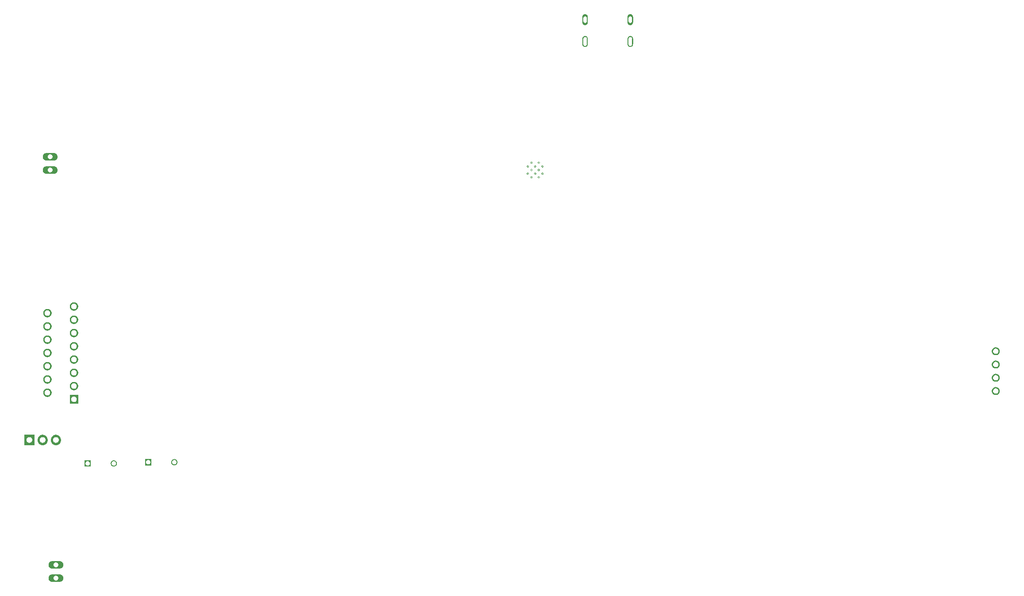
<source format=gbr>
%TF.GenerationSoftware,Flux,Pcbnew,7.0.11-7.0.11~ubuntu20.04.1*%
%TF.CreationDate,2024-08-17T09:59:33+00:00*%
%TF.ProjectId,input,696e7075-742e-46b6-9963-61645f706362,rev?*%
%TF.SameCoordinates,Original*%
%TF.FileFunction,Soldermask,Bot*%
%TF.FilePolarity,Negative*%
%FSLAX46Y46*%
G04 Gerber Fmt 4.6, Leading zero omitted, Abs format (unit mm)*
G04 Filename: pcbrobot*
G04 Build it with Flux! Visit our site at: https://www.flux.ai (PCBNEW 7.0.11-7.0.11~ubuntu20.04.1) date 2024-08-17 09:59:33*
%MOMM*%
%LPD*%
G01*
G04 APERTURE LIST*
G04 APERTURE END LIST*
%TO.C,*%
G36*
X45831600Y-86992100D02*
G01*
X45831600Y-88192100D01*
X44631600Y-88192100D01*
X44631600Y-87602530D01*
X44806728Y-87602530D01*
X44807752Y-87623365D01*
X44809796Y-87644125D01*
X44812857Y-87664759D01*
X44816927Y-87685218D01*
X44821995Y-87705453D01*
X44828051Y-87725415D01*
X44835078Y-87745055D01*
X44843061Y-87764328D01*
X44851980Y-87783185D01*
X44861813Y-87801582D01*
X44872537Y-87819474D01*
X44884126Y-87836818D01*
X44896553Y-87853573D01*
X44909786Y-87869698D01*
X44923795Y-87885155D01*
X44938545Y-87899905D01*
X44954002Y-87913914D01*
X44970127Y-87927147D01*
X44986882Y-87939574D01*
X45004226Y-87951163D01*
X45022118Y-87961887D01*
X45040515Y-87971720D01*
X45059372Y-87980639D01*
X45078645Y-87988622D01*
X45098285Y-87995649D01*
X45118247Y-88001705D01*
X45138482Y-88006773D01*
X45158941Y-88010843D01*
X45179575Y-88013904D01*
X45200335Y-88015948D01*
X45221170Y-88016972D01*
X45242030Y-88016972D01*
X45262865Y-88015948D01*
X45283625Y-88013904D01*
X45304259Y-88010843D01*
X45324718Y-88006773D01*
X45344953Y-88001705D01*
X45364915Y-87995649D01*
X45384555Y-87988622D01*
X45403828Y-87980639D01*
X45422685Y-87971720D01*
X45441082Y-87961887D01*
X45458974Y-87951163D01*
X45476318Y-87939574D01*
X45493073Y-87927147D01*
X45509198Y-87913914D01*
X45524655Y-87899905D01*
X45539405Y-87885155D01*
X45553414Y-87869698D01*
X45566647Y-87853573D01*
X45579074Y-87836818D01*
X45590663Y-87819474D01*
X45601387Y-87801582D01*
X45611220Y-87783185D01*
X45620139Y-87764328D01*
X45628122Y-87745055D01*
X45635149Y-87725415D01*
X45641205Y-87705453D01*
X45646273Y-87685218D01*
X45650343Y-87664759D01*
X45653404Y-87644125D01*
X45655448Y-87623365D01*
X45656472Y-87602530D01*
X45656472Y-87581670D01*
X45655448Y-87560835D01*
X45653404Y-87540075D01*
X45650343Y-87519441D01*
X45646273Y-87498982D01*
X45641205Y-87478747D01*
X45635149Y-87458785D01*
X45628122Y-87439145D01*
X45620139Y-87419872D01*
X45611220Y-87401015D01*
X45601387Y-87382618D01*
X45590663Y-87364726D01*
X45579074Y-87347382D01*
X45566647Y-87330627D01*
X45553414Y-87314502D01*
X45539405Y-87299045D01*
X45524655Y-87284295D01*
X45509198Y-87270286D01*
X45493073Y-87257053D01*
X45476318Y-87244626D01*
X45458974Y-87233037D01*
X45441082Y-87222313D01*
X45422685Y-87212480D01*
X45403828Y-87203561D01*
X45384555Y-87195578D01*
X45364915Y-87188551D01*
X45344953Y-87182495D01*
X45324718Y-87177427D01*
X45304259Y-87173357D01*
X45283625Y-87170296D01*
X45262865Y-87168252D01*
X45242030Y-87167228D01*
X45221170Y-87167228D01*
X45200335Y-87168252D01*
X45179575Y-87170296D01*
X45158941Y-87173357D01*
X45138482Y-87177427D01*
X45118247Y-87182495D01*
X45098285Y-87188551D01*
X45078645Y-87195578D01*
X45059372Y-87203561D01*
X45040515Y-87212480D01*
X45022118Y-87222313D01*
X45004226Y-87233037D01*
X44986882Y-87244626D01*
X44970127Y-87257053D01*
X44954002Y-87270286D01*
X44938545Y-87284295D01*
X44923795Y-87299045D01*
X44909786Y-87314502D01*
X44896553Y-87330627D01*
X44884126Y-87347382D01*
X44872537Y-87364726D01*
X44861813Y-87382618D01*
X44851980Y-87401015D01*
X44843061Y-87419872D01*
X44835078Y-87439145D01*
X44828051Y-87458785D01*
X44821995Y-87478747D01*
X44816927Y-87498982D01*
X44812857Y-87519441D01*
X44809796Y-87540075D01*
X44807752Y-87560835D01*
X44806728Y-87581670D01*
X44806728Y-87602530D01*
X44631600Y-87602530D01*
X44631600Y-86992100D01*
X45831600Y-86992100D01*
G37*
G36*
X50275739Y-86993726D02*
G01*
X50305046Y-86996612D01*
X50334177Y-87000933D01*
X50363061Y-87006679D01*
X50391628Y-87013834D01*
X50419809Y-87022383D01*
X50447537Y-87032304D01*
X50474745Y-87043574D01*
X50501367Y-87056165D01*
X50527339Y-87070048D01*
X50552599Y-87085188D01*
X50577085Y-87101549D01*
X50600739Y-87119092D01*
X50623504Y-87137775D01*
X50645324Y-87157552D01*
X50666148Y-87178376D01*
X50685925Y-87200196D01*
X50704608Y-87222961D01*
X50722151Y-87246615D01*
X50738512Y-87271101D01*
X50753652Y-87296361D01*
X50767535Y-87322333D01*
X50780126Y-87348955D01*
X50791396Y-87376163D01*
X50801317Y-87403891D01*
X50809866Y-87432072D01*
X50817021Y-87460639D01*
X50822767Y-87489523D01*
X50827088Y-87518654D01*
X50829974Y-87547961D01*
X50831419Y-87577375D01*
X50831419Y-87606825D01*
X50829974Y-87636239D01*
X50827088Y-87665546D01*
X50822767Y-87694677D01*
X50817021Y-87723561D01*
X50809866Y-87752128D01*
X50801317Y-87780309D01*
X50791396Y-87808037D01*
X50780126Y-87835245D01*
X50767535Y-87861867D01*
X50753652Y-87887839D01*
X50738512Y-87913099D01*
X50722151Y-87937585D01*
X50704608Y-87961239D01*
X50685925Y-87984004D01*
X50666148Y-88005824D01*
X50645324Y-88026648D01*
X50623504Y-88046425D01*
X50600739Y-88065108D01*
X50577085Y-88082651D01*
X50552599Y-88099012D01*
X50527339Y-88114152D01*
X50501367Y-88128035D01*
X50474745Y-88140626D01*
X50447537Y-88151896D01*
X50419809Y-88161817D01*
X50391628Y-88170366D01*
X50363061Y-88177521D01*
X50334177Y-88183267D01*
X50305046Y-88187588D01*
X50275739Y-88190474D01*
X50246325Y-88191919D01*
X50216875Y-88191919D01*
X50187461Y-88190474D01*
X50158154Y-88187588D01*
X50129023Y-88183267D01*
X50100139Y-88177521D01*
X50071572Y-88170366D01*
X50043391Y-88161817D01*
X50015663Y-88151896D01*
X49988455Y-88140626D01*
X49961833Y-88128035D01*
X49935861Y-88114152D01*
X49910601Y-88099012D01*
X49886115Y-88082651D01*
X49862461Y-88065108D01*
X49839696Y-88046425D01*
X49817876Y-88026648D01*
X49797052Y-88005824D01*
X49777275Y-87984004D01*
X49758592Y-87961239D01*
X49741049Y-87937585D01*
X49724688Y-87913099D01*
X49709548Y-87887839D01*
X49695665Y-87861867D01*
X49683074Y-87835245D01*
X49671804Y-87808037D01*
X49661883Y-87780309D01*
X49653334Y-87752128D01*
X49646179Y-87723561D01*
X49640433Y-87694677D01*
X49636112Y-87665546D01*
X49633226Y-87636239D01*
X49631781Y-87606825D01*
X49631781Y-87602530D01*
X49806728Y-87602530D01*
X49807752Y-87623365D01*
X49809796Y-87644125D01*
X49812857Y-87664759D01*
X49816927Y-87685218D01*
X49821995Y-87705453D01*
X49828051Y-87725415D01*
X49835078Y-87745055D01*
X49843061Y-87764328D01*
X49851980Y-87783185D01*
X49861813Y-87801582D01*
X49872537Y-87819474D01*
X49884126Y-87836818D01*
X49896553Y-87853573D01*
X49909786Y-87869698D01*
X49923795Y-87885155D01*
X49938545Y-87899905D01*
X49954002Y-87913914D01*
X49970127Y-87927147D01*
X49986882Y-87939574D01*
X50004226Y-87951163D01*
X50022118Y-87961887D01*
X50040515Y-87971720D01*
X50059372Y-87980639D01*
X50078645Y-87988622D01*
X50098285Y-87995649D01*
X50118247Y-88001705D01*
X50138482Y-88006773D01*
X50158941Y-88010843D01*
X50179575Y-88013904D01*
X50200335Y-88015948D01*
X50221170Y-88016972D01*
X50242030Y-88016972D01*
X50262865Y-88015948D01*
X50283625Y-88013904D01*
X50304259Y-88010843D01*
X50324718Y-88006773D01*
X50344953Y-88001705D01*
X50364915Y-87995649D01*
X50384555Y-87988622D01*
X50403828Y-87980639D01*
X50422685Y-87971720D01*
X50441082Y-87961887D01*
X50458974Y-87951163D01*
X50476318Y-87939574D01*
X50493073Y-87927147D01*
X50509198Y-87913914D01*
X50524655Y-87899905D01*
X50539405Y-87885155D01*
X50553414Y-87869698D01*
X50566647Y-87853573D01*
X50579074Y-87836818D01*
X50590663Y-87819474D01*
X50601387Y-87801582D01*
X50611220Y-87783185D01*
X50620139Y-87764328D01*
X50628122Y-87745055D01*
X50635149Y-87725415D01*
X50641205Y-87705453D01*
X50646273Y-87685218D01*
X50650343Y-87664759D01*
X50653404Y-87644125D01*
X50655448Y-87623365D01*
X50656472Y-87602530D01*
X50656472Y-87581670D01*
X50655448Y-87560835D01*
X50653404Y-87540075D01*
X50650343Y-87519441D01*
X50646273Y-87498982D01*
X50641205Y-87478747D01*
X50635149Y-87458785D01*
X50628122Y-87439145D01*
X50620139Y-87419872D01*
X50611220Y-87401015D01*
X50601387Y-87382618D01*
X50590663Y-87364726D01*
X50579074Y-87347382D01*
X50566647Y-87330627D01*
X50553414Y-87314502D01*
X50539405Y-87299045D01*
X50524655Y-87284295D01*
X50509198Y-87270286D01*
X50493073Y-87257053D01*
X50476318Y-87244626D01*
X50458974Y-87233037D01*
X50441082Y-87222313D01*
X50422685Y-87212480D01*
X50403828Y-87203561D01*
X50384555Y-87195578D01*
X50364915Y-87188551D01*
X50344953Y-87182495D01*
X50324718Y-87177427D01*
X50304259Y-87173357D01*
X50283625Y-87170296D01*
X50262865Y-87168252D01*
X50242030Y-87167228D01*
X50221170Y-87167228D01*
X50200335Y-87168252D01*
X50179575Y-87170296D01*
X50158941Y-87173357D01*
X50138482Y-87177427D01*
X50118247Y-87182495D01*
X50098285Y-87188551D01*
X50078645Y-87195578D01*
X50059372Y-87203561D01*
X50040515Y-87212480D01*
X50022118Y-87222313D01*
X50004226Y-87233037D01*
X49986882Y-87244626D01*
X49970127Y-87257053D01*
X49954002Y-87270286D01*
X49938545Y-87284295D01*
X49923795Y-87299045D01*
X49909786Y-87314502D01*
X49896553Y-87330627D01*
X49884126Y-87347382D01*
X49872537Y-87364726D01*
X49861813Y-87382618D01*
X49851980Y-87401015D01*
X49843061Y-87419872D01*
X49835078Y-87439145D01*
X49828051Y-87458785D01*
X49821995Y-87478747D01*
X49816927Y-87498982D01*
X49812857Y-87519441D01*
X49809796Y-87540075D01*
X49807752Y-87560835D01*
X49806728Y-87581670D01*
X49806728Y-87602530D01*
X49631781Y-87602530D01*
X49631781Y-87577375D01*
X49633226Y-87547961D01*
X49636112Y-87518654D01*
X49640433Y-87489523D01*
X49646179Y-87460639D01*
X49653334Y-87432072D01*
X49661883Y-87403891D01*
X49671804Y-87376163D01*
X49683074Y-87348955D01*
X49695665Y-87322333D01*
X49709548Y-87296361D01*
X49724688Y-87271101D01*
X49741049Y-87246615D01*
X49758592Y-87222961D01*
X49777275Y-87200196D01*
X49797052Y-87178376D01*
X49817876Y-87157552D01*
X49839696Y-87137775D01*
X49862461Y-87119092D01*
X49886115Y-87101549D01*
X49910601Y-87085188D01*
X49935861Y-87070048D01*
X49961833Y-87056165D01*
X49988455Y-87043574D01*
X50015663Y-87032304D01*
X50043391Y-87022383D01*
X50071572Y-87013834D01*
X50100139Y-87006679D01*
X50129023Y-87000933D01*
X50158154Y-86996612D01*
X50187461Y-86993726D01*
X50216875Y-86992281D01*
X50246325Y-86992281D01*
X50275739Y-86993726D01*
G37*
G36*
X42658234Y-56720395D02*
G01*
X42697800Y-56724292D01*
X42737126Y-56730125D01*
X42776119Y-56737881D01*
X42814685Y-56747541D01*
X42852729Y-56759082D01*
X42890162Y-56772476D01*
X42926893Y-56787690D01*
X42962832Y-56804688D01*
X42997895Y-56823430D01*
X43031995Y-56843869D01*
X43065052Y-56865956D01*
X43096985Y-56889639D01*
X43127717Y-56914861D01*
X43157175Y-56941560D01*
X43185287Y-56969672D01*
X43211986Y-56999130D01*
X43237208Y-57029862D01*
X43260891Y-57061795D01*
X43282979Y-57094852D01*
X43303418Y-57128952D01*
X43322159Y-57164015D01*
X43339157Y-57199955D01*
X43354371Y-57236685D01*
X43367765Y-57274118D01*
X43379306Y-57312163D01*
X43388966Y-57350728D01*
X43396722Y-57389721D01*
X43402556Y-57429047D01*
X43406452Y-57468613D01*
X43408403Y-57508322D01*
X43408403Y-57548078D01*
X43406452Y-57587787D01*
X43402556Y-57627353D01*
X43396722Y-57666679D01*
X43388966Y-57705672D01*
X43379306Y-57744237D01*
X43367765Y-57782282D01*
X43354371Y-57819715D01*
X43339157Y-57856445D01*
X43322159Y-57892385D01*
X43303418Y-57927448D01*
X43282979Y-57961548D01*
X43260891Y-57994605D01*
X43237208Y-58026538D01*
X43211986Y-58057270D01*
X43185287Y-58086728D01*
X43157175Y-58114840D01*
X43127717Y-58141539D01*
X43096985Y-58166761D01*
X43065052Y-58190444D01*
X43031995Y-58212531D01*
X42997895Y-58232970D01*
X42962832Y-58251712D01*
X42926893Y-58268710D01*
X42890162Y-58283924D01*
X42852729Y-58297318D01*
X42814685Y-58308859D01*
X42776119Y-58318519D01*
X42737126Y-58326275D01*
X42697800Y-58332108D01*
X42658234Y-58336005D01*
X42618526Y-58337956D01*
X42578769Y-58337956D01*
X42539060Y-58336005D01*
X42499495Y-58332108D01*
X42460168Y-58326275D01*
X42421175Y-58318519D01*
X42382610Y-58308859D01*
X42344565Y-58297318D01*
X42307132Y-58283924D01*
X42270402Y-58268710D01*
X42234462Y-58251712D01*
X42199400Y-58232970D01*
X42165299Y-58212531D01*
X42132243Y-58190444D01*
X42100310Y-58166761D01*
X42069577Y-58141539D01*
X42040119Y-58114840D01*
X42012007Y-58086728D01*
X41985308Y-58057270D01*
X41960087Y-58026538D01*
X41936403Y-57994605D01*
X41914316Y-57961548D01*
X41893877Y-57927448D01*
X41875135Y-57892385D01*
X41858137Y-57856445D01*
X41842923Y-57819715D01*
X41829529Y-57782282D01*
X41817989Y-57744237D01*
X41808328Y-57705672D01*
X41800572Y-57666679D01*
X41794739Y-57627353D01*
X41790842Y-57587787D01*
X41788891Y-57548078D01*
X41788891Y-57541452D01*
X42058810Y-57541452D01*
X42060110Y-57567925D01*
X42062708Y-57594302D01*
X42066597Y-57620519D01*
X42071768Y-57646515D01*
X42078208Y-57672225D01*
X42085902Y-57697588D01*
X42094831Y-57722543D01*
X42104974Y-57747030D01*
X42116306Y-57770990D01*
X42128800Y-57794365D01*
X42142426Y-57817099D01*
X42157151Y-57839136D01*
X42172940Y-57860425D01*
X42189754Y-57880913D01*
X42207554Y-57900552D01*
X42226295Y-57919293D01*
X42245934Y-57937093D01*
X42266422Y-57953907D01*
X42287711Y-57969696D01*
X42309748Y-57984421D01*
X42332482Y-57998047D01*
X42355857Y-58010541D01*
X42379817Y-58021873D01*
X42404304Y-58032016D01*
X42429259Y-58040945D01*
X42454622Y-58048639D01*
X42480333Y-58055079D01*
X42506328Y-58060250D01*
X42532545Y-58064139D01*
X42558922Y-58066737D01*
X42585395Y-58068037D01*
X42611899Y-58068037D01*
X42638372Y-58066737D01*
X42664749Y-58064139D01*
X42690967Y-58060250D01*
X42716962Y-58055079D01*
X42742672Y-58048639D01*
X42768035Y-58040945D01*
X42792991Y-58032016D01*
X42817477Y-58021873D01*
X42841437Y-58010541D01*
X42864812Y-57998047D01*
X42887546Y-57984421D01*
X42909584Y-57969696D01*
X42930872Y-57953907D01*
X42951361Y-57937093D01*
X42970999Y-57919293D01*
X42989741Y-57900552D01*
X43007540Y-57880913D01*
X43024354Y-57860425D01*
X43040143Y-57839136D01*
X43054868Y-57817099D01*
X43068494Y-57794365D01*
X43080988Y-57770990D01*
X43092320Y-57747030D01*
X43102463Y-57722543D01*
X43111392Y-57697588D01*
X43119086Y-57672225D01*
X43125526Y-57646515D01*
X43130697Y-57620519D01*
X43134586Y-57594302D01*
X43137184Y-57567925D01*
X43138485Y-57541452D01*
X43138485Y-57514948D01*
X43137184Y-57488475D01*
X43134586Y-57462098D01*
X43130697Y-57435881D01*
X43125526Y-57409885D01*
X43119086Y-57384175D01*
X43111392Y-57358812D01*
X43102463Y-57333857D01*
X43092320Y-57309370D01*
X43080988Y-57285410D01*
X43068494Y-57262035D01*
X43054868Y-57239301D01*
X43040143Y-57217264D01*
X43024354Y-57195975D01*
X43007540Y-57175487D01*
X42989741Y-57155848D01*
X42970999Y-57137107D01*
X42951361Y-57119307D01*
X42930872Y-57102493D01*
X42909584Y-57086704D01*
X42887546Y-57071979D01*
X42864812Y-57058353D01*
X42841437Y-57045859D01*
X42817477Y-57034527D01*
X42792991Y-57024384D01*
X42768035Y-57015455D01*
X42742672Y-57007761D01*
X42716962Y-57001321D01*
X42690967Y-56996150D01*
X42664749Y-56992261D01*
X42638372Y-56989663D01*
X42611899Y-56988363D01*
X42585395Y-56988363D01*
X42558922Y-56989663D01*
X42532545Y-56992261D01*
X42506328Y-56996150D01*
X42480333Y-57001321D01*
X42454622Y-57007761D01*
X42429259Y-57015455D01*
X42404304Y-57024384D01*
X42379817Y-57034527D01*
X42355857Y-57045859D01*
X42332482Y-57058353D01*
X42309748Y-57071979D01*
X42287711Y-57086704D01*
X42266422Y-57102493D01*
X42245934Y-57119307D01*
X42226295Y-57137107D01*
X42207554Y-57155848D01*
X42189754Y-57175487D01*
X42172940Y-57195975D01*
X42157151Y-57217264D01*
X42142426Y-57239301D01*
X42128800Y-57262035D01*
X42116306Y-57285410D01*
X42104974Y-57309370D01*
X42094831Y-57333857D01*
X42085902Y-57358812D01*
X42078208Y-57384175D01*
X42071768Y-57409885D01*
X42066597Y-57435881D01*
X42062708Y-57462098D01*
X42060110Y-57488475D01*
X42058810Y-57514948D01*
X42058810Y-57541452D01*
X41788891Y-57541452D01*
X41788891Y-57508322D01*
X41790842Y-57468613D01*
X41794739Y-57429047D01*
X41800572Y-57389721D01*
X41808328Y-57350728D01*
X41817989Y-57312163D01*
X41829529Y-57274118D01*
X41842923Y-57236685D01*
X41858137Y-57199955D01*
X41875135Y-57164015D01*
X41893877Y-57128952D01*
X41914316Y-57094852D01*
X41936403Y-57061795D01*
X41960087Y-57029862D01*
X41985308Y-56999130D01*
X42012007Y-56969672D01*
X42040119Y-56941560D01*
X42069577Y-56914861D01*
X42100310Y-56889639D01*
X42132243Y-56865956D01*
X42165299Y-56843869D01*
X42199400Y-56823430D01*
X42234462Y-56804688D01*
X42270402Y-56787690D01*
X42307132Y-56772476D01*
X42344565Y-56759082D01*
X42382610Y-56747541D01*
X42421175Y-56737881D01*
X42460168Y-56730125D01*
X42499495Y-56724292D01*
X42539060Y-56720395D01*
X42578769Y-56718444D01*
X42618526Y-56718444D01*
X42658234Y-56720395D01*
G37*
G36*
X42658221Y-61800395D02*
G01*
X42697786Y-61804292D01*
X42737113Y-61810125D01*
X42776106Y-61817881D01*
X42814671Y-61827541D01*
X42852716Y-61839082D01*
X42890149Y-61852476D01*
X42926879Y-61867690D01*
X42962819Y-61884688D01*
X42997881Y-61903430D01*
X43031982Y-61923869D01*
X43065038Y-61945956D01*
X43096971Y-61969639D01*
X43127704Y-61994861D01*
X43157162Y-62021560D01*
X43185274Y-62049672D01*
X43211973Y-62079130D01*
X43237194Y-62109862D01*
X43260877Y-62141795D01*
X43282965Y-62174852D01*
X43303404Y-62208952D01*
X43322145Y-62244015D01*
X43339144Y-62279955D01*
X43354358Y-62316685D01*
X43367752Y-62354118D01*
X43379292Y-62392163D01*
X43388952Y-62430728D01*
X43396709Y-62469721D01*
X43402542Y-62509047D01*
X43406439Y-62548613D01*
X43408390Y-62588322D01*
X43408390Y-62628078D01*
X43406439Y-62667787D01*
X43402542Y-62707353D01*
X43396709Y-62746679D01*
X43388952Y-62785672D01*
X43379292Y-62824237D01*
X43367752Y-62862282D01*
X43354358Y-62899715D01*
X43339144Y-62936445D01*
X43322145Y-62972385D01*
X43303404Y-63007448D01*
X43282965Y-63041548D01*
X43260877Y-63074605D01*
X43237194Y-63106538D01*
X43211973Y-63137270D01*
X43185274Y-63166728D01*
X43157162Y-63194840D01*
X43127704Y-63221539D01*
X43096971Y-63246761D01*
X43065038Y-63270444D01*
X43031982Y-63292531D01*
X42997881Y-63312970D01*
X42962819Y-63331712D01*
X42926879Y-63348710D01*
X42890149Y-63363924D01*
X42852716Y-63377318D01*
X42814671Y-63388859D01*
X42776106Y-63398519D01*
X42737113Y-63406275D01*
X42697786Y-63412108D01*
X42658221Y-63416005D01*
X42618512Y-63417956D01*
X42578755Y-63417956D01*
X42539046Y-63416005D01*
X42499481Y-63412108D01*
X42460155Y-63406275D01*
X42421162Y-63398519D01*
X42382596Y-63388859D01*
X42344551Y-63377318D01*
X42307119Y-63363924D01*
X42270388Y-63348710D01*
X42234449Y-63331712D01*
X42199386Y-63312970D01*
X42165286Y-63292531D01*
X42132229Y-63270444D01*
X42100296Y-63246761D01*
X42069564Y-63221539D01*
X42040106Y-63194840D01*
X42011994Y-63166728D01*
X41985295Y-63137270D01*
X41960073Y-63106538D01*
X41936390Y-63074605D01*
X41914302Y-63041548D01*
X41893863Y-63007448D01*
X41875122Y-62972385D01*
X41858124Y-62936445D01*
X41842910Y-62899715D01*
X41829516Y-62862282D01*
X41817975Y-62824237D01*
X41808315Y-62785672D01*
X41800559Y-62746679D01*
X41794725Y-62707353D01*
X41790828Y-62667787D01*
X41788878Y-62628078D01*
X41788878Y-62621452D01*
X42058796Y-62621452D01*
X42060097Y-62647925D01*
X42062695Y-62674302D01*
X42066584Y-62700519D01*
X42071755Y-62726515D01*
X42078195Y-62752225D01*
X42085888Y-62777588D01*
X42094818Y-62802543D01*
X42104960Y-62827030D01*
X42116293Y-62850990D01*
X42128787Y-62874365D01*
X42142413Y-62897099D01*
X42157138Y-62919136D01*
X42172927Y-62940425D01*
X42189741Y-62960913D01*
X42207540Y-62980552D01*
X42226282Y-62999293D01*
X42245920Y-63017093D01*
X42266409Y-63033907D01*
X42287697Y-63049696D01*
X42309735Y-63064421D01*
X42332469Y-63078047D01*
X42355844Y-63090541D01*
X42379803Y-63101873D01*
X42404290Y-63112016D01*
X42429246Y-63120945D01*
X42454609Y-63128639D01*
X42480319Y-63135079D01*
X42506314Y-63140250D01*
X42532532Y-63144139D01*
X42558909Y-63146737D01*
X42585381Y-63148037D01*
X42611886Y-63148037D01*
X42638359Y-63146737D01*
X42664735Y-63144139D01*
X42690953Y-63140250D01*
X42716948Y-63135079D01*
X42742659Y-63128639D01*
X42768022Y-63120945D01*
X42792977Y-63112016D01*
X42817464Y-63101873D01*
X42841424Y-63090541D01*
X42864799Y-63078047D01*
X42887532Y-63064421D01*
X42909570Y-63049696D01*
X42930859Y-63033907D01*
X42951347Y-63017093D01*
X42970986Y-62999293D01*
X42989727Y-62980552D01*
X43007526Y-62960913D01*
X43024341Y-62940425D01*
X43040129Y-62919136D01*
X43054855Y-62897099D01*
X43068481Y-62874365D01*
X43080975Y-62850990D01*
X43092307Y-62827030D01*
X43102450Y-62802543D01*
X43111379Y-62777588D01*
X43119073Y-62752225D01*
X43125513Y-62726515D01*
X43130684Y-62700519D01*
X43134573Y-62674302D01*
X43137171Y-62647925D01*
X43138471Y-62621452D01*
X43138471Y-62594948D01*
X43137171Y-62568475D01*
X43134573Y-62542098D01*
X43130684Y-62515881D01*
X43125513Y-62489885D01*
X43119073Y-62464175D01*
X43111379Y-62438812D01*
X43102450Y-62413857D01*
X43092307Y-62389370D01*
X43080975Y-62365410D01*
X43068481Y-62342035D01*
X43054855Y-62319301D01*
X43040129Y-62297264D01*
X43024341Y-62275975D01*
X43007526Y-62255487D01*
X42989727Y-62235848D01*
X42970986Y-62217107D01*
X42951347Y-62199307D01*
X42930859Y-62182493D01*
X42909570Y-62166704D01*
X42887532Y-62151979D01*
X42864799Y-62138353D01*
X42841424Y-62125859D01*
X42817464Y-62114527D01*
X42792977Y-62104384D01*
X42768022Y-62095455D01*
X42742659Y-62087761D01*
X42716948Y-62081321D01*
X42690953Y-62076150D01*
X42664735Y-62072261D01*
X42638359Y-62069663D01*
X42611886Y-62068363D01*
X42585381Y-62068363D01*
X42558909Y-62069663D01*
X42532532Y-62072261D01*
X42506314Y-62076150D01*
X42480319Y-62081321D01*
X42454609Y-62087761D01*
X42429246Y-62095455D01*
X42404290Y-62104384D01*
X42379803Y-62114527D01*
X42355844Y-62125859D01*
X42332469Y-62138353D01*
X42309735Y-62151979D01*
X42287697Y-62166704D01*
X42266409Y-62182493D01*
X42245920Y-62199307D01*
X42226282Y-62217107D01*
X42207540Y-62235848D01*
X42189741Y-62255487D01*
X42172927Y-62275975D01*
X42157138Y-62297264D01*
X42142413Y-62319301D01*
X42128787Y-62342035D01*
X42116293Y-62365410D01*
X42104960Y-62389370D01*
X42094818Y-62413857D01*
X42085888Y-62438812D01*
X42078195Y-62464175D01*
X42071755Y-62489885D01*
X42066584Y-62515881D01*
X42062695Y-62542098D01*
X42060097Y-62568475D01*
X42058796Y-62594948D01*
X42058796Y-62621452D01*
X41788878Y-62621452D01*
X41788878Y-62588322D01*
X41790828Y-62548613D01*
X41794725Y-62509047D01*
X41800559Y-62469721D01*
X41808315Y-62430728D01*
X41817975Y-62392163D01*
X41829516Y-62354118D01*
X41842910Y-62316685D01*
X41858124Y-62279955D01*
X41875122Y-62244015D01*
X41893863Y-62208952D01*
X41914302Y-62174852D01*
X41936390Y-62141795D01*
X41960073Y-62109862D01*
X41985295Y-62079130D01*
X42011994Y-62049672D01*
X42040106Y-62021560D01*
X42069564Y-61994861D01*
X42100296Y-61969639D01*
X42132229Y-61945956D01*
X42165286Y-61923869D01*
X42199386Y-61903430D01*
X42234449Y-61884688D01*
X42270388Y-61867690D01*
X42307119Y-61852476D01*
X42344551Y-61839082D01*
X42382596Y-61827541D01*
X42421162Y-61817881D01*
X42460155Y-61810125D01*
X42499481Y-61804292D01*
X42539046Y-61800395D01*
X42578755Y-61798444D01*
X42618512Y-61798444D01*
X42658221Y-61800395D01*
G37*
G36*
X43408600Y-74498200D02*
G01*
X43408600Y-76118200D01*
X41788600Y-76118200D01*
X41788600Y-75321452D01*
X42058763Y-75321452D01*
X42060063Y-75347925D01*
X42062661Y-75374302D01*
X42066550Y-75400519D01*
X42071721Y-75426515D01*
X42078161Y-75452225D01*
X42085855Y-75477588D01*
X42094784Y-75502543D01*
X42104927Y-75527030D01*
X42116259Y-75550990D01*
X42128753Y-75574365D01*
X42142379Y-75597099D01*
X42157104Y-75619136D01*
X42172893Y-75640425D01*
X42189707Y-75660913D01*
X42207507Y-75680552D01*
X42226248Y-75699293D01*
X42245887Y-75717093D01*
X42266375Y-75733907D01*
X42287664Y-75749696D01*
X42309701Y-75764421D01*
X42332435Y-75778047D01*
X42355810Y-75790541D01*
X42379770Y-75801873D01*
X42404257Y-75812016D01*
X42429212Y-75820945D01*
X42454575Y-75828639D01*
X42480285Y-75835079D01*
X42506281Y-75840250D01*
X42532498Y-75844139D01*
X42558875Y-75846737D01*
X42585348Y-75848037D01*
X42611852Y-75848037D01*
X42638325Y-75846737D01*
X42664702Y-75844139D01*
X42690919Y-75840250D01*
X42716915Y-75835079D01*
X42742625Y-75828639D01*
X42767988Y-75820945D01*
X42792943Y-75812016D01*
X42817430Y-75801873D01*
X42841390Y-75790541D01*
X42864765Y-75778047D01*
X42887499Y-75764421D01*
X42909536Y-75749696D01*
X42930825Y-75733907D01*
X42951313Y-75717093D01*
X42970952Y-75699293D01*
X42989693Y-75680552D01*
X43007493Y-75660913D01*
X43024307Y-75640425D01*
X43040096Y-75619136D01*
X43054821Y-75597099D01*
X43068447Y-75574365D01*
X43080941Y-75550990D01*
X43092273Y-75527030D01*
X43102416Y-75502543D01*
X43111345Y-75477588D01*
X43119039Y-75452225D01*
X43125479Y-75426515D01*
X43130650Y-75400519D01*
X43134539Y-75374302D01*
X43137137Y-75347925D01*
X43138437Y-75321452D01*
X43138437Y-75294948D01*
X43137137Y-75268475D01*
X43134539Y-75242098D01*
X43130650Y-75215881D01*
X43125479Y-75189885D01*
X43119039Y-75164175D01*
X43111345Y-75138812D01*
X43102416Y-75113857D01*
X43092273Y-75089370D01*
X43080941Y-75065410D01*
X43077548Y-75059062D01*
X43068447Y-75042035D01*
X43054821Y-75019301D01*
X43040096Y-74997264D01*
X43024307Y-74975975D01*
X43007493Y-74955487D01*
X42989693Y-74935848D01*
X42970952Y-74917107D01*
X42951313Y-74899307D01*
X42930825Y-74882493D01*
X42909536Y-74866704D01*
X42887499Y-74851979D01*
X42864765Y-74838353D01*
X42841390Y-74825859D01*
X42817430Y-74814527D01*
X42792943Y-74804384D01*
X42767988Y-74795455D01*
X42742625Y-74787761D01*
X42716915Y-74781321D01*
X42690919Y-74776150D01*
X42664702Y-74772261D01*
X42638325Y-74769663D01*
X42611852Y-74768363D01*
X42585348Y-74768363D01*
X42558875Y-74769663D01*
X42532498Y-74772261D01*
X42506281Y-74776150D01*
X42480285Y-74781321D01*
X42454575Y-74787761D01*
X42429212Y-74795455D01*
X42404257Y-74804384D01*
X42379770Y-74814527D01*
X42355810Y-74825859D01*
X42332435Y-74838353D01*
X42309701Y-74851979D01*
X42287664Y-74866704D01*
X42266375Y-74882493D01*
X42245887Y-74899307D01*
X42226248Y-74917107D01*
X42207507Y-74935848D01*
X42189707Y-74955487D01*
X42172893Y-74975975D01*
X42157104Y-74997264D01*
X42142379Y-75019301D01*
X42128753Y-75042035D01*
X42116259Y-75065410D01*
X42104927Y-75089370D01*
X42094784Y-75113857D01*
X42085855Y-75138812D01*
X42078161Y-75164175D01*
X42071721Y-75189885D01*
X42066550Y-75215881D01*
X42062661Y-75242098D01*
X42060063Y-75268475D01*
X42058763Y-75294948D01*
X42058763Y-75321452D01*
X41788600Y-75321452D01*
X41788600Y-74498200D01*
X43408600Y-74498200D01*
G37*
G36*
X42658194Y-71960395D02*
G01*
X42697759Y-71964292D01*
X42737086Y-71970125D01*
X42776079Y-71977881D01*
X42814644Y-71987541D01*
X42852689Y-71999082D01*
X42890122Y-72012476D01*
X42926852Y-72027690D01*
X42962792Y-72044688D01*
X42997854Y-72063430D01*
X43031955Y-72083869D01*
X43065011Y-72105956D01*
X43096944Y-72129639D01*
X43127677Y-72154861D01*
X43157135Y-72181560D01*
X43185247Y-72209672D01*
X43211946Y-72239130D01*
X43237167Y-72269862D01*
X43260850Y-72301795D01*
X43282938Y-72334852D01*
X43303377Y-72368952D01*
X43322118Y-72404015D01*
X43339117Y-72439955D01*
X43354331Y-72476685D01*
X43367725Y-72514118D01*
X43379265Y-72552163D01*
X43388925Y-72590728D01*
X43396682Y-72629721D01*
X43402515Y-72669047D01*
X43406412Y-72708613D01*
X43408363Y-72748322D01*
X43408363Y-72788078D01*
X43406412Y-72827787D01*
X43402515Y-72867353D01*
X43396682Y-72906679D01*
X43388925Y-72945672D01*
X43379265Y-72984237D01*
X43367725Y-73022282D01*
X43354331Y-73059715D01*
X43339117Y-73096445D01*
X43322118Y-73132385D01*
X43303377Y-73167448D01*
X43282938Y-73201548D01*
X43260850Y-73234605D01*
X43237167Y-73266538D01*
X43211946Y-73297270D01*
X43185247Y-73326728D01*
X43157135Y-73354840D01*
X43127677Y-73381539D01*
X43096944Y-73406761D01*
X43065011Y-73430444D01*
X43031955Y-73452531D01*
X42997854Y-73472970D01*
X42962792Y-73491712D01*
X42926852Y-73508710D01*
X42890122Y-73523924D01*
X42852689Y-73537318D01*
X42814644Y-73548859D01*
X42776079Y-73558519D01*
X42737086Y-73566275D01*
X42697759Y-73572108D01*
X42658194Y-73576005D01*
X42618485Y-73577956D01*
X42578728Y-73577956D01*
X42539019Y-73576005D01*
X42499454Y-73572108D01*
X42460128Y-73566275D01*
X42421135Y-73558519D01*
X42382569Y-73548859D01*
X42344525Y-73537318D01*
X42307092Y-73523924D01*
X42270361Y-73508710D01*
X42234422Y-73491712D01*
X42199359Y-73472970D01*
X42165259Y-73452531D01*
X42132202Y-73430444D01*
X42100269Y-73406761D01*
X42069537Y-73381539D01*
X42040079Y-73354840D01*
X42011967Y-73326728D01*
X41985268Y-73297270D01*
X41960046Y-73266538D01*
X41936363Y-73234605D01*
X41914275Y-73201548D01*
X41893836Y-73167448D01*
X41875095Y-73132385D01*
X41858097Y-73096445D01*
X41842883Y-73059715D01*
X41829489Y-73022282D01*
X41817948Y-72984237D01*
X41808288Y-72945672D01*
X41800532Y-72906679D01*
X41794698Y-72867353D01*
X41790801Y-72827787D01*
X41788851Y-72788078D01*
X41788851Y-72781452D01*
X42058769Y-72781452D01*
X42060070Y-72807925D01*
X42062668Y-72834302D01*
X42066557Y-72860519D01*
X42071728Y-72886515D01*
X42078168Y-72912225D01*
X42085862Y-72937588D01*
X42094791Y-72962543D01*
X42104933Y-72987030D01*
X42116266Y-73010990D01*
X42128760Y-73034365D01*
X42142386Y-73057099D01*
X42157111Y-73079136D01*
X42172900Y-73100425D01*
X42189714Y-73120913D01*
X42207513Y-73140552D01*
X42226255Y-73159293D01*
X42245893Y-73177093D01*
X42266382Y-73193907D01*
X42287670Y-73209696D01*
X42309708Y-73224421D01*
X42332442Y-73238047D01*
X42355817Y-73250541D01*
X42379776Y-73261873D01*
X42404263Y-73272016D01*
X42429219Y-73280945D01*
X42454582Y-73288639D01*
X42480292Y-73295079D01*
X42506287Y-73300250D01*
X42532505Y-73304139D01*
X42558882Y-73306737D01*
X42585354Y-73308037D01*
X42611859Y-73308037D01*
X42638332Y-73306737D01*
X42664709Y-73304139D01*
X42690926Y-73300250D01*
X42716921Y-73295079D01*
X42742632Y-73288639D01*
X42767995Y-73280945D01*
X42792950Y-73272016D01*
X42817437Y-73261873D01*
X42841397Y-73250541D01*
X42864772Y-73238047D01*
X42887505Y-73224421D01*
X42909543Y-73209696D01*
X42930832Y-73193907D01*
X42951320Y-73177093D01*
X42970959Y-73159293D01*
X42989700Y-73140552D01*
X43007500Y-73120913D01*
X43024314Y-73100425D01*
X43040103Y-73079136D01*
X43054828Y-73057099D01*
X43068454Y-73034365D01*
X43080948Y-73010990D01*
X43092280Y-72987030D01*
X43102423Y-72962543D01*
X43111352Y-72937588D01*
X43119046Y-72912225D01*
X43125486Y-72886515D01*
X43130657Y-72860519D01*
X43134546Y-72834302D01*
X43137144Y-72807925D01*
X43138444Y-72781452D01*
X43138444Y-72754948D01*
X43137144Y-72728475D01*
X43134546Y-72702098D01*
X43130657Y-72675881D01*
X43125486Y-72649885D01*
X43119046Y-72624175D01*
X43111352Y-72598812D01*
X43102423Y-72573857D01*
X43092280Y-72549370D01*
X43080948Y-72525410D01*
X43068454Y-72502035D01*
X43054828Y-72479301D01*
X43040103Y-72457264D01*
X43024314Y-72435975D01*
X43007500Y-72415487D01*
X42989700Y-72395848D01*
X42970959Y-72377107D01*
X42951320Y-72359307D01*
X42930832Y-72342493D01*
X42909543Y-72326704D01*
X42887505Y-72311979D01*
X42864772Y-72298353D01*
X42841397Y-72285859D01*
X42817437Y-72274527D01*
X42792950Y-72264384D01*
X42767995Y-72255455D01*
X42742632Y-72247761D01*
X42716921Y-72241321D01*
X42690926Y-72236150D01*
X42664709Y-72232261D01*
X42638332Y-72229663D01*
X42611859Y-72228363D01*
X42585354Y-72228363D01*
X42558882Y-72229663D01*
X42532505Y-72232261D01*
X42506287Y-72236150D01*
X42480292Y-72241321D01*
X42454582Y-72247761D01*
X42429219Y-72255455D01*
X42404263Y-72264384D01*
X42379776Y-72274527D01*
X42355817Y-72285859D01*
X42332442Y-72298353D01*
X42309708Y-72311979D01*
X42287670Y-72326704D01*
X42266382Y-72342493D01*
X42245893Y-72359307D01*
X42226255Y-72377107D01*
X42207513Y-72395848D01*
X42189714Y-72415487D01*
X42172900Y-72435975D01*
X42157111Y-72457264D01*
X42142386Y-72479301D01*
X42128760Y-72502035D01*
X42116266Y-72525410D01*
X42104933Y-72549370D01*
X42094791Y-72573857D01*
X42085862Y-72598812D01*
X42078168Y-72624175D01*
X42071728Y-72649885D01*
X42066557Y-72675881D01*
X42062668Y-72702098D01*
X42060070Y-72728475D01*
X42058769Y-72754948D01*
X42058769Y-72781452D01*
X41788851Y-72781452D01*
X41788851Y-72748322D01*
X41790801Y-72708613D01*
X41794698Y-72669047D01*
X41800532Y-72629721D01*
X41808288Y-72590728D01*
X41817948Y-72552163D01*
X41829489Y-72514118D01*
X41842883Y-72476685D01*
X41858097Y-72439955D01*
X41875095Y-72404015D01*
X41893836Y-72368952D01*
X41914275Y-72334852D01*
X41936363Y-72301795D01*
X41960046Y-72269862D01*
X41985268Y-72239130D01*
X42011967Y-72209672D01*
X42040079Y-72181560D01*
X42069537Y-72154861D01*
X42100269Y-72129639D01*
X42132202Y-72105956D01*
X42165259Y-72083869D01*
X42199359Y-72063430D01*
X42234422Y-72044688D01*
X42270361Y-72027690D01*
X42307092Y-72012476D01*
X42344525Y-71999082D01*
X42382569Y-71987541D01*
X42421135Y-71977881D01*
X42460128Y-71970125D01*
X42499454Y-71964292D01*
X42539019Y-71960395D01*
X42578728Y-71958444D01*
X42618485Y-71958444D01*
X42658194Y-71960395D01*
G37*
G36*
X42658208Y-66880395D02*
G01*
X42697773Y-66884292D01*
X42737099Y-66890125D01*
X42776092Y-66897881D01*
X42814658Y-66907541D01*
X42852702Y-66919082D01*
X42890135Y-66932476D01*
X42926866Y-66947690D01*
X42962805Y-66964688D01*
X42997868Y-66983430D01*
X43031968Y-67003869D01*
X43065025Y-67025956D01*
X43096958Y-67049639D01*
X43127690Y-67074861D01*
X43157148Y-67101560D01*
X43185260Y-67129672D01*
X43211959Y-67159130D01*
X43237181Y-67189862D01*
X43260864Y-67221795D01*
X43282952Y-67254852D01*
X43303391Y-67288952D01*
X43322132Y-67324015D01*
X43339130Y-67359955D01*
X43354344Y-67396685D01*
X43367738Y-67434118D01*
X43379279Y-67472163D01*
X43388939Y-67510728D01*
X43396695Y-67549721D01*
X43402529Y-67589047D01*
X43406425Y-67628613D01*
X43408376Y-67668322D01*
X43408376Y-67708078D01*
X43406425Y-67747787D01*
X43402529Y-67787353D01*
X43396695Y-67826679D01*
X43388939Y-67865672D01*
X43379279Y-67904237D01*
X43367738Y-67942282D01*
X43354344Y-67979715D01*
X43339130Y-68016445D01*
X43322132Y-68052385D01*
X43303391Y-68087448D01*
X43282952Y-68121548D01*
X43260864Y-68154605D01*
X43237181Y-68186538D01*
X43211959Y-68217270D01*
X43185260Y-68246728D01*
X43157148Y-68274840D01*
X43127690Y-68301539D01*
X43096958Y-68326761D01*
X43065025Y-68350444D01*
X43031968Y-68372531D01*
X42997868Y-68392970D01*
X42962805Y-68411712D01*
X42926866Y-68428710D01*
X42890135Y-68443924D01*
X42852702Y-68457318D01*
X42814658Y-68468859D01*
X42776092Y-68478519D01*
X42737099Y-68486275D01*
X42697773Y-68492108D01*
X42658208Y-68496005D01*
X42618499Y-68497956D01*
X42578742Y-68497956D01*
X42539033Y-68496005D01*
X42499468Y-68492108D01*
X42460141Y-68486275D01*
X42421148Y-68478519D01*
X42382583Y-68468859D01*
X42344538Y-68457318D01*
X42307105Y-68443924D01*
X42270375Y-68428710D01*
X42234435Y-68411712D01*
X42199373Y-68392970D01*
X42165272Y-68372531D01*
X42132216Y-68350444D01*
X42100283Y-68326761D01*
X42069550Y-68301539D01*
X42040092Y-68274840D01*
X42011980Y-68246728D01*
X41985281Y-68217270D01*
X41960060Y-68186538D01*
X41936377Y-68154605D01*
X41914289Y-68121548D01*
X41893850Y-68087448D01*
X41875109Y-68052385D01*
X41858110Y-68016445D01*
X41842896Y-67979715D01*
X41829502Y-67942282D01*
X41817962Y-67904237D01*
X41808301Y-67865672D01*
X41800545Y-67826679D01*
X41794712Y-67787353D01*
X41790815Y-67747787D01*
X41788864Y-67708078D01*
X41788864Y-67701452D01*
X42058783Y-67701452D01*
X42060083Y-67727925D01*
X42062681Y-67754302D01*
X42066570Y-67780519D01*
X42071741Y-67806515D01*
X42078181Y-67832225D01*
X42085875Y-67857588D01*
X42094804Y-67882543D01*
X42104947Y-67907030D01*
X42116279Y-67930990D01*
X42128773Y-67954365D01*
X42142399Y-67977099D01*
X42157124Y-67999136D01*
X42172913Y-68020425D01*
X42189727Y-68040913D01*
X42207527Y-68060552D01*
X42226268Y-68079293D01*
X42245907Y-68097093D01*
X42266395Y-68113907D01*
X42287684Y-68129696D01*
X42309722Y-68144421D01*
X42332455Y-68158047D01*
X42355830Y-68170541D01*
X42379790Y-68181873D01*
X42404277Y-68192016D01*
X42429232Y-68200945D01*
X42454595Y-68208639D01*
X42480306Y-68215079D01*
X42506301Y-68220250D01*
X42532518Y-68224139D01*
X42558895Y-68226737D01*
X42585368Y-68228037D01*
X42611872Y-68228037D01*
X42638345Y-68226737D01*
X42664722Y-68224139D01*
X42690940Y-68220250D01*
X42716935Y-68215079D01*
X42742645Y-68208639D01*
X42768008Y-68200945D01*
X42792964Y-68192016D01*
X42817451Y-68181873D01*
X42841410Y-68170541D01*
X42864785Y-68158047D01*
X42887519Y-68144421D01*
X42909557Y-68129696D01*
X42930845Y-68113907D01*
X42951334Y-68097093D01*
X42970972Y-68079293D01*
X42989714Y-68060552D01*
X43007513Y-68040913D01*
X43024327Y-68020425D01*
X43040116Y-67999136D01*
X43054841Y-67977099D01*
X43068467Y-67954365D01*
X43080961Y-67930990D01*
X43092293Y-67907030D01*
X43102436Y-67882543D01*
X43111365Y-67857588D01*
X43119059Y-67832225D01*
X43125499Y-67806515D01*
X43130670Y-67780519D01*
X43134559Y-67754302D01*
X43137157Y-67727925D01*
X43138458Y-67701452D01*
X43138458Y-67674948D01*
X43137157Y-67648475D01*
X43134559Y-67622098D01*
X43130670Y-67595881D01*
X43125499Y-67569885D01*
X43119059Y-67544175D01*
X43111365Y-67518812D01*
X43102436Y-67493857D01*
X43092293Y-67469370D01*
X43080961Y-67445410D01*
X43068467Y-67422035D01*
X43054841Y-67399301D01*
X43040116Y-67377264D01*
X43024327Y-67355975D01*
X43007513Y-67335487D01*
X42989714Y-67315848D01*
X42970972Y-67297107D01*
X42951334Y-67279307D01*
X42930845Y-67262493D01*
X42909557Y-67246704D01*
X42887519Y-67231979D01*
X42864785Y-67218353D01*
X42841410Y-67205859D01*
X42817451Y-67194527D01*
X42792964Y-67184384D01*
X42768008Y-67175455D01*
X42742645Y-67167761D01*
X42716935Y-67161321D01*
X42690940Y-67156150D01*
X42664722Y-67152261D01*
X42638345Y-67149663D01*
X42611872Y-67148363D01*
X42585368Y-67148363D01*
X42558895Y-67149663D01*
X42532518Y-67152261D01*
X42506301Y-67156150D01*
X42480306Y-67161321D01*
X42454595Y-67167761D01*
X42429232Y-67175455D01*
X42404277Y-67184384D01*
X42379790Y-67194527D01*
X42355830Y-67205859D01*
X42332455Y-67218353D01*
X42309722Y-67231979D01*
X42287684Y-67246704D01*
X42266395Y-67262493D01*
X42245907Y-67279307D01*
X42226268Y-67297107D01*
X42207527Y-67315848D01*
X42189727Y-67335487D01*
X42172913Y-67355975D01*
X42157124Y-67377264D01*
X42142399Y-67399301D01*
X42128773Y-67422035D01*
X42116279Y-67445410D01*
X42104947Y-67469370D01*
X42094804Y-67493857D01*
X42085875Y-67518812D01*
X42078181Y-67544175D01*
X42071741Y-67569885D01*
X42066570Y-67595881D01*
X42062681Y-67622098D01*
X42060083Y-67648475D01*
X42058783Y-67674948D01*
X42058783Y-67701452D01*
X41788864Y-67701452D01*
X41788864Y-67668322D01*
X41790815Y-67628613D01*
X41794712Y-67589047D01*
X41800545Y-67549721D01*
X41808301Y-67510728D01*
X41817962Y-67472163D01*
X41829502Y-67434118D01*
X41842896Y-67396685D01*
X41858110Y-67359955D01*
X41875109Y-67324015D01*
X41893850Y-67288952D01*
X41914289Y-67254852D01*
X41936377Y-67221795D01*
X41960060Y-67189862D01*
X41985281Y-67159130D01*
X42011980Y-67129672D01*
X42040092Y-67101560D01*
X42069550Y-67074861D01*
X42100283Y-67049639D01*
X42132216Y-67025956D01*
X42165272Y-67003869D01*
X42199373Y-66983430D01*
X42234435Y-66964688D01*
X42270375Y-66947690D01*
X42307105Y-66932476D01*
X42344538Y-66919082D01*
X42382583Y-66907541D01*
X42421148Y-66897881D01*
X42460141Y-66890125D01*
X42499468Y-66884292D01*
X42539033Y-66880395D01*
X42578742Y-66878444D01*
X42618499Y-66878444D01*
X42658208Y-66880395D01*
G37*
G36*
X42658228Y-59260395D02*
G01*
X42697793Y-59264292D01*
X42737120Y-59270125D01*
X42776112Y-59277881D01*
X42814678Y-59287541D01*
X42852723Y-59299082D01*
X42890155Y-59312476D01*
X42926886Y-59327690D01*
X42962826Y-59344688D01*
X42997888Y-59363430D01*
X43031989Y-59383869D01*
X43065045Y-59405956D01*
X43096978Y-59429639D01*
X43127710Y-59454861D01*
X43157168Y-59481560D01*
X43185281Y-59509672D01*
X43211980Y-59539130D01*
X43237201Y-59569862D01*
X43260884Y-59601795D01*
X43282972Y-59634852D01*
X43303411Y-59668952D01*
X43322152Y-59704015D01*
X43339150Y-59739955D01*
X43354365Y-59776685D01*
X43367758Y-59814118D01*
X43379299Y-59852163D01*
X43388959Y-59890728D01*
X43396715Y-59929721D01*
X43402549Y-59969047D01*
X43406446Y-60008613D01*
X43408396Y-60048322D01*
X43408396Y-60088078D01*
X43406446Y-60127787D01*
X43402549Y-60167353D01*
X43396715Y-60206679D01*
X43388959Y-60245672D01*
X43379299Y-60284237D01*
X43367758Y-60322282D01*
X43354365Y-60359715D01*
X43339150Y-60396445D01*
X43322152Y-60432385D01*
X43303411Y-60467448D01*
X43282972Y-60501548D01*
X43260884Y-60534605D01*
X43237201Y-60566538D01*
X43211980Y-60597270D01*
X43185281Y-60626728D01*
X43157168Y-60654840D01*
X43127710Y-60681539D01*
X43096978Y-60706761D01*
X43065045Y-60730444D01*
X43031989Y-60752531D01*
X42997888Y-60772970D01*
X42962826Y-60791712D01*
X42926886Y-60808710D01*
X42890155Y-60823924D01*
X42852723Y-60837318D01*
X42814678Y-60848859D01*
X42776112Y-60858519D01*
X42737120Y-60866275D01*
X42697793Y-60872108D01*
X42658228Y-60876005D01*
X42618519Y-60877956D01*
X42578762Y-60877956D01*
X42539053Y-60876005D01*
X42499488Y-60872108D01*
X42460161Y-60866275D01*
X42421168Y-60858519D01*
X42382603Y-60848859D01*
X42344558Y-60837318D01*
X42307125Y-60823924D01*
X42270395Y-60808710D01*
X42234455Y-60791712D01*
X42199393Y-60772970D01*
X42165292Y-60752531D01*
X42132236Y-60730444D01*
X42100303Y-60706761D01*
X42069570Y-60681539D01*
X42040113Y-60654840D01*
X42012000Y-60626728D01*
X41985301Y-60597270D01*
X41960080Y-60566538D01*
X41936397Y-60534605D01*
X41914309Y-60501548D01*
X41893870Y-60467448D01*
X41875129Y-60432385D01*
X41858131Y-60396445D01*
X41842916Y-60359715D01*
X41829523Y-60322282D01*
X41817982Y-60284237D01*
X41808322Y-60245672D01*
X41800566Y-60206679D01*
X41794732Y-60167353D01*
X41790835Y-60127787D01*
X41788884Y-60088078D01*
X41788884Y-60081452D01*
X42058803Y-60081452D01*
X42060104Y-60107925D01*
X42062701Y-60134302D01*
X42066591Y-60160519D01*
X42071761Y-60186515D01*
X42078201Y-60212225D01*
X42085895Y-60237588D01*
X42094824Y-60262543D01*
X42104967Y-60287030D01*
X42116299Y-60310990D01*
X42128793Y-60334365D01*
X42142420Y-60357099D01*
X42157145Y-60379136D01*
X42172933Y-60400425D01*
X42189748Y-60420913D01*
X42207547Y-60440552D01*
X42226289Y-60459293D01*
X42245927Y-60477093D01*
X42266415Y-60493907D01*
X42287704Y-60509696D01*
X42309742Y-60524421D01*
X42332475Y-60538047D01*
X42355850Y-60550541D01*
X42379810Y-60561873D01*
X42404297Y-60572016D01*
X42429252Y-60580945D01*
X42454616Y-60588639D01*
X42480326Y-60595079D01*
X42506321Y-60600250D01*
X42532539Y-60604139D01*
X42558916Y-60606737D01*
X42585388Y-60608037D01*
X42611893Y-60608037D01*
X42638365Y-60606737D01*
X42664742Y-60604139D01*
X42690960Y-60600250D01*
X42716955Y-60595079D01*
X42742665Y-60588639D01*
X42768029Y-60580945D01*
X42792984Y-60572016D01*
X42817471Y-60561873D01*
X42841431Y-60550541D01*
X42864805Y-60538047D01*
X42887539Y-60524421D01*
X42909577Y-60509696D01*
X42930865Y-60493907D01*
X42951354Y-60477093D01*
X42970992Y-60459293D01*
X42989734Y-60440552D01*
X43007533Y-60420913D01*
X43024348Y-60400425D01*
X43040136Y-60379136D01*
X43054861Y-60357099D01*
X43068487Y-60334365D01*
X43080982Y-60310990D01*
X43092314Y-60287030D01*
X43102457Y-60262543D01*
X43111386Y-60237588D01*
X43119080Y-60212225D01*
X43125520Y-60186515D01*
X43130690Y-60160519D01*
X43134579Y-60134302D01*
X43137177Y-60107925D01*
X43138478Y-60081452D01*
X43138478Y-60054948D01*
X43137177Y-60028475D01*
X43134579Y-60002098D01*
X43130690Y-59975881D01*
X43125520Y-59949885D01*
X43119080Y-59924175D01*
X43111386Y-59898812D01*
X43102457Y-59873857D01*
X43092314Y-59849370D01*
X43080982Y-59825410D01*
X43068487Y-59802035D01*
X43054861Y-59779301D01*
X43040136Y-59757264D01*
X43024348Y-59735975D01*
X43007533Y-59715487D01*
X42989734Y-59695848D01*
X42970992Y-59677107D01*
X42951354Y-59659307D01*
X42930865Y-59642493D01*
X42909577Y-59626704D01*
X42887539Y-59611979D01*
X42864805Y-59598353D01*
X42841431Y-59585859D01*
X42817471Y-59574527D01*
X42792984Y-59564384D01*
X42768029Y-59555455D01*
X42742665Y-59547761D01*
X42716955Y-59541321D01*
X42690960Y-59536150D01*
X42664742Y-59532261D01*
X42638365Y-59529663D01*
X42611893Y-59528363D01*
X42585388Y-59528363D01*
X42558916Y-59529663D01*
X42532539Y-59532261D01*
X42506321Y-59536150D01*
X42480326Y-59541321D01*
X42454616Y-59547761D01*
X42429252Y-59555455D01*
X42404297Y-59564384D01*
X42379810Y-59574527D01*
X42355850Y-59585859D01*
X42332475Y-59598353D01*
X42309742Y-59611979D01*
X42287704Y-59626704D01*
X42266415Y-59642493D01*
X42245927Y-59659307D01*
X42226289Y-59677107D01*
X42207547Y-59695848D01*
X42189748Y-59715487D01*
X42172933Y-59735975D01*
X42157145Y-59757264D01*
X42142420Y-59779301D01*
X42128793Y-59802035D01*
X42116299Y-59825410D01*
X42104967Y-59849370D01*
X42094824Y-59873857D01*
X42085895Y-59898812D01*
X42078201Y-59924175D01*
X42071761Y-59949885D01*
X42066591Y-59975881D01*
X42062701Y-60002098D01*
X42060104Y-60028475D01*
X42058803Y-60054948D01*
X42058803Y-60081452D01*
X41788884Y-60081452D01*
X41788884Y-60048322D01*
X41790835Y-60008613D01*
X41794732Y-59969047D01*
X41800566Y-59929721D01*
X41808322Y-59890728D01*
X41817982Y-59852163D01*
X41829523Y-59814118D01*
X41842916Y-59776685D01*
X41858131Y-59739955D01*
X41875129Y-59704015D01*
X41893870Y-59668952D01*
X41914309Y-59634852D01*
X41936397Y-59601795D01*
X41960080Y-59569862D01*
X41985301Y-59539130D01*
X42012000Y-59509672D01*
X42040113Y-59481560D01*
X42069570Y-59454861D01*
X42100303Y-59429639D01*
X42132236Y-59405956D01*
X42165292Y-59383869D01*
X42199393Y-59363430D01*
X42234455Y-59344688D01*
X42270395Y-59327690D01*
X42307125Y-59312476D01*
X42344558Y-59299082D01*
X42382603Y-59287541D01*
X42421168Y-59277881D01*
X42460161Y-59270125D01*
X42499488Y-59264292D01*
X42539053Y-59260395D01*
X42578762Y-59258444D01*
X42618519Y-59258444D01*
X42658228Y-59260395D01*
G37*
G36*
X37578231Y-57990381D02*
G01*
X37617796Y-57994278D01*
X37657123Y-58000112D01*
X37696116Y-58007868D01*
X37734681Y-58017528D01*
X37772726Y-58029069D01*
X37810159Y-58042462D01*
X37846889Y-58057677D01*
X37882829Y-58074675D01*
X37917891Y-58093416D01*
X37951992Y-58113855D01*
X37985048Y-58135943D01*
X38016981Y-58159626D01*
X38047714Y-58184847D01*
X38077172Y-58211546D01*
X38105284Y-58239659D01*
X38131983Y-58269117D01*
X38157204Y-58299849D01*
X38180888Y-58331782D01*
X38202975Y-58364838D01*
X38223414Y-58398939D01*
X38242155Y-58434001D01*
X38259154Y-58469941D01*
X38274368Y-58506672D01*
X38287762Y-58544104D01*
X38299302Y-58582149D01*
X38308963Y-58620715D01*
X38316719Y-58659707D01*
X38322552Y-58699034D01*
X38326449Y-58738599D01*
X38328400Y-58778308D01*
X38328400Y-58818065D01*
X38326449Y-58857774D01*
X38322552Y-58897339D01*
X38316719Y-58936666D01*
X38308963Y-58975659D01*
X38299302Y-59014224D01*
X38287762Y-59052269D01*
X38274368Y-59089701D01*
X38259154Y-59126432D01*
X38242155Y-59162372D01*
X38223414Y-59197434D01*
X38202975Y-59231535D01*
X38180888Y-59264591D01*
X38157204Y-59296524D01*
X38131983Y-59327257D01*
X38105284Y-59356714D01*
X38077172Y-59384827D01*
X38047714Y-59411526D01*
X38016981Y-59436747D01*
X37985048Y-59460430D01*
X37951992Y-59482518D01*
X37917891Y-59502957D01*
X37882829Y-59521698D01*
X37846889Y-59538696D01*
X37810159Y-59553911D01*
X37772726Y-59567304D01*
X37734681Y-59578845D01*
X37696116Y-59588505D01*
X37657123Y-59596261D01*
X37617796Y-59602095D01*
X37578231Y-59605992D01*
X37538522Y-59607943D01*
X37498765Y-59607943D01*
X37459057Y-59605992D01*
X37419491Y-59602095D01*
X37380165Y-59596261D01*
X37341172Y-59588505D01*
X37302606Y-59578845D01*
X37264562Y-59567304D01*
X37227129Y-59553911D01*
X37190398Y-59538696D01*
X37154459Y-59521698D01*
X37119396Y-59502957D01*
X37085296Y-59482518D01*
X37052239Y-59460430D01*
X37020306Y-59436747D01*
X36989574Y-59411526D01*
X36960116Y-59384827D01*
X36932004Y-59356714D01*
X36905305Y-59327257D01*
X36880083Y-59296524D01*
X36856400Y-59264591D01*
X36834312Y-59231535D01*
X36813873Y-59197434D01*
X36795132Y-59162372D01*
X36778134Y-59126432D01*
X36762920Y-59089701D01*
X36749526Y-59052269D01*
X36737985Y-59014224D01*
X36728325Y-58975659D01*
X36720569Y-58936666D01*
X36714735Y-58897339D01*
X36710839Y-58857774D01*
X36708888Y-58818065D01*
X36708888Y-58811439D01*
X36978806Y-58811439D01*
X36980107Y-58837911D01*
X36982705Y-58864288D01*
X36986594Y-58890506D01*
X36991765Y-58916501D01*
X36998205Y-58942211D01*
X37005899Y-58967575D01*
X37014828Y-58992530D01*
X37024971Y-59017017D01*
X37036303Y-59040977D01*
X37048797Y-59064352D01*
X37062423Y-59087085D01*
X37077148Y-59109123D01*
X37092937Y-59130412D01*
X37109751Y-59150900D01*
X37127550Y-59170538D01*
X37146292Y-59189280D01*
X37165930Y-59207079D01*
X37186419Y-59223894D01*
X37207707Y-59239682D01*
X37229745Y-59254407D01*
X37252479Y-59268033D01*
X37275854Y-59280528D01*
X37299814Y-59291860D01*
X37324300Y-59302003D01*
X37349256Y-59310932D01*
X37374619Y-59318626D01*
X37400329Y-59325066D01*
X37426324Y-59330236D01*
X37452542Y-59334125D01*
X37478919Y-59336723D01*
X37505392Y-59338024D01*
X37531896Y-59338024D01*
X37558369Y-59336723D01*
X37584746Y-59334125D01*
X37610963Y-59330236D01*
X37636958Y-59325066D01*
X37662669Y-59318626D01*
X37688032Y-59310932D01*
X37712987Y-59302003D01*
X37737474Y-59291860D01*
X37761434Y-59280528D01*
X37784809Y-59268033D01*
X37807543Y-59254407D01*
X37829580Y-59239682D01*
X37850869Y-59223894D01*
X37871357Y-59207079D01*
X37890996Y-59189280D01*
X37909737Y-59170538D01*
X37927537Y-59150900D01*
X37944351Y-59130412D01*
X37960140Y-59109123D01*
X37974865Y-59087085D01*
X37988491Y-59064352D01*
X38000985Y-59040977D01*
X38012317Y-59017017D01*
X38022460Y-58992530D01*
X38031389Y-58967575D01*
X38039083Y-58942211D01*
X38045523Y-58916501D01*
X38050694Y-58890506D01*
X38054583Y-58864288D01*
X38057181Y-58837911D01*
X38058481Y-58811439D01*
X38058481Y-58784934D01*
X38057181Y-58758462D01*
X38054583Y-58732085D01*
X38050694Y-58705867D01*
X38045523Y-58679872D01*
X38039083Y-58654162D01*
X38031389Y-58628798D01*
X38022460Y-58603843D01*
X38012317Y-58579356D01*
X38000985Y-58555396D01*
X37988491Y-58532021D01*
X37974865Y-58509288D01*
X37960140Y-58487250D01*
X37944351Y-58465961D01*
X37927537Y-58445473D01*
X37909737Y-58425835D01*
X37890996Y-58407093D01*
X37871357Y-58389294D01*
X37850869Y-58372479D01*
X37829580Y-58356691D01*
X37807543Y-58341966D01*
X37784809Y-58328340D01*
X37761434Y-58315845D01*
X37737474Y-58304513D01*
X37712987Y-58294370D01*
X37688032Y-58285441D01*
X37662669Y-58277747D01*
X37636958Y-58271307D01*
X37610963Y-58266137D01*
X37584746Y-58262248D01*
X37558369Y-58259650D01*
X37531896Y-58258349D01*
X37505392Y-58258349D01*
X37478919Y-58259650D01*
X37452542Y-58262248D01*
X37426324Y-58266137D01*
X37400329Y-58271307D01*
X37374619Y-58277747D01*
X37349256Y-58285441D01*
X37324300Y-58294370D01*
X37299814Y-58304513D01*
X37275854Y-58315845D01*
X37252479Y-58328340D01*
X37229745Y-58341966D01*
X37207707Y-58356691D01*
X37186419Y-58372479D01*
X37165930Y-58389294D01*
X37146292Y-58407093D01*
X37127550Y-58425835D01*
X37109751Y-58445473D01*
X37092937Y-58465961D01*
X37077148Y-58487250D01*
X37062423Y-58509288D01*
X37048797Y-58532021D01*
X37036303Y-58555396D01*
X37024971Y-58579356D01*
X37014828Y-58603843D01*
X37005899Y-58628798D01*
X36998205Y-58654162D01*
X36991765Y-58679872D01*
X36986594Y-58705867D01*
X36982705Y-58732085D01*
X36980107Y-58758462D01*
X36978806Y-58784934D01*
X36978806Y-58811439D01*
X36708888Y-58811439D01*
X36708888Y-58778308D01*
X36710839Y-58738599D01*
X36714735Y-58699034D01*
X36720569Y-58659707D01*
X36728325Y-58620715D01*
X36737985Y-58582149D01*
X36749526Y-58544104D01*
X36762920Y-58506672D01*
X36778134Y-58469941D01*
X36795132Y-58434001D01*
X36813873Y-58398939D01*
X36834312Y-58364838D01*
X36856400Y-58331782D01*
X36880083Y-58299849D01*
X36905305Y-58269117D01*
X36932004Y-58239659D01*
X36960116Y-58211546D01*
X36989574Y-58184847D01*
X37020306Y-58159626D01*
X37052239Y-58135943D01*
X37085296Y-58113855D01*
X37119396Y-58093416D01*
X37154459Y-58074675D01*
X37190398Y-58057677D01*
X37227129Y-58042462D01*
X37264562Y-58029069D01*
X37302606Y-58017528D01*
X37341172Y-58007868D01*
X37380165Y-58000112D01*
X37419491Y-57994278D01*
X37459057Y-57990381D01*
X37498765Y-57988430D01*
X37538522Y-57988430D01*
X37578231Y-57990381D01*
G37*
G36*
X37578197Y-70690381D02*
G01*
X37617763Y-70694278D01*
X37657089Y-70700112D01*
X37696082Y-70707868D01*
X37734647Y-70717528D01*
X37772692Y-70729069D01*
X37810125Y-70742462D01*
X37846856Y-70757677D01*
X37882795Y-70774675D01*
X37917858Y-70793416D01*
X37951958Y-70813855D01*
X37985015Y-70835943D01*
X38016948Y-70859626D01*
X38047680Y-70884847D01*
X38077138Y-70911546D01*
X38105250Y-70939659D01*
X38131949Y-70969117D01*
X38157171Y-70999849D01*
X38180854Y-71031782D01*
X38202941Y-71064838D01*
X38223381Y-71098939D01*
X38242122Y-71134001D01*
X38259120Y-71169941D01*
X38274334Y-71206672D01*
X38287728Y-71244104D01*
X38299269Y-71282149D01*
X38308929Y-71320715D01*
X38316685Y-71359707D01*
X38322519Y-71399034D01*
X38326415Y-71438599D01*
X38328366Y-71478308D01*
X38328366Y-71518065D01*
X38326415Y-71557774D01*
X38322519Y-71597339D01*
X38316685Y-71636666D01*
X38308929Y-71675659D01*
X38299269Y-71714224D01*
X38287728Y-71752269D01*
X38274334Y-71789701D01*
X38259120Y-71826432D01*
X38242122Y-71862372D01*
X38223381Y-71897434D01*
X38202941Y-71931535D01*
X38180854Y-71964591D01*
X38157171Y-71996524D01*
X38131949Y-72027257D01*
X38105250Y-72056714D01*
X38077138Y-72084827D01*
X38047680Y-72111526D01*
X38016948Y-72136747D01*
X37985015Y-72160430D01*
X37951958Y-72182518D01*
X37917858Y-72202957D01*
X37882795Y-72221698D01*
X37846856Y-72238696D01*
X37810125Y-72253911D01*
X37772692Y-72267304D01*
X37734647Y-72278845D01*
X37696082Y-72288505D01*
X37657089Y-72296261D01*
X37617763Y-72302095D01*
X37578197Y-72305992D01*
X37538489Y-72307943D01*
X37498732Y-72307943D01*
X37459023Y-72305992D01*
X37419457Y-72302095D01*
X37380131Y-72296261D01*
X37341138Y-72288505D01*
X37302573Y-72278845D01*
X37264528Y-72267304D01*
X37227095Y-72253911D01*
X37190365Y-72238696D01*
X37154425Y-72221698D01*
X37119363Y-72202957D01*
X37085262Y-72182518D01*
X37052205Y-72160430D01*
X37020273Y-72136747D01*
X36989540Y-72111526D01*
X36960082Y-72084827D01*
X36931970Y-72056714D01*
X36905271Y-72027257D01*
X36880050Y-71996524D01*
X36856366Y-71964591D01*
X36834279Y-71931535D01*
X36813840Y-71897434D01*
X36795098Y-71862372D01*
X36778100Y-71826432D01*
X36762886Y-71789701D01*
X36749492Y-71752269D01*
X36737951Y-71714224D01*
X36728291Y-71675659D01*
X36720535Y-71636666D01*
X36714702Y-71597339D01*
X36710805Y-71557774D01*
X36708854Y-71518065D01*
X36708854Y-71511439D01*
X36978773Y-71511439D01*
X36980073Y-71537911D01*
X36982671Y-71564288D01*
X36986560Y-71590506D01*
X36991731Y-71616501D01*
X36998171Y-71642211D01*
X37005865Y-71667575D01*
X37014794Y-71692530D01*
X37024937Y-71717017D01*
X37036269Y-71740977D01*
X37048763Y-71764352D01*
X37062389Y-71787085D01*
X37077114Y-71809123D01*
X37092903Y-71830412D01*
X37109717Y-71850900D01*
X37127517Y-71870538D01*
X37146258Y-71889280D01*
X37165897Y-71907079D01*
X37186385Y-71923894D01*
X37207674Y-71939682D01*
X37229711Y-71954407D01*
X37252445Y-71968033D01*
X37275820Y-71980528D01*
X37299780Y-71991860D01*
X37324267Y-72002003D01*
X37349222Y-72010932D01*
X37374585Y-72018626D01*
X37400295Y-72025066D01*
X37426291Y-72030236D01*
X37452508Y-72034125D01*
X37478885Y-72036723D01*
X37505358Y-72038024D01*
X37531862Y-72038024D01*
X37558335Y-72036723D01*
X37584712Y-72034125D01*
X37610930Y-72030236D01*
X37636925Y-72025066D01*
X37662635Y-72018626D01*
X37687998Y-72010932D01*
X37712953Y-72002003D01*
X37737440Y-71991860D01*
X37761400Y-71980528D01*
X37784775Y-71968033D01*
X37807509Y-71954407D01*
X37829547Y-71939682D01*
X37850835Y-71923894D01*
X37871323Y-71907079D01*
X37890962Y-71889280D01*
X37909704Y-71870538D01*
X37927503Y-71850900D01*
X37944317Y-71830412D01*
X37960106Y-71809123D01*
X37974831Y-71787085D01*
X37988457Y-71764352D01*
X38000951Y-71740977D01*
X38012283Y-71717017D01*
X38022426Y-71692530D01*
X38031355Y-71667575D01*
X38039049Y-71642211D01*
X38045489Y-71616501D01*
X38050660Y-71590506D01*
X38054549Y-71564288D01*
X38057147Y-71537911D01*
X38058447Y-71511439D01*
X38058447Y-71484934D01*
X38057147Y-71458462D01*
X38054549Y-71432085D01*
X38050660Y-71405867D01*
X38045489Y-71379872D01*
X38039049Y-71354162D01*
X38031355Y-71328798D01*
X38022426Y-71303843D01*
X38012283Y-71279356D01*
X38000951Y-71255396D01*
X37988457Y-71232021D01*
X37974831Y-71209288D01*
X37960106Y-71187250D01*
X37944317Y-71165961D01*
X37927503Y-71145473D01*
X37909704Y-71125835D01*
X37890962Y-71107093D01*
X37871323Y-71089294D01*
X37850835Y-71072479D01*
X37829547Y-71056691D01*
X37807509Y-71041966D01*
X37784775Y-71028340D01*
X37761400Y-71015845D01*
X37737440Y-71004513D01*
X37712953Y-70994370D01*
X37687998Y-70985441D01*
X37662635Y-70977747D01*
X37636925Y-70971307D01*
X37610930Y-70966137D01*
X37584712Y-70962248D01*
X37558335Y-70959650D01*
X37531862Y-70958349D01*
X37505358Y-70958349D01*
X37478885Y-70959650D01*
X37452508Y-70962248D01*
X37426291Y-70966137D01*
X37400295Y-70971307D01*
X37374585Y-70977747D01*
X37349222Y-70985441D01*
X37324267Y-70994370D01*
X37299780Y-71004513D01*
X37275820Y-71015845D01*
X37252445Y-71028340D01*
X37229711Y-71041966D01*
X37207674Y-71056691D01*
X37186385Y-71072479D01*
X37165897Y-71089294D01*
X37146258Y-71107093D01*
X37127517Y-71125835D01*
X37109717Y-71145473D01*
X37092903Y-71165961D01*
X37077114Y-71187250D01*
X37062389Y-71209288D01*
X37048763Y-71232021D01*
X37036269Y-71255396D01*
X37024937Y-71279356D01*
X37014794Y-71303843D01*
X37005865Y-71328798D01*
X36998171Y-71354162D01*
X36991731Y-71379872D01*
X36986560Y-71405867D01*
X36982671Y-71432085D01*
X36980073Y-71458462D01*
X36978773Y-71484934D01*
X36978773Y-71511439D01*
X36708854Y-71511439D01*
X36708854Y-71478308D01*
X36710805Y-71438599D01*
X36714702Y-71399034D01*
X36720535Y-71359707D01*
X36728291Y-71320715D01*
X36737951Y-71282149D01*
X36749492Y-71244104D01*
X36762886Y-71206672D01*
X36778100Y-71169941D01*
X36795098Y-71134001D01*
X36813840Y-71098939D01*
X36834279Y-71064838D01*
X36856366Y-71031782D01*
X36880050Y-70999849D01*
X36905271Y-70969117D01*
X36931970Y-70939659D01*
X36960082Y-70911546D01*
X36989540Y-70884847D01*
X37020273Y-70859626D01*
X37052205Y-70835943D01*
X37085262Y-70813855D01*
X37119363Y-70793416D01*
X37154425Y-70774675D01*
X37190365Y-70757677D01*
X37227095Y-70742462D01*
X37264528Y-70729069D01*
X37302573Y-70717528D01*
X37341138Y-70707868D01*
X37380131Y-70700112D01*
X37419457Y-70694278D01*
X37459023Y-70690381D01*
X37498732Y-70688430D01*
X37538489Y-70688430D01*
X37578197Y-70690381D01*
G37*
G36*
X37578218Y-63070381D02*
G01*
X37617783Y-63074278D01*
X37657109Y-63080112D01*
X37696102Y-63087868D01*
X37734668Y-63097528D01*
X37772713Y-63109069D01*
X37810145Y-63122462D01*
X37846876Y-63137677D01*
X37882816Y-63154675D01*
X37917878Y-63173416D01*
X37951978Y-63193855D01*
X37985035Y-63215943D01*
X38016968Y-63239626D01*
X38047700Y-63264847D01*
X38077158Y-63291546D01*
X38105270Y-63319659D01*
X38131969Y-63349117D01*
X38157191Y-63379849D01*
X38180874Y-63411782D01*
X38202962Y-63444838D01*
X38223401Y-63478939D01*
X38242142Y-63514001D01*
X38259140Y-63549941D01*
X38274354Y-63586672D01*
X38287748Y-63624104D01*
X38299289Y-63662149D01*
X38308949Y-63700715D01*
X38316705Y-63739707D01*
X38322539Y-63779034D01*
X38326436Y-63818599D01*
X38328386Y-63858308D01*
X38328386Y-63898065D01*
X38326436Y-63937774D01*
X38322539Y-63977339D01*
X38316705Y-64016666D01*
X38308949Y-64055659D01*
X38299289Y-64094224D01*
X38287748Y-64132269D01*
X38274354Y-64169701D01*
X38259140Y-64206432D01*
X38242142Y-64242372D01*
X38223401Y-64277434D01*
X38202962Y-64311535D01*
X38180874Y-64344591D01*
X38157191Y-64376524D01*
X38131969Y-64407257D01*
X38105270Y-64436714D01*
X38077158Y-64464827D01*
X38047700Y-64491526D01*
X38016968Y-64516747D01*
X37985035Y-64540430D01*
X37951978Y-64562518D01*
X37917878Y-64582957D01*
X37882816Y-64601698D01*
X37846876Y-64618696D01*
X37810145Y-64633911D01*
X37772713Y-64647304D01*
X37734668Y-64658845D01*
X37696102Y-64668505D01*
X37657109Y-64676261D01*
X37617783Y-64682095D01*
X37578218Y-64685992D01*
X37538509Y-64687943D01*
X37498752Y-64687943D01*
X37459043Y-64685992D01*
X37419478Y-64682095D01*
X37380151Y-64676261D01*
X37341158Y-64668505D01*
X37302593Y-64658845D01*
X37264548Y-64647304D01*
X37227115Y-64633911D01*
X37190385Y-64618696D01*
X37154445Y-64601698D01*
X37119383Y-64582957D01*
X37085282Y-64562518D01*
X37052226Y-64540430D01*
X37020293Y-64516747D01*
X36989560Y-64491526D01*
X36960102Y-64464827D01*
X36931990Y-64436714D01*
X36905291Y-64407257D01*
X36880070Y-64376524D01*
X36856387Y-64344591D01*
X36834299Y-64311535D01*
X36813860Y-64277434D01*
X36795119Y-64242372D01*
X36778120Y-64206432D01*
X36762906Y-64169701D01*
X36749513Y-64132269D01*
X36737972Y-64094224D01*
X36728312Y-64055659D01*
X36720555Y-64016666D01*
X36714722Y-63977339D01*
X36710825Y-63937774D01*
X36708874Y-63898065D01*
X36708874Y-63891439D01*
X36978793Y-63891439D01*
X36980093Y-63917911D01*
X36982691Y-63944288D01*
X36986580Y-63970506D01*
X36991751Y-63996501D01*
X36998191Y-64022211D01*
X37005885Y-64047575D01*
X37014814Y-64072530D01*
X37024957Y-64097017D01*
X37036289Y-64120977D01*
X37048783Y-64144352D01*
X37062409Y-64167085D01*
X37077135Y-64189123D01*
X37092923Y-64210412D01*
X37109738Y-64230900D01*
X37127537Y-64250538D01*
X37146278Y-64269280D01*
X37165917Y-64287079D01*
X37186405Y-64303894D01*
X37207694Y-64319682D01*
X37229732Y-64334407D01*
X37252465Y-64348033D01*
X37275840Y-64360528D01*
X37299800Y-64371860D01*
X37324287Y-64382003D01*
X37349242Y-64390932D01*
X37374605Y-64398626D01*
X37400316Y-64405066D01*
X37426311Y-64410236D01*
X37452529Y-64414125D01*
X37478905Y-64416723D01*
X37505378Y-64418024D01*
X37531883Y-64418024D01*
X37558355Y-64416723D01*
X37584732Y-64414125D01*
X37610950Y-64410236D01*
X37636945Y-64405066D01*
X37662655Y-64398626D01*
X37688018Y-64390932D01*
X37712974Y-64382003D01*
X37737461Y-64371860D01*
X37761420Y-64360528D01*
X37784795Y-64348033D01*
X37807529Y-64334407D01*
X37829567Y-64319682D01*
X37850855Y-64303894D01*
X37871344Y-64287079D01*
X37890982Y-64269280D01*
X37909724Y-64250538D01*
X37927523Y-64230900D01*
X37944337Y-64210412D01*
X37960126Y-64189123D01*
X37974851Y-64167085D01*
X37988477Y-64144352D01*
X38000971Y-64120977D01*
X38012304Y-64097017D01*
X38022446Y-64072530D01*
X38031376Y-64047575D01*
X38039069Y-64022211D01*
X38045509Y-63996501D01*
X38050680Y-63970506D01*
X38054569Y-63944288D01*
X38057167Y-63917911D01*
X38058468Y-63891439D01*
X38058468Y-63864934D01*
X38057167Y-63838462D01*
X38054569Y-63812085D01*
X38050680Y-63785867D01*
X38045509Y-63759872D01*
X38039069Y-63734162D01*
X38031376Y-63708798D01*
X38022446Y-63683843D01*
X38012304Y-63659356D01*
X38000971Y-63635396D01*
X37988477Y-63612021D01*
X37974851Y-63589288D01*
X37960126Y-63567250D01*
X37944337Y-63545961D01*
X37927523Y-63525473D01*
X37909724Y-63505835D01*
X37890982Y-63487093D01*
X37871344Y-63469294D01*
X37850855Y-63452479D01*
X37829567Y-63436691D01*
X37807529Y-63421966D01*
X37784795Y-63408340D01*
X37761420Y-63395845D01*
X37737461Y-63384513D01*
X37712974Y-63374370D01*
X37688018Y-63365441D01*
X37662655Y-63357747D01*
X37636945Y-63351307D01*
X37610950Y-63346137D01*
X37584732Y-63342248D01*
X37558355Y-63339650D01*
X37531883Y-63338349D01*
X37505378Y-63338349D01*
X37478905Y-63339650D01*
X37452529Y-63342248D01*
X37426311Y-63346137D01*
X37400316Y-63351307D01*
X37374605Y-63357747D01*
X37349242Y-63365441D01*
X37324287Y-63374370D01*
X37299800Y-63384513D01*
X37275840Y-63395845D01*
X37252465Y-63408340D01*
X37229732Y-63421966D01*
X37207694Y-63436691D01*
X37186405Y-63452479D01*
X37165917Y-63469294D01*
X37146278Y-63487093D01*
X37127537Y-63505835D01*
X37109738Y-63525473D01*
X37092923Y-63545961D01*
X37077135Y-63567250D01*
X37062409Y-63589288D01*
X37048783Y-63612021D01*
X37036289Y-63635396D01*
X37024957Y-63659356D01*
X37014814Y-63683843D01*
X37005885Y-63708798D01*
X36998191Y-63734162D01*
X36991751Y-63759872D01*
X36986580Y-63785867D01*
X36982691Y-63812085D01*
X36980093Y-63838462D01*
X36978793Y-63864934D01*
X36978793Y-63891439D01*
X36708874Y-63891439D01*
X36708874Y-63858308D01*
X36710825Y-63818599D01*
X36714722Y-63779034D01*
X36720555Y-63739707D01*
X36728312Y-63700715D01*
X36737972Y-63662149D01*
X36749513Y-63624104D01*
X36762906Y-63586672D01*
X36778120Y-63549941D01*
X36795119Y-63514001D01*
X36813860Y-63478939D01*
X36834299Y-63444838D01*
X36856387Y-63411782D01*
X36880070Y-63379849D01*
X36905291Y-63349117D01*
X36931990Y-63319659D01*
X36960102Y-63291546D01*
X36989560Y-63264847D01*
X37020293Y-63239626D01*
X37052226Y-63215943D01*
X37085282Y-63193855D01*
X37119383Y-63173416D01*
X37154445Y-63154675D01*
X37190385Y-63137677D01*
X37227115Y-63122462D01*
X37264548Y-63109069D01*
X37302593Y-63097528D01*
X37341158Y-63087868D01*
X37380151Y-63080112D01*
X37419478Y-63074278D01*
X37459043Y-63070381D01*
X37498752Y-63068430D01*
X37538509Y-63068430D01*
X37578218Y-63070381D01*
G37*
G36*
X37578211Y-65610381D02*
G01*
X37617776Y-65614278D01*
X37657103Y-65620112D01*
X37696096Y-65627868D01*
X37734661Y-65637528D01*
X37772706Y-65649069D01*
X37810139Y-65662462D01*
X37846869Y-65677677D01*
X37882809Y-65694675D01*
X37917871Y-65713416D01*
X37951972Y-65733855D01*
X37985028Y-65755943D01*
X38016961Y-65779626D01*
X38047694Y-65804847D01*
X38077151Y-65831546D01*
X38105264Y-65859659D01*
X38131963Y-65889117D01*
X38157184Y-65919849D01*
X38180867Y-65951782D01*
X38202955Y-65984838D01*
X38223394Y-66018939D01*
X38242135Y-66054001D01*
X38259133Y-66089941D01*
X38274348Y-66126672D01*
X38287741Y-66164104D01*
X38299282Y-66202149D01*
X38308942Y-66240715D01*
X38316698Y-66279707D01*
X38322532Y-66319034D01*
X38326429Y-66358599D01*
X38328380Y-66398308D01*
X38328380Y-66438065D01*
X38326429Y-66477774D01*
X38322532Y-66517339D01*
X38316698Y-66556666D01*
X38308942Y-66595659D01*
X38299282Y-66634224D01*
X38287741Y-66672269D01*
X38274348Y-66709701D01*
X38259133Y-66746432D01*
X38242135Y-66782372D01*
X38223394Y-66817434D01*
X38202955Y-66851535D01*
X38180867Y-66884591D01*
X38157184Y-66916524D01*
X38131963Y-66947257D01*
X38105264Y-66976714D01*
X38077151Y-67004827D01*
X38047694Y-67031526D01*
X38016961Y-67056747D01*
X37985028Y-67080430D01*
X37951972Y-67102518D01*
X37917871Y-67122957D01*
X37882809Y-67141698D01*
X37846869Y-67158696D01*
X37810139Y-67173911D01*
X37772706Y-67187304D01*
X37734661Y-67198845D01*
X37696096Y-67208505D01*
X37657103Y-67216261D01*
X37617776Y-67222095D01*
X37578211Y-67225992D01*
X37538502Y-67227943D01*
X37498745Y-67227943D01*
X37459036Y-67225992D01*
X37419471Y-67222095D01*
X37380144Y-67216261D01*
X37341152Y-67208505D01*
X37302586Y-67198845D01*
X37264541Y-67187304D01*
X37227109Y-67173911D01*
X37190378Y-67158696D01*
X37154438Y-67141698D01*
X37119376Y-67122957D01*
X37085276Y-67102518D01*
X37052219Y-67080430D01*
X37020286Y-67056747D01*
X36989554Y-67031526D01*
X36960096Y-67004827D01*
X36931983Y-66976714D01*
X36905284Y-66947257D01*
X36880063Y-66916524D01*
X36856380Y-66884591D01*
X36834292Y-66851535D01*
X36813853Y-66817434D01*
X36795112Y-66782372D01*
X36778114Y-66746432D01*
X36762899Y-66709701D01*
X36749506Y-66672269D01*
X36737965Y-66634224D01*
X36728305Y-66595659D01*
X36720549Y-66556666D01*
X36714715Y-66517339D01*
X36710818Y-66477774D01*
X36708868Y-66438065D01*
X36708868Y-66431439D01*
X36978786Y-66431439D01*
X36980087Y-66457911D01*
X36982685Y-66484288D01*
X36986574Y-66510506D01*
X36991744Y-66536501D01*
X36998185Y-66562211D01*
X37005878Y-66587575D01*
X37014807Y-66612530D01*
X37024950Y-66637017D01*
X37036282Y-66660977D01*
X37048777Y-66684352D01*
X37062403Y-66707085D01*
X37077128Y-66729123D01*
X37092917Y-66750412D01*
X37109731Y-66770900D01*
X37127530Y-66790538D01*
X37146272Y-66809280D01*
X37165910Y-66827079D01*
X37186399Y-66843894D01*
X37207687Y-66859682D01*
X37229725Y-66874407D01*
X37252459Y-66888033D01*
X37275833Y-66900528D01*
X37299793Y-66911860D01*
X37324280Y-66922003D01*
X37349235Y-66930932D01*
X37374599Y-66938626D01*
X37400309Y-66945066D01*
X37426304Y-66950236D01*
X37452522Y-66954125D01*
X37478899Y-66956723D01*
X37505371Y-66958024D01*
X37531876Y-66958024D01*
X37558348Y-66956723D01*
X37584725Y-66954125D01*
X37610943Y-66950236D01*
X37636938Y-66945066D01*
X37662648Y-66938626D01*
X37688012Y-66930932D01*
X37712967Y-66922003D01*
X37737454Y-66911860D01*
X37761414Y-66900528D01*
X37784789Y-66888033D01*
X37807522Y-66874407D01*
X37829560Y-66859682D01*
X37850849Y-66843894D01*
X37871337Y-66827079D01*
X37890975Y-66809280D01*
X37909717Y-66790538D01*
X37927516Y-66770900D01*
X37944331Y-66750412D01*
X37960119Y-66729123D01*
X37974845Y-66707085D01*
X37988471Y-66684352D01*
X38000965Y-66660977D01*
X38012297Y-66637017D01*
X38022440Y-66612530D01*
X38031369Y-66587575D01*
X38039063Y-66562211D01*
X38045503Y-66536501D01*
X38050674Y-66510506D01*
X38054563Y-66484288D01*
X38057160Y-66457911D01*
X38058461Y-66431439D01*
X38058461Y-66404934D01*
X38057160Y-66378462D01*
X38054563Y-66352085D01*
X38050674Y-66325867D01*
X38045503Y-66299872D01*
X38039063Y-66274162D01*
X38031369Y-66248798D01*
X38022440Y-66223843D01*
X38012297Y-66199356D01*
X38000965Y-66175396D01*
X37988471Y-66152021D01*
X37974845Y-66129288D01*
X37960119Y-66107250D01*
X37944331Y-66085961D01*
X37927516Y-66065473D01*
X37909717Y-66045835D01*
X37890975Y-66027093D01*
X37871337Y-66009294D01*
X37850849Y-65992479D01*
X37829560Y-65976691D01*
X37807522Y-65961966D01*
X37784789Y-65948340D01*
X37761414Y-65935845D01*
X37737454Y-65924513D01*
X37712967Y-65914370D01*
X37688012Y-65905441D01*
X37662648Y-65897747D01*
X37636938Y-65891307D01*
X37610943Y-65886137D01*
X37584725Y-65882248D01*
X37558348Y-65879650D01*
X37531876Y-65878349D01*
X37505371Y-65878349D01*
X37478899Y-65879650D01*
X37452522Y-65882248D01*
X37426304Y-65886137D01*
X37400309Y-65891307D01*
X37374599Y-65897747D01*
X37349235Y-65905441D01*
X37324280Y-65914370D01*
X37299793Y-65924513D01*
X37275833Y-65935845D01*
X37252459Y-65948340D01*
X37229725Y-65961966D01*
X37207687Y-65976691D01*
X37186399Y-65992479D01*
X37165910Y-66009294D01*
X37146272Y-66027093D01*
X37127530Y-66045835D01*
X37109731Y-66065473D01*
X37092917Y-66085961D01*
X37077128Y-66107250D01*
X37062403Y-66129288D01*
X37048777Y-66152021D01*
X37036282Y-66175396D01*
X37024950Y-66199356D01*
X37014807Y-66223843D01*
X37005878Y-66248798D01*
X36998185Y-66274162D01*
X36991744Y-66299872D01*
X36986574Y-66325867D01*
X36982685Y-66352085D01*
X36980087Y-66378462D01*
X36978786Y-66404934D01*
X36978786Y-66431439D01*
X36708868Y-66431439D01*
X36708868Y-66398308D01*
X36710818Y-66358599D01*
X36714715Y-66319034D01*
X36720549Y-66279707D01*
X36728305Y-66240715D01*
X36737965Y-66202149D01*
X36749506Y-66164104D01*
X36762899Y-66126672D01*
X36778114Y-66089941D01*
X36795112Y-66054001D01*
X36813853Y-66018939D01*
X36834292Y-65984838D01*
X36856380Y-65951782D01*
X36880063Y-65919849D01*
X36905284Y-65889117D01*
X36931983Y-65859659D01*
X36960096Y-65831546D01*
X36989554Y-65804847D01*
X37020286Y-65779626D01*
X37052219Y-65755943D01*
X37085276Y-65733855D01*
X37119376Y-65713416D01*
X37154438Y-65694675D01*
X37190378Y-65677677D01*
X37227109Y-65662462D01*
X37264541Y-65649069D01*
X37302586Y-65637528D01*
X37341152Y-65627868D01*
X37380144Y-65620112D01*
X37419471Y-65614278D01*
X37459036Y-65610381D01*
X37498745Y-65608430D01*
X37538502Y-65608430D01*
X37578211Y-65610381D01*
G37*
G36*
X42658214Y-64340395D02*
G01*
X42697780Y-64344292D01*
X42737106Y-64350125D01*
X42776099Y-64357881D01*
X42814664Y-64367541D01*
X42852709Y-64379082D01*
X42890142Y-64392476D01*
X42926872Y-64407690D01*
X42962812Y-64424688D01*
X42997874Y-64443430D01*
X43031975Y-64463869D01*
X43065032Y-64485956D01*
X43096965Y-64509639D01*
X43127697Y-64534861D01*
X43157155Y-64561560D01*
X43185267Y-64589672D01*
X43211966Y-64619130D01*
X43237188Y-64649862D01*
X43260871Y-64681795D01*
X43282958Y-64714852D01*
X43303397Y-64748952D01*
X43322139Y-64784015D01*
X43339137Y-64819955D01*
X43354351Y-64856685D01*
X43367745Y-64894118D01*
X43379286Y-64932163D01*
X43388946Y-64970728D01*
X43396702Y-65009721D01*
X43402535Y-65049047D01*
X43406432Y-65088613D01*
X43408383Y-65128322D01*
X43408383Y-65168078D01*
X43406432Y-65207787D01*
X43402535Y-65247353D01*
X43396702Y-65286679D01*
X43388946Y-65325672D01*
X43379286Y-65364237D01*
X43367745Y-65402282D01*
X43354351Y-65439715D01*
X43339137Y-65476445D01*
X43322139Y-65512385D01*
X43303397Y-65547448D01*
X43282958Y-65581548D01*
X43260871Y-65614605D01*
X43237188Y-65646538D01*
X43211966Y-65677270D01*
X43185267Y-65706728D01*
X43157155Y-65734840D01*
X43127697Y-65761539D01*
X43096965Y-65786761D01*
X43065032Y-65810444D01*
X43031975Y-65832531D01*
X42997874Y-65852970D01*
X42962812Y-65871712D01*
X42926872Y-65888710D01*
X42890142Y-65903924D01*
X42852709Y-65917318D01*
X42814664Y-65928859D01*
X42776099Y-65938519D01*
X42737106Y-65946275D01*
X42697780Y-65952108D01*
X42658214Y-65956005D01*
X42618505Y-65957956D01*
X42578749Y-65957956D01*
X42539040Y-65956005D01*
X42499474Y-65952108D01*
X42460148Y-65946275D01*
X42421155Y-65938519D01*
X42382590Y-65928859D01*
X42344545Y-65917318D01*
X42307112Y-65903924D01*
X42270381Y-65888710D01*
X42234442Y-65871712D01*
X42199379Y-65852970D01*
X42165279Y-65832531D01*
X42132222Y-65810444D01*
X42100289Y-65786761D01*
X42069557Y-65761539D01*
X42040099Y-65734840D01*
X42011987Y-65706728D01*
X41985288Y-65677270D01*
X41960066Y-65646538D01*
X41936383Y-65614605D01*
X41914296Y-65581548D01*
X41893856Y-65547448D01*
X41875115Y-65512385D01*
X41858117Y-65476445D01*
X41842903Y-65439715D01*
X41829509Y-65402282D01*
X41817968Y-65364237D01*
X41808308Y-65325672D01*
X41800552Y-65286679D01*
X41794719Y-65247353D01*
X41790822Y-65207787D01*
X41788871Y-65168078D01*
X41788871Y-65161452D01*
X42058790Y-65161452D01*
X42060090Y-65187925D01*
X42062688Y-65214302D01*
X42066577Y-65240519D01*
X42071748Y-65266515D01*
X42078188Y-65292225D01*
X42085882Y-65317588D01*
X42094811Y-65342543D01*
X42104954Y-65367030D01*
X42116286Y-65390990D01*
X42128780Y-65414365D01*
X42142406Y-65437099D01*
X42157131Y-65459136D01*
X42172920Y-65480425D01*
X42189734Y-65500913D01*
X42207534Y-65520552D01*
X42226275Y-65539293D01*
X42245914Y-65557093D01*
X42266402Y-65573907D01*
X42287691Y-65589696D01*
X42309728Y-65604421D01*
X42332462Y-65618047D01*
X42355837Y-65630541D01*
X42379797Y-65641873D01*
X42404284Y-65652016D01*
X42429239Y-65660945D01*
X42454602Y-65668639D01*
X42480312Y-65675079D01*
X42506308Y-65680250D01*
X42532525Y-65684139D01*
X42558902Y-65686737D01*
X42585375Y-65688037D01*
X42611879Y-65688037D01*
X42638352Y-65686737D01*
X42664729Y-65684139D01*
X42690946Y-65680250D01*
X42716942Y-65675079D01*
X42742652Y-65668639D01*
X42768015Y-65660945D01*
X42792970Y-65652016D01*
X42817457Y-65641873D01*
X42841417Y-65630541D01*
X42864792Y-65618047D01*
X42887526Y-65604421D01*
X42909563Y-65589696D01*
X42930852Y-65573907D01*
X42951340Y-65557093D01*
X42970979Y-65539293D01*
X42989720Y-65520552D01*
X43007520Y-65500913D01*
X43024334Y-65480425D01*
X43040123Y-65459136D01*
X43054848Y-65437099D01*
X43068474Y-65414365D01*
X43080968Y-65390990D01*
X43092300Y-65367030D01*
X43102443Y-65342543D01*
X43111372Y-65317588D01*
X43119066Y-65292225D01*
X43125506Y-65266515D01*
X43130677Y-65240519D01*
X43134566Y-65214302D01*
X43137164Y-65187925D01*
X43138464Y-65161452D01*
X43138464Y-65134948D01*
X43137164Y-65108475D01*
X43134566Y-65082098D01*
X43130677Y-65055881D01*
X43125506Y-65029885D01*
X43119066Y-65004175D01*
X43111372Y-64978812D01*
X43102443Y-64953857D01*
X43092300Y-64929370D01*
X43080968Y-64905410D01*
X43068474Y-64882035D01*
X43054848Y-64859301D01*
X43040123Y-64837264D01*
X43024334Y-64815975D01*
X43007520Y-64795487D01*
X42989720Y-64775848D01*
X42970979Y-64757107D01*
X42951340Y-64739307D01*
X42930852Y-64722493D01*
X42909563Y-64706704D01*
X42887526Y-64691979D01*
X42864792Y-64678353D01*
X42841417Y-64665859D01*
X42817457Y-64654527D01*
X42792970Y-64644384D01*
X42768015Y-64635455D01*
X42742652Y-64627761D01*
X42716942Y-64621321D01*
X42690946Y-64616150D01*
X42664729Y-64612261D01*
X42638352Y-64609663D01*
X42611879Y-64608363D01*
X42585375Y-64608363D01*
X42558902Y-64609663D01*
X42532525Y-64612261D01*
X42506308Y-64616150D01*
X42480312Y-64621321D01*
X42454602Y-64627761D01*
X42429239Y-64635455D01*
X42404284Y-64644384D01*
X42379797Y-64654527D01*
X42355837Y-64665859D01*
X42332462Y-64678353D01*
X42309728Y-64691979D01*
X42287691Y-64706704D01*
X42266402Y-64722493D01*
X42245914Y-64739307D01*
X42226275Y-64757107D01*
X42207534Y-64775848D01*
X42189734Y-64795487D01*
X42172920Y-64815975D01*
X42157131Y-64837264D01*
X42142406Y-64859301D01*
X42128780Y-64882035D01*
X42116286Y-64905410D01*
X42104954Y-64929370D01*
X42094811Y-64953857D01*
X42085882Y-64978812D01*
X42078188Y-65004175D01*
X42071748Y-65029885D01*
X42066577Y-65055881D01*
X42062688Y-65082098D01*
X42060090Y-65108475D01*
X42058790Y-65134948D01*
X42058790Y-65161452D01*
X41788871Y-65161452D01*
X41788871Y-65128322D01*
X41790822Y-65088613D01*
X41794719Y-65049047D01*
X41800552Y-65009721D01*
X41808308Y-64970728D01*
X41817968Y-64932163D01*
X41829509Y-64894118D01*
X41842903Y-64856685D01*
X41858117Y-64819955D01*
X41875115Y-64784015D01*
X41893856Y-64748952D01*
X41914296Y-64714852D01*
X41936383Y-64681795D01*
X41960066Y-64649862D01*
X41985288Y-64619130D01*
X42011987Y-64589672D01*
X42040099Y-64561560D01*
X42069557Y-64534861D01*
X42100289Y-64509639D01*
X42132222Y-64485956D01*
X42165279Y-64463869D01*
X42199379Y-64443430D01*
X42234442Y-64424688D01*
X42270381Y-64407690D01*
X42307112Y-64392476D01*
X42344545Y-64379082D01*
X42382590Y-64367541D01*
X42421155Y-64357881D01*
X42460148Y-64350125D01*
X42499474Y-64344292D01*
X42539040Y-64340395D01*
X42578749Y-64338444D01*
X42618505Y-64338444D01*
X42658214Y-64340395D01*
G37*
G36*
X37578224Y-60530381D02*
G01*
X37617790Y-60534278D01*
X37657116Y-60540112D01*
X37696109Y-60547868D01*
X37734674Y-60557528D01*
X37772719Y-60569069D01*
X37810152Y-60582462D01*
X37846883Y-60597677D01*
X37882822Y-60614675D01*
X37917885Y-60633416D01*
X37951985Y-60653855D01*
X37985042Y-60675943D01*
X38016975Y-60699626D01*
X38047707Y-60724847D01*
X38077165Y-60751546D01*
X38105277Y-60779659D01*
X38131976Y-60809117D01*
X38157198Y-60839849D01*
X38180881Y-60871782D01*
X38202968Y-60904838D01*
X38223408Y-60938939D01*
X38242149Y-60974001D01*
X38259147Y-61009941D01*
X38274361Y-61046672D01*
X38287755Y-61084104D01*
X38299296Y-61122149D01*
X38308956Y-61160715D01*
X38316712Y-61199707D01*
X38322545Y-61239034D01*
X38326442Y-61278599D01*
X38328393Y-61318308D01*
X38328393Y-61358065D01*
X38326442Y-61397774D01*
X38322545Y-61437339D01*
X38316712Y-61476666D01*
X38308956Y-61515659D01*
X38299296Y-61554224D01*
X38287755Y-61592269D01*
X38274361Y-61629701D01*
X38259147Y-61666432D01*
X38242149Y-61702372D01*
X38223408Y-61737434D01*
X38202968Y-61771535D01*
X38180881Y-61804591D01*
X38157198Y-61836524D01*
X38131976Y-61867257D01*
X38105277Y-61896714D01*
X38077165Y-61924827D01*
X38047707Y-61951526D01*
X38016975Y-61976747D01*
X37985042Y-62000430D01*
X37951985Y-62022518D01*
X37917885Y-62042957D01*
X37882822Y-62061698D01*
X37846883Y-62078696D01*
X37810152Y-62093911D01*
X37772719Y-62107304D01*
X37734674Y-62118845D01*
X37696109Y-62128505D01*
X37657116Y-62136261D01*
X37617790Y-62142095D01*
X37578224Y-62145992D01*
X37538515Y-62147943D01*
X37498759Y-62147943D01*
X37459050Y-62145992D01*
X37419484Y-62142095D01*
X37380158Y-62136261D01*
X37341165Y-62128505D01*
X37302600Y-62118845D01*
X37264555Y-62107304D01*
X37227122Y-62093911D01*
X37190392Y-62078696D01*
X37154452Y-62061698D01*
X37119390Y-62042957D01*
X37085289Y-62022518D01*
X37052232Y-62000430D01*
X37020299Y-61976747D01*
X36989567Y-61951526D01*
X36960109Y-61924827D01*
X36931997Y-61896714D01*
X36905298Y-61867257D01*
X36880076Y-61836524D01*
X36856393Y-61804591D01*
X36834306Y-61771535D01*
X36813867Y-61737434D01*
X36795125Y-61702372D01*
X36778127Y-61666432D01*
X36762913Y-61629701D01*
X36749519Y-61592269D01*
X36737978Y-61554224D01*
X36728318Y-61515659D01*
X36720562Y-61476666D01*
X36714729Y-61437339D01*
X36710832Y-61397774D01*
X36708881Y-61358065D01*
X36708881Y-61351439D01*
X36978800Y-61351439D01*
X36980100Y-61377911D01*
X36982698Y-61404288D01*
X36986587Y-61430506D01*
X36991758Y-61456501D01*
X36998198Y-61482211D01*
X37005892Y-61507575D01*
X37014821Y-61532530D01*
X37024964Y-61557017D01*
X37036296Y-61580977D01*
X37048790Y-61604352D01*
X37062416Y-61627085D01*
X37077141Y-61649123D01*
X37092930Y-61670412D01*
X37109744Y-61690900D01*
X37127544Y-61710538D01*
X37146285Y-61729280D01*
X37165924Y-61747079D01*
X37186412Y-61763894D01*
X37207701Y-61779682D01*
X37229738Y-61794407D01*
X37252472Y-61808033D01*
X37275847Y-61820528D01*
X37299807Y-61831860D01*
X37324294Y-61842003D01*
X37349249Y-61850932D01*
X37374612Y-61858626D01*
X37400322Y-61865066D01*
X37426318Y-61870236D01*
X37452535Y-61874125D01*
X37478912Y-61876723D01*
X37505385Y-61878024D01*
X37531889Y-61878024D01*
X37558362Y-61876723D01*
X37584739Y-61874125D01*
X37610956Y-61870236D01*
X37636952Y-61865066D01*
X37662662Y-61858626D01*
X37688025Y-61850932D01*
X37712980Y-61842003D01*
X37737467Y-61831860D01*
X37761427Y-61820528D01*
X37784802Y-61808033D01*
X37807536Y-61794407D01*
X37829573Y-61779682D01*
X37850862Y-61763894D01*
X37871350Y-61747079D01*
X37890989Y-61729280D01*
X37909730Y-61710538D01*
X37927530Y-61690900D01*
X37944344Y-61670412D01*
X37960133Y-61649123D01*
X37974858Y-61627085D01*
X37988484Y-61604352D01*
X38000978Y-61580977D01*
X38012310Y-61557017D01*
X38022453Y-61532530D01*
X38031382Y-61507575D01*
X38039076Y-61482211D01*
X38045516Y-61456501D01*
X38050687Y-61430506D01*
X38054576Y-61404288D01*
X38057174Y-61377911D01*
X38058474Y-61351439D01*
X38058474Y-61324934D01*
X38057174Y-61298462D01*
X38054576Y-61272085D01*
X38050687Y-61245867D01*
X38045516Y-61219872D01*
X38039076Y-61194162D01*
X38031382Y-61168798D01*
X38022453Y-61143843D01*
X38012310Y-61119356D01*
X38000978Y-61095396D01*
X37988484Y-61072021D01*
X37974858Y-61049288D01*
X37960133Y-61027250D01*
X37944344Y-61005961D01*
X37927530Y-60985473D01*
X37909730Y-60965835D01*
X37890989Y-60947093D01*
X37871350Y-60929294D01*
X37850862Y-60912479D01*
X37829573Y-60896691D01*
X37807536Y-60881966D01*
X37784802Y-60868340D01*
X37761427Y-60855845D01*
X37737467Y-60844513D01*
X37712980Y-60834370D01*
X37688025Y-60825441D01*
X37662662Y-60817747D01*
X37636952Y-60811307D01*
X37610956Y-60806137D01*
X37584739Y-60802248D01*
X37558362Y-60799650D01*
X37531889Y-60798349D01*
X37505385Y-60798349D01*
X37478912Y-60799650D01*
X37452535Y-60802248D01*
X37426318Y-60806137D01*
X37400322Y-60811307D01*
X37374612Y-60817747D01*
X37349249Y-60825441D01*
X37324294Y-60834370D01*
X37299807Y-60844513D01*
X37275847Y-60855845D01*
X37252472Y-60868340D01*
X37229738Y-60881966D01*
X37207701Y-60896691D01*
X37186412Y-60912479D01*
X37165924Y-60929294D01*
X37146285Y-60947093D01*
X37127544Y-60965835D01*
X37109744Y-60985473D01*
X37092930Y-61005961D01*
X37077141Y-61027250D01*
X37062416Y-61049288D01*
X37048790Y-61072021D01*
X37036296Y-61095396D01*
X37024964Y-61119356D01*
X37014821Y-61143843D01*
X37005892Y-61168798D01*
X36998198Y-61194162D01*
X36991758Y-61219872D01*
X36986587Y-61245867D01*
X36982698Y-61272085D01*
X36980100Y-61298462D01*
X36978800Y-61324934D01*
X36978800Y-61351439D01*
X36708881Y-61351439D01*
X36708881Y-61318308D01*
X36710832Y-61278599D01*
X36714729Y-61239034D01*
X36720562Y-61199707D01*
X36728318Y-61160715D01*
X36737978Y-61122149D01*
X36749519Y-61084104D01*
X36762913Y-61046672D01*
X36778127Y-61009941D01*
X36795125Y-60974001D01*
X36813867Y-60938939D01*
X36834306Y-60904838D01*
X36856393Y-60871782D01*
X36880076Y-60839849D01*
X36905298Y-60809117D01*
X36931997Y-60779659D01*
X36960109Y-60751546D01*
X36989567Y-60724847D01*
X37020299Y-60699626D01*
X37052232Y-60675943D01*
X37085289Y-60653855D01*
X37119390Y-60633416D01*
X37154452Y-60614675D01*
X37190392Y-60597677D01*
X37227122Y-60582462D01*
X37264555Y-60569069D01*
X37302600Y-60557528D01*
X37341165Y-60547868D01*
X37380158Y-60540112D01*
X37419484Y-60534278D01*
X37459050Y-60530381D01*
X37498759Y-60528430D01*
X37538515Y-60528430D01*
X37578224Y-60530381D01*
G37*
G36*
X37578191Y-73230381D02*
G01*
X37617756Y-73234278D01*
X37657082Y-73240112D01*
X37696075Y-73247868D01*
X37734641Y-73257528D01*
X37772686Y-73269069D01*
X37810118Y-73282462D01*
X37846849Y-73297677D01*
X37882789Y-73314675D01*
X37917851Y-73333416D01*
X37951951Y-73353855D01*
X37985008Y-73375943D01*
X38016941Y-73399626D01*
X38047673Y-73424847D01*
X38077131Y-73451546D01*
X38105244Y-73479659D01*
X38131943Y-73509117D01*
X38157164Y-73539849D01*
X38180847Y-73571782D01*
X38202935Y-73604838D01*
X38223374Y-73638939D01*
X38242115Y-73674001D01*
X38259113Y-73709941D01*
X38274328Y-73746672D01*
X38287721Y-73784104D01*
X38299262Y-73822149D01*
X38308922Y-73860715D01*
X38316678Y-73899707D01*
X38322512Y-73939034D01*
X38326409Y-73978599D01*
X38328359Y-74018308D01*
X38328359Y-74058065D01*
X38326409Y-74097774D01*
X38322512Y-74137339D01*
X38316678Y-74176666D01*
X38308922Y-74215659D01*
X38299262Y-74254224D01*
X38287721Y-74292269D01*
X38274328Y-74329701D01*
X38259113Y-74366432D01*
X38242115Y-74402372D01*
X38223374Y-74437434D01*
X38202935Y-74471535D01*
X38180847Y-74504591D01*
X38157164Y-74536524D01*
X38131943Y-74567257D01*
X38105244Y-74596714D01*
X38077131Y-74624827D01*
X38047673Y-74651526D01*
X38016941Y-74676747D01*
X37985008Y-74700430D01*
X37951951Y-74722518D01*
X37917851Y-74742957D01*
X37882789Y-74761698D01*
X37846849Y-74778696D01*
X37810118Y-74793911D01*
X37772686Y-74807304D01*
X37734641Y-74818845D01*
X37696075Y-74828505D01*
X37657082Y-74836261D01*
X37617756Y-74842095D01*
X37578191Y-74845992D01*
X37538482Y-74847943D01*
X37498725Y-74847943D01*
X37459016Y-74845992D01*
X37419451Y-74842095D01*
X37380124Y-74836261D01*
X37341131Y-74828505D01*
X37302566Y-74818845D01*
X37264521Y-74807304D01*
X37227088Y-74793911D01*
X37190358Y-74778696D01*
X37154418Y-74761698D01*
X37119356Y-74742957D01*
X37085255Y-74722518D01*
X37052199Y-74700430D01*
X37020266Y-74676747D01*
X36989533Y-74651526D01*
X36960076Y-74624827D01*
X36931963Y-74596714D01*
X36905264Y-74567257D01*
X36880043Y-74536524D01*
X36856360Y-74504591D01*
X36834272Y-74471535D01*
X36813833Y-74437434D01*
X36795092Y-74402372D01*
X36778093Y-74366432D01*
X36762879Y-74329701D01*
X36749486Y-74292269D01*
X36737945Y-74254224D01*
X36728285Y-74215659D01*
X36720528Y-74176666D01*
X36714695Y-74137339D01*
X36710798Y-74097774D01*
X36708847Y-74058065D01*
X36708847Y-74051439D01*
X36978766Y-74051439D01*
X36980067Y-74077911D01*
X36982664Y-74104288D01*
X36986553Y-74130506D01*
X36991724Y-74156501D01*
X36998164Y-74182211D01*
X37005858Y-74207575D01*
X37014787Y-74232530D01*
X37024930Y-74257017D01*
X37036262Y-74280977D01*
X37048756Y-74304352D01*
X37062382Y-74327085D01*
X37077108Y-74349123D01*
X37092896Y-74370412D01*
X37109711Y-74390900D01*
X37127510Y-74410538D01*
X37146251Y-74429280D01*
X37165890Y-74447079D01*
X37186378Y-74463894D01*
X37207667Y-74479682D01*
X37229705Y-74494407D01*
X37252438Y-74508033D01*
X37275813Y-74520528D01*
X37299773Y-74531860D01*
X37324260Y-74542003D01*
X37349215Y-74550932D01*
X37374578Y-74558626D01*
X37400289Y-74565066D01*
X37426284Y-74570236D01*
X37452502Y-74574125D01*
X37478879Y-74576723D01*
X37505351Y-74578024D01*
X37531856Y-74578024D01*
X37558328Y-74576723D01*
X37584705Y-74574125D01*
X37610923Y-74570236D01*
X37636918Y-74565066D01*
X37662628Y-74558626D01*
X37687992Y-74550932D01*
X37712947Y-74542003D01*
X37737434Y-74531860D01*
X37761393Y-74520528D01*
X37784768Y-74508033D01*
X37807502Y-74494407D01*
X37829540Y-74479682D01*
X37850828Y-74463894D01*
X37871317Y-74447079D01*
X37890955Y-74429280D01*
X37909697Y-74410538D01*
X37927496Y-74390900D01*
X37944310Y-74370412D01*
X37960099Y-74349123D01*
X37974824Y-74327085D01*
X37988450Y-74304352D01*
X38000944Y-74280977D01*
X38012277Y-74257017D01*
X38022419Y-74232530D01*
X38031349Y-74207575D01*
X38039042Y-74182211D01*
X38045483Y-74156501D01*
X38050653Y-74130506D01*
X38054542Y-74104288D01*
X38057140Y-74077911D01*
X38058441Y-74051439D01*
X38058441Y-74024934D01*
X38057140Y-73998462D01*
X38054542Y-73972085D01*
X38050653Y-73945867D01*
X38045483Y-73919872D01*
X38039042Y-73894162D01*
X38031349Y-73868798D01*
X38022419Y-73843843D01*
X38012277Y-73819356D01*
X38000944Y-73795396D01*
X37988450Y-73772021D01*
X37974824Y-73749288D01*
X37960099Y-73727250D01*
X37944310Y-73705961D01*
X37927496Y-73685473D01*
X37909697Y-73665835D01*
X37890955Y-73647093D01*
X37871317Y-73629294D01*
X37850828Y-73612479D01*
X37829540Y-73596691D01*
X37807502Y-73581966D01*
X37784768Y-73568340D01*
X37761393Y-73555845D01*
X37737434Y-73544513D01*
X37712947Y-73534370D01*
X37687992Y-73525441D01*
X37662628Y-73517747D01*
X37636918Y-73511307D01*
X37610923Y-73506137D01*
X37584705Y-73502248D01*
X37558328Y-73499650D01*
X37531856Y-73498349D01*
X37505351Y-73498349D01*
X37478879Y-73499650D01*
X37452502Y-73502248D01*
X37426284Y-73506137D01*
X37400289Y-73511307D01*
X37374578Y-73517747D01*
X37349215Y-73525441D01*
X37324260Y-73534370D01*
X37299773Y-73544513D01*
X37275813Y-73555845D01*
X37252438Y-73568340D01*
X37229705Y-73581966D01*
X37207667Y-73596691D01*
X37186378Y-73612479D01*
X37165890Y-73629294D01*
X37146251Y-73647093D01*
X37127510Y-73665835D01*
X37109711Y-73685473D01*
X37092896Y-73705961D01*
X37077108Y-73727250D01*
X37062382Y-73749288D01*
X37048756Y-73772021D01*
X37036262Y-73795396D01*
X37024930Y-73819356D01*
X37014787Y-73843843D01*
X37005858Y-73868798D01*
X36998164Y-73894162D01*
X36991724Y-73919872D01*
X36986553Y-73945867D01*
X36982664Y-73972085D01*
X36980067Y-73998462D01*
X36978766Y-74024934D01*
X36978766Y-74051439D01*
X36708847Y-74051439D01*
X36708847Y-74018308D01*
X36710798Y-73978599D01*
X36714695Y-73939034D01*
X36720528Y-73899707D01*
X36728285Y-73860715D01*
X36737945Y-73822149D01*
X36749486Y-73784104D01*
X36762879Y-73746672D01*
X36778093Y-73709941D01*
X36795092Y-73674001D01*
X36813833Y-73638939D01*
X36834272Y-73604838D01*
X36856360Y-73571782D01*
X36880043Y-73539849D01*
X36905264Y-73509117D01*
X36931963Y-73479659D01*
X36960076Y-73451546D01*
X36989533Y-73424847D01*
X37020266Y-73399626D01*
X37052199Y-73375943D01*
X37085255Y-73353855D01*
X37119356Y-73333416D01*
X37154418Y-73314675D01*
X37190358Y-73297677D01*
X37227088Y-73282462D01*
X37264521Y-73269069D01*
X37302566Y-73257528D01*
X37341131Y-73247868D01*
X37380124Y-73240112D01*
X37419451Y-73234278D01*
X37459016Y-73230381D01*
X37498725Y-73228430D01*
X37538482Y-73228430D01*
X37578191Y-73230381D01*
G37*
G36*
X37578204Y-68150381D02*
G01*
X37617769Y-68154278D01*
X37657096Y-68160112D01*
X37696089Y-68167868D01*
X37734654Y-68177528D01*
X37772699Y-68189069D01*
X37810132Y-68202462D01*
X37846862Y-68217677D01*
X37882802Y-68234675D01*
X37917864Y-68253416D01*
X37951965Y-68273855D01*
X37985021Y-68295943D01*
X38016954Y-68319626D01*
X38047687Y-68344847D01*
X38077145Y-68371546D01*
X38105257Y-68399659D01*
X38131956Y-68429117D01*
X38157177Y-68459849D01*
X38180861Y-68491782D01*
X38202948Y-68524838D01*
X38223387Y-68558939D01*
X38242129Y-68594001D01*
X38259127Y-68629941D01*
X38274341Y-68666672D01*
X38287735Y-68704104D01*
X38299275Y-68742149D01*
X38308936Y-68780715D01*
X38316692Y-68819707D01*
X38322525Y-68859034D01*
X38326422Y-68898599D01*
X38328373Y-68938308D01*
X38328373Y-68978065D01*
X38326422Y-69017774D01*
X38322525Y-69057339D01*
X38316692Y-69096666D01*
X38308936Y-69135659D01*
X38299275Y-69174224D01*
X38287735Y-69212269D01*
X38274341Y-69249701D01*
X38259127Y-69286432D01*
X38242129Y-69322372D01*
X38223387Y-69357434D01*
X38202948Y-69391535D01*
X38180861Y-69424591D01*
X38157177Y-69456524D01*
X38131956Y-69487257D01*
X38105257Y-69516714D01*
X38077145Y-69544827D01*
X38047687Y-69571526D01*
X38016954Y-69596747D01*
X37985021Y-69620430D01*
X37951965Y-69642518D01*
X37917864Y-69662957D01*
X37882802Y-69681698D01*
X37846862Y-69698696D01*
X37810132Y-69713911D01*
X37772699Y-69727304D01*
X37734654Y-69738845D01*
X37696089Y-69748505D01*
X37657096Y-69756261D01*
X37617769Y-69762095D01*
X37578204Y-69765992D01*
X37538495Y-69767943D01*
X37498738Y-69767943D01*
X37459030Y-69765992D01*
X37419464Y-69762095D01*
X37380138Y-69756261D01*
X37341145Y-69748505D01*
X37302580Y-69738845D01*
X37264535Y-69727304D01*
X37227102Y-69713911D01*
X37190371Y-69698696D01*
X37154432Y-69681698D01*
X37119369Y-69662957D01*
X37085269Y-69642518D01*
X37052212Y-69620430D01*
X37020279Y-69596747D01*
X36989547Y-69571526D01*
X36960089Y-69544827D01*
X36931977Y-69516714D01*
X36905278Y-69487257D01*
X36880056Y-69456524D01*
X36856373Y-69424591D01*
X36834285Y-69391535D01*
X36813846Y-69357434D01*
X36795105Y-69322372D01*
X36778107Y-69286432D01*
X36762893Y-69249701D01*
X36749499Y-69212269D01*
X36737958Y-69174224D01*
X36728298Y-69135659D01*
X36720542Y-69096666D01*
X36714708Y-69057339D01*
X36710812Y-69017774D01*
X36708861Y-68978065D01*
X36708861Y-68971439D01*
X36978779Y-68971439D01*
X36980080Y-68997911D01*
X36982678Y-69024288D01*
X36986567Y-69050506D01*
X36991738Y-69076501D01*
X36998178Y-69102211D01*
X37005872Y-69127575D01*
X37014801Y-69152530D01*
X37024944Y-69177017D01*
X37036276Y-69200977D01*
X37048770Y-69224352D01*
X37062396Y-69247085D01*
X37077121Y-69269123D01*
X37092910Y-69290412D01*
X37109724Y-69310900D01*
X37127523Y-69330538D01*
X37146265Y-69349280D01*
X37165904Y-69367079D01*
X37186392Y-69383894D01*
X37207680Y-69399682D01*
X37229718Y-69414407D01*
X37252452Y-69428033D01*
X37275827Y-69440528D01*
X37299787Y-69451860D01*
X37324274Y-69462003D01*
X37349229Y-69470932D01*
X37374592Y-69478626D01*
X37400302Y-69485066D01*
X37426297Y-69490236D01*
X37452515Y-69494125D01*
X37478892Y-69496723D01*
X37505365Y-69498024D01*
X37531869Y-69498024D01*
X37558342Y-69496723D01*
X37584719Y-69494125D01*
X37610936Y-69490236D01*
X37636932Y-69485066D01*
X37662642Y-69478626D01*
X37688005Y-69470932D01*
X37712960Y-69462003D01*
X37737447Y-69451860D01*
X37761407Y-69440528D01*
X37784782Y-69428033D01*
X37807516Y-69414407D01*
X37829553Y-69399682D01*
X37850842Y-69383894D01*
X37871330Y-69367079D01*
X37890969Y-69349280D01*
X37909710Y-69330538D01*
X37927510Y-69310900D01*
X37944324Y-69290412D01*
X37960113Y-69269123D01*
X37974838Y-69247085D01*
X37988464Y-69224352D01*
X38000958Y-69200977D01*
X38012290Y-69177017D01*
X38022433Y-69152530D01*
X38031362Y-69127575D01*
X38039056Y-69102211D01*
X38045496Y-69076501D01*
X38050667Y-69050506D01*
X38054556Y-69024288D01*
X38057154Y-68997911D01*
X38058454Y-68971439D01*
X38058454Y-68944934D01*
X38057154Y-68918462D01*
X38054556Y-68892085D01*
X38050667Y-68865867D01*
X38045496Y-68839872D01*
X38039056Y-68814162D01*
X38031362Y-68788798D01*
X38022433Y-68763843D01*
X38012290Y-68739356D01*
X38000958Y-68715396D01*
X37988464Y-68692021D01*
X37974838Y-68669288D01*
X37960113Y-68647250D01*
X37944324Y-68625961D01*
X37927510Y-68605473D01*
X37909710Y-68585835D01*
X37890969Y-68567093D01*
X37871330Y-68549294D01*
X37850842Y-68532479D01*
X37829553Y-68516691D01*
X37807516Y-68501966D01*
X37784782Y-68488340D01*
X37761407Y-68475845D01*
X37737447Y-68464513D01*
X37712960Y-68454370D01*
X37688005Y-68445441D01*
X37662642Y-68437747D01*
X37636932Y-68431307D01*
X37610936Y-68426137D01*
X37584719Y-68422248D01*
X37558342Y-68419650D01*
X37531869Y-68418349D01*
X37505365Y-68418349D01*
X37478892Y-68419650D01*
X37452515Y-68422248D01*
X37426297Y-68426137D01*
X37400302Y-68431307D01*
X37374592Y-68437747D01*
X37349229Y-68445441D01*
X37324274Y-68454370D01*
X37299787Y-68464513D01*
X37275827Y-68475845D01*
X37252452Y-68488340D01*
X37229718Y-68501966D01*
X37207680Y-68516691D01*
X37186392Y-68532479D01*
X37165904Y-68549294D01*
X37146265Y-68567093D01*
X37127523Y-68585835D01*
X37109724Y-68605473D01*
X37092910Y-68625961D01*
X37077121Y-68647250D01*
X37062396Y-68669288D01*
X37048770Y-68692021D01*
X37036276Y-68715396D01*
X37024944Y-68739356D01*
X37014801Y-68763843D01*
X37005872Y-68788798D01*
X36998178Y-68814162D01*
X36991738Y-68839872D01*
X36986567Y-68865867D01*
X36982678Y-68892085D01*
X36980080Y-68918462D01*
X36978779Y-68944934D01*
X36978779Y-68971439D01*
X36708861Y-68971439D01*
X36708861Y-68938308D01*
X36710812Y-68898599D01*
X36714708Y-68859034D01*
X36720542Y-68819707D01*
X36728298Y-68780715D01*
X36737958Y-68742149D01*
X36749499Y-68704104D01*
X36762893Y-68666672D01*
X36778107Y-68629941D01*
X36795105Y-68594001D01*
X36813846Y-68558939D01*
X36834285Y-68524838D01*
X36856373Y-68491782D01*
X36880056Y-68459849D01*
X36905278Y-68429117D01*
X36931977Y-68399659D01*
X36960089Y-68371546D01*
X36989547Y-68344847D01*
X37020279Y-68319626D01*
X37052212Y-68295943D01*
X37085269Y-68273855D01*
X37119369Y-68253416D01*
X37154432Y-68234675D01*
X37190371Y-68217677D01*
X37227102Y-68202462D01*
X37264535Y-68189069D01*
X37302580Y-68177528D01*
X37341145Y-68167868D01*
X37380138Y-68160112D01*
X37419464Y-68154278D01*
X37459030Y-68150381D01*
X37498738Y-68148430D01*
X37538495Y-68148430D01*
X37578204Y-68150381D01*
G37*
G36*
X42658201Y-69420395D02*
G01*
X42697766Y-69424292D01*
X42737093Y-69430125D01*
X42776085Y-69437881D01*
X42814651Y-69447541D01*
X42852696Y-69459082D01*
X42890128Y-69472476D01*
X42926859Y-69487690D01*
X42962799Y-69504688D01*
X42997861Y-69523430D01*
X43031962Y-69543869D01*
X43065018Y-69565956D01*
X43096951Y-69589639D01*
X43127683Y-69614861D01*
X43157141Y-69641560D01*
X43185254Y-69669672D01*
X43211953Y-69699130D01*
X43237174Y-69729862D01*
X43260857Y-69761795D01*
X43282945Y-69794852D01*
X43303384Y-69828952D01*
X43322125Y-69864015D01*
X43339123Y-69899955D01*
X43354338Y-69936685D01*
X43367731Y-69974118D01*
X43379272Y-70012163D01*
X43388932Y-70050728D01*
X43396688Y-70089721D01*
X43402522Y-70129047D01*
X43406419Y-70168613D01*
X43408370Y-70208322D01*
X43408370Y-70248078D01*
X43406419Y-70287787D01*
X43402522Y-70327353D01*
X43396688Y-70366679D01*
X43388932Y-70405672D01*
X43379272Y-70444237D01*
X43367731Y-70482282D01*
X43354338Y-70519715D01*
X43339123Y-70556445D01*
X43322125Y-70592385D01*
X43303384Y-70627448D01*
X43282945Y-70661548D01*
X43260857Y-70694605D01*
X43237174Y-70726538D01*
X43211953Y-70757270D01*
X43185254Y-70786728D01*
X43157141Y-70814840D01*
X43127683Y-70841539D01*
X43096951Y-70866761D01*
X43065018Y-70890444D01*
X43031962Y-70912531D01*
X42997861Y-70932970D01*
X42962799Y-70951712D01*
X42926859Y-70968710D01*
X42890128Y-70983924D01*
X42852696Y-70997318D01*
X42814651Y-71008859D01*
X42776085Y-71018519D01*
X42737093Y-71026275D01*
X42697766Y-71032108D01*
X42658201Y-71036005D01*
X42618492Y-71037956D01*
X42578735Y-71037956D01*
X42539026Y-71036005D01*
X42499461Y-71032108D01*
X42460134Y-71026275D01*
X42421141Y-71018519D01*
X42382576Y-71008859D01*
X42344531Y-70997318D01*
X42307099Y-70983924D01*
X42270368Y-70968710D01*
X42234428Y-70951712D01*
X42199366Y-70932970D01*
X42165265Y-70912531D01*
X42132209Y-70890444D01*
X42100276Y-70866761D01*
X42069543Y-70841539D01*
X42040086Y-70814840D01*
X42011973Y-70786728D01*
X41985274Y-70757270D01*
X41960053Y-70726538D01*
X41936370Y-70694605D01*
X41914282Y-70661548D01*
X41893843Y-70627448D01*
X41875102Y-70592385D01*
X41858104Y-70556445D01*
X41842889Y-70519715D01*
X41829496Y-70482282D01*
X41817955Y-70444237D01*
X41808295Y-70405672D01*
X41800539Y-70366679D01*
X41794705Y-70327353D01*
X41790808Y-70287787D01*
X41788857Y-70248078D01*
X41788857Y-70241452D01*
X42058776Y-70241452D01*
X42060077Y-70267925D01*
X42062675Y-70294302D01*
X42066564Y-70320519D01*
X42071734Y-70346515D01*
X42078174Y-70372225D01*
X42085868Y-70397588D01*
X42094797Y-70422543D01*
X42104940Y-70447030D01*
X42116272Y-70470990D01*
X42128767Y-70494365D01*
X42142393Y-70517099D01*
X42157118Y-70539136D01*
X42172906Y-70560425D01*
X42189721Y-70580913D01*
X42207520Y-70600552D01*
X42226262Y-70619293D01*
X42245900Y-70637093D01*
X42266388Y-70653907D01*
X42287677Y-70669696D01*
X42309715Y-70684421D01*
X42332448Y-70698047D01*
X42355823Y-70710541D01*
X42379783Y-70721873D01*
X42404270Y-70732016D01*
X42429225Y-70740945D01*
X42454589Y-70748639D01*
X42480299Y-70755079D01*
X42506294Y-70760250D01*
X42532512Y-70764139D01*
X42558889Y-70766737D01*
X42585361Y-70768037D01*
X42611866Y-70768037D01*
X42638338Y-70766737D01*
X42664715Y-70764139D01*
X42690933Y-70760250D01*
X42716928Y-70755079D01*
X42742638Y-70748639D01*
X42768002Y-70740945D01*
X42792957Y-70732016D01*
X42817444Y-70721873D01*
X42841404Y-70710541D01*
X42864779Y-70698047D01*
X42887512Y-70684421D01*
X42909550Y-70669696D01*
X42930839Y-70653907D01*
X42951327Y-70637093D01*
X42970965Y-70619293D01*
X42989707Y-70600552D01*
X43007506Y-70580913D01*
X43024321Y-70560425D01*
X43040109Y-70539136D01*
X43054834Y-70517099D01*
X43068460Y-70494365D01*
X43080955Y-70470990D01*
X43092287Y-70447030D01*
X43102430Y-70422543D01*
X43111359Y-70397588D01*
X43119053Y-70372225D01*
X43125493Y-70346515D01*
X43130663Y-70320519D01*
X43134552Y-70294302D01*
X43137150Y-70267925D01*
X43138451Y-70241452D01*
X43138451Y-70214948D01*
X43137150Y-70188475D01*
X43134552Y-70162098D01*
X43130663Y-70135881D01*
X43125493Y-70109885D01*
X43119053Y-70084175D01*
X43111359Y-70058812D01*
X43102430Y-70033857D01*
X43092287Y-70009370D01*
X43080955Y-69985410D01*
X43068460Y-69962035D01*
X43054834Y-69939301D01*
X43040109Y-69917264D01*
X43024321Y-69895975D01*
X43007506Y-69875487D01*
X42989707Y-69855848D01*
X42970965Y-69837107D01*
X42951327Y-69819307D01*
X42930839Y-69802493D01*
X42909550Y-69786704D01*
X42887512Y-69771979D01*
X42864779Y-69758353D01*
X42841404Y-69745859D01*
X42817444Y-69734527D01*
X42792957Y-69724384D01*
X42768002Y-69715455D01*
X42742638Y-69707761D01*
X42716928Y-69701321D01*
X42690933Y-69696150D01*
X42664715Y-69692261D01*
X42638338Y-69689663D01*
X42611866Y-69688363D01*
X42585361Y-69688363D01*
X42558889Y-69689663D01*
X42532512Y-69692261D01*
X42506294Y-69696150D01*
X42480299Y-69701321D01*
X42454589Y-69707761D01*
X42429225Y-69715455D01*
X42404270Y-69724384D01*
X42379783Y-69734527D01*
X42355823Y-69745859D01*
X42332448Y-69758353D01*
X42309715Y-69771979D01*
X42287677Y-69786704D01*
X42266388Y-69802493D01*
X42245900Y-69819307D01*
X42226262Y-69837107D01*
X42207520Y-69855848D01*
X42189721Y-69875487D01*
X42172906Y-69895975D01*
X42157118Y-69917264D01*
X42142393Y-69939301D01*
X42128767Y-69962035D01*
X42116272Y-69985410D01*
X42104940Y-70009370D01*
X42094797Y-70033857D01*
X42085868Y-70058812D01*
X42078174Y-70084175D01*
X42071734Y-70109885D01*
X42066564Y-70135881D01*
X42062675Y-70162098D01*
X42060077Y-70188475D01*
X42058776Y-70214948D01*
X42058776Y-70241452D01*
X41788857Y-70241452D01*
X41788857Y-70208322D01*
X41790808Y-70168613D01*
X41794705Y-70129047D01*
X41800539Y-70089721D01*
X41808295Y-70050728D01*
X41817955Y-70012163D01*
X41829496Y-69974118D01*
X41842889Y-69936685D01*
X41858104Y-69899955D01*
X41875102Y-69864015D01*
X41893843Y-69828952D01*
X41914282Y-69794852D01*
X41936370Y-69761795D01*
X41960053Y-69729862D01*
X41985274Y-69699130D01*
X42011973Y-69669672D01*
X42040086Y-69641560D01*
X42069543Y-69614861D01*
X42100276Y-69589639D01*
X42132209Y-69565956D01*
X42165265Y-69543869D01*
X42199366Y-69523430D01*
X42234428Y-69504688D01*
X42270368Y-69487690D01*
X42307099Y-69472476D01*
X42344531Y-69459082D01*
X42382576Y-69447541D01*
X42421141Y-69437881D01*
X42460134Y-69430125D01*
X42499461Y-69424292D01*
X42539026Y-69420395D01*
X42578735Y-69418444D01*
X42618492Y-69418444D01*
X42658201Y-69420395D01*
G37*
G36*
X39913514Y-106301127D02*
G01*
X39948254Y-106304549D01*
X39982783Y-106309671D01*
X40017020Y-106316481D01*
X40050881Y-106324962D01*
X40084286Y-106335096D01*
X40117153Y-106346856D01*
X40149403Y-106360214D01*
X40180959Y-106375139D01*
X40211745Y-106391594D01*
X40241686Y-106409540D01*
X40270710Y-106428934D01*
X40298748Y-106449728D01*
X40325732Y-106471873D01*
X40351597Y-106495315D01*
X40376280Y-106519999D01*
X40399722Y-106545863D01*
X40421867Y-106572847D01*
X40442662Y-106600885D01*
X40462055Y-106629910D01*
X40480001Y-106659851D01*
X40496456Y-106690636D01*
X40511381Y-106722192D01*
X40524740Y-106754443D01*
X40536500Y-106787310D01*
X40546633Y-106820714D01*
X40555115Y-106854575D01*
X40561925Y-106888812D01*
X40567047Y-106923342D01*
X40570468Y-106958081D01*
X40572181Y-106992946D01*
X40572181Y-107027854D01*
X40570468Y-107062719D01*
X40567047Y-107097458D01*
X40561925Y-107131988D01*
X40555115Y-107166225D01*
X40546633Y-107200086D01*
X40536500Y-107233490D01*
X40524740Y-107266357D01*
X40511381Y-107298608D01*
X40496456Y-107330164D01*
X40480001Y-107360949D01*
X40462055Y-107390890D01*
X40442662Y-107419915D01*
X40421867Y-107447953D01*
X40399722Y-107474937D01*
X40376280Y-107500801D01*
X40351597Y-107525485D01*
X40325732Y-107548927D01*
X40298748Y-107571072D01*
X40270710Y-107591866D01*
X40241686Y-107611260D01*
X40211745Y-107629206D01*
X40180959Y-107645661D01*
X40149403Y-107660586D01*
X40117153Y-107673944D01*
X40084286Y-107685704D01*
X40050881Y-107695838D01*
X40017020Y-107704319D01*
X39982783Y-107711129D01*
X39948254Y-107716251D01*
X39913514Y-107719673D01*
X39878649Y-107721386D01*
X39843742Y-107721386D01*
X38421342Y-107721386D01*
X38386476Y-107719673D01*
X38351737Y-107716251D01*
X38317207Y-107711129D01*
X38282971Y-107704319D01*
X38249109Y-107695838D01*
X38215705Y-107685704D01*
X38182838Y-107673944D01*
X38150588Y-107660586D01*
X38119032Y-107645661D01*
X38088246Y-107629206D01*
X38058305Y-107611260D01*
X38029281Y-107591866D01*
X38001243Y-107571072D01*
X37974259Y-107548927D01*
X37948394Y-107525485D01*
X37923711Y-107500801D01*
X37900268Y-107474937D01*
X37878123Y-107447953D01*
X37857329Y-107419915D01*
X37837935Y-107390890D01*
X37819989Y-107360949D01*
X37803534Y-107330164D01*
X37788609Y-107298608D01*
X37775251Y-107266357D01*
X37763491Y-107233490D01*
X37753358Y-107200086D01*
X37744876Y-107166225D01*
X37738066Y-107131988D01*
X37732944Y-107097458D01*
X37729522Y-107062719D01*
X37727810Y-107027854D01*
X37727810Y-107021620D01*
X38692933Y-107021620D01*
X38694034Y-107044034D01*
X38696234Y-107066366D01*
X38699526Y-107088564D01*
X38703904Y-107110573D01*
X38709357Y-107132341D01*
X38715871Y-107153815D01*
X38723431Y-107174944D01*
X38732019Y-107195676D01*
X38741613Y-107215962D01*
X38752192Y-107235753D01*
X38763728Y-107255001D01*
X38776196Y-107273660D01*
X38789563Y-107291684D01*
X38803799Y-107309031D01*
X38818870Y-107325658D01*
X38834737Y-107341526D01*
X38851365Y-107356596D01*
X38868711Y-107370832D01*
X38886736Y-107384200D01*
X38905394Y-107396667D01*
X38924642Y-107408204D01*
X38944433Y-107418782D01*
X38964719Y-107428377D01*
X38985451Y-107436964D01*
X39006580Y-107444524D01*
X39028054Y-107451038D01*
X39049822Y-107456491D01*
X39071832Y-107460869D01*
X39094029Y-107464162D01*
X39116362Y-107466361D01*
X39138775Y-107467462D01*
X39161216Y-107467462D01*
X39183629Y-107466361D01*
X39205961Y-107464162D01*
X39228159Y-107460869D01*
X39250168Y-107456491D01*
X39271936Y-107451038D01*
X39293411Y-107444524D01*
X39314539Y-107436964D01*
X39335272Y-107428377D01*
X39355558Y-107418782D01*
X39375348Y-107408204D01*
X39394596Y-107396667D01*
X39413255Y-107384200D01*
X39431279Y-107370832D01*
X39448626Y-107356596D01*
X39465253Y-107341526D01*
X39481121Y-107325658D01*
X39496191Y-107309031D01*
X39510427Y-107291684D01*
X39523795Y-107273660D01*
X39536262Y-107255001D01*
X39547799Y-107235753D01*
X39558377Y-107215962D01*
X39567972Y-107195676D01*
X39576560Y-107174944D01*
X39584120Y-107153815D01*
X39590634Y-107132341D01*
X39596086Y-107110573D01*
X39600464Y-107088564D01*
X39603757Y-107066366D01*
X39605957Y-107044034D01*
X39607058Y-107021620D01*
X39607058Y-106999180D01*
X39605957Y-106976766D01*
X39603757Y-106954434D01*
X39600464Y-106932236D01*
X39596086Y-106910227D01*
X39590634Y-106888459D01*
X39584120Y-106866985D01*
X39576560Y-106845856D01*
X39567972Y-106825124D01*
X39558377Y-106804838D01*
X39547799Y-106785047D01*
X39536262Y-106765799D01*
X39523795Y-106747140D01*
X39510427Y-106729116D01*
X39496191Y-106711769D01*
X39481121Y-106695142D01*
X39465253Y-106679274D01*
X39448626Y-106664204D01*
X39431279Y-106649968D01*
X39413255Y-106636600D01*
X39394596Y-106624133D01*
X39375348Y-106612596D01*
X39355558Y-106602018D01*
X39335272Y-106592423D01*
X39314539Y-106583836D01*
X39293411Y-106576276D01*
X39271936Y-106569762D01*
X39250168Y-106564309D01*
X39228159Y-106559931D01*
X39205961Y-106556638D01*
X39183629Y-106554439D01*
X39161216Y-106553338D01*
X39138775Y-106553338D01*
X39116362Y-106554439D01*
X39094029Y-106556638D01*
X39071832Y-106559931D01*
X39049822Y-106564309D01*
X39028054Y-106569762D01*
X39006580Y-106576276D01*
X38985451Y-106583836D01*
X38964719Y-106592423D01*
X38944433Y-106602018D01*
X38924642Y-106612596D01*
X38905394Y-106624133D01*
X38886736Y-106636600D01*
X38868711Y-106649968D01*
X38851365Y-106664204D01*
X38834737Y-106679274D01*
X38818870Y-106695142D01*
X38803799Y-106711769D01*
X38789563Y-106729116D01*
X38776196Y-106747140D01*
X38763728Y-106765799D01*
X38752192Y-106785047D01*
X38741613Y-106804838D01*
X38732019Y-106825124D01*
X38723431Y-106845856D01*
X38715871Y-106866985D01*
X38709357Y-106888459D01*
X38703904Y-106910227D01*
X38699526Y-106932236D01*
X38696234Y-106954434D01*
X38694034Y-106976766D01*
X38692933Y-106999180D01*
X38692933Y-107021620D01*
X37727810Y-107021620D01*
X37727810Y-106992946D01*
X37729522Y-106958081D01*
X37732944Y-106923342D01*
X37738066Y-106888812D01*
X37744876Y-106854575D01*
X37753358Y-106820714D01*
X37763491Y-106787310D01*
X37775251Y-106754443D01*
X37788609Y-106722192D01*
X37803534Y-106690636D01*
X37819989Y-106659851D01*
X37837935Y-106629910D01*
X37857329Y-106600885D01*
X37878123Y-106572847D01*
X37900268Y-106545863D01*
X37923711Y-106519999D01*
X37948394Y-106495315D01*
X37974259Y-106471873D01*
X38001243Y-106449728D01*
X38029281Y-106428934D01*
X38058305Y-106409540D01*
X38088246Y-106391594D01*
X38119032Y-106375139D01*
X38150588Y-106360214D01*
X38182838Y-106346856D01*
X38215705Y-106335096D01*
X38249109Y-106324962D01*
X38282971Y-106316481D01*
X38317207Y-106309671D01*
X38351737Y-106304549D01*
X38386476Y-106301127D01*
X38421342Y-106299414D01*
X39878649Y-106299414D01*
X39913514Y-106301127D01*
G37*
G36*
X39913524Y-108841127D02*
G01*
X39948263Y-108844549D01*
X39982793Y-108849671D01*
X40017029Y-108856481D01*
X40050891Y-108864962D01*
X40084295Y-108875096D01*
X40117162Y-108886856D01*
X40149412Y-108900214D01*
X40180968Y-108915139D01*
X40211754Y-108931594D01*
X40241695Y-108949540D01*
X40270719Y-108968934D01*
X40298757Y-108989728D01*
X40325741Y-109011873D01*
X40351606Y-109035315D01*
X40376289Y-109059999D01*
X40399732Y-109085863D01*
X40421877Y-109112847D01*
X40442671Y-109140885D01*
X40462065Y-109169910D01*
X40480011Y-109199851D01*
X40496466Y-109230636D01*
X40511391Y-109262192D01*
X40524749Y-109294443D01*
X40536509Y-109327310D01*
X40546642Y-109360714D01*
X40555124Y-109394575D01*
X40561934Y-109428812D01*
X40567056Y-109463342D01*
X40570478Y-109498081D01*
X40572190Y-109532946D01*
X40572190Y-109567854D01*
X40570478Y-109602719D01*
X40567056Y-109637458D01*
X40561934Y-109671988D01*
X40555124Y-109706225D01*
X40546642Y-109740086D01*
X40536509Y-109773490D01*
X40524749Y-109806357D01*
X40511391Y-109838608D01*
X40496466Y-109870164D01*
X40480011Y-109900949D01*
X40462065Y-109930890D01*
X40442671Y-109959915D01*
X40421877Y-109987953D01*
X40399732Y-110014937D01*
X40376289Y-110040801D01*
X40351606Y-110065485D01*
X40325741Y-110088927D01*
X40298757Y-110111072D01*
X40270719Y-110131866D01*
X40241695Y-110151260D01*
X40211754Y-110169206D01*
X40180968Y-110185661D01*
X40149412Y-110200586D01*
X40117162Y-110213944D01*
X40084295Y-110225704D01*
X40050891Y-110235838D01*
X40017029Y-110244319D01*
X39982793Y-110251129D01*
X39948263Y-110256251D01*
X39913524Y-110259673D01*
X39878658Y-110261386D01*
X39843751Y-110261386D01*
X38421351Y-110261386D01*
X38386486Y-110259673D01*
X38351746Y-110256251D01*
X38317217Y-110251129D01*
X38282980Y-110244319D01*
X38249119Y-110235838D01*
X38215714Y-110225704D01*
X38182847Y-110213944D01*
X38150597Y-110200586D01*
X38119041Y-110185661D01*
X38088255Y-110169206D01*
X38058314Y-110151260D01*
X38029290Y-110131866D01*
X38001252Y-110111072D01*
X37974268Y-110088927D01*
X37948403Y-110065485D01*
X37923720Y-110040801D01*
X37900278Y-110014937D01*
X37878133Y-109987953D01*
X37857338Y-109959915D01*
X37837945Y-109930890D01*
X37819999Y-109900949D01*
X37803544Y-109870164D01*
X37788619Y-109838608D01*
X37775260Y-109806357D01*
X37763500Y-109773490D01*
X37753367Y-109740086D01*
X37744885Y-109706225D01*
X37738075Y-109671988D01*
X37732953Y-109637458D01*
X37729532Y-109602719D01*
X37727819Y-109567854D01*
X37727819Y-109561620D01*
X38692942Y-109561620D01*
X38694043Y-109584034D01*
X38696243Y-109606366D01*
X38699536Y-109628564D01*
X38703914Y-109650573D01*
X38709366Y-109672341D01*
X38715880Y-109693815D01*
X38723440Y-109714944D01*
X38732028Y-109735676D01*
X38741623Y-109755962D01*
X38752201Y-109775753D01*
X38763738Y-109795001D01*
X38776205Y-109813660D01*
X38789573Y-109831684D01*
X38803809Y-109849031D01*
X38818879Y-109865658D01*
X38834747Y-109881526D01*
X38851374Y-109896596D01*
X38868721Y-109910832D01*
X38886745Y-109924200D01*
X38905404Y-109936667D01*
X38924652Y-109948204D01*
X38944442Y-109958782D01*
X38964728Y-109968377D01*
X38985461Y-109976964D01*
X39006589Y-109984524D01*
X39028064Y-109991038D01*
X39049832Y-109996491D01*
X39071841Y-110000869D01*
X39094039Y-110004162D01*
X39116371Y-110006361D01*
X39138784Y-110007462D01*
X39161225Y-110007462D01*
X39183638Y-110006361D01*
X39205971Y-110004162D01*
X39228168Y-110000869D01*
X39250178Y-109996491D01*
X39271946Y-109991038D01*
X39293420Y-109984524D01*
X39314549Y-109976964D01*
X39335281Y-109968377D01*
X39355567Y-109958782D01*
X39375358Y-109948204D01*
X39394606Y-109936667D01*
X39413264Y-109924200D01*
X39431289Y-109910832D01*
X39448635Y-109896596D01*
X39465263Y-109881526D01*
X39481130Y-109865658D01*
X39496201Y-109849031D01*
X39510437Y-109831684D01*
X39523804Y-109813660D01*
X39536272Y-109795001D01*
X39547808Y-109775753D01*
X39558387Y-109755962D01*
X39567981Y-109735676D01*
X39576569Y-109714944D01*
X39584129Y-109693815D01*
X39590643Y-109672341D01*
X39596096Y-109650573D01*
X39600474Y-109628564D01*
X39603766Y-109606366D01*
X39605966Y-109584034D01*
X39607067Y-109561620D01*
X39607067Y-109539180D01*
X39605966Y-109516766D01*
X39603766Y-109494434D01*
X39600474Y-109472236D01*
X39596096Y-109450227D01*
X39590643Y-109428459D01*
X39584129Y-109406985D01*
X39576569Y-109385856D01*
X39567981Y-109365124D01*
X39558387Y-109344838D01*
X39547808Y-109325047D01*
X39536272Y-109305799D01*
X39523804Y-109287140D01*
X39510437Y-109269116D01*
X39496201Y-109251769D01*
X39481130Y-109235142D01*
X39465263Y-109219274D01*
X39448635Y-109204204D01*
X39431289Y-109189968D01*
X39413264Y-109176600D01*
X39394606Y-109164133D01*
X39375358Y-109152596D01*
X39355567Y-109142018D01*
X39335281Y-109132423D01*
X39314549Y-109123836D01*
X39293420Y-109116276D01*
X39271946Y-109109762D01*
X39250178Y-109104309D01*
X39228168Y-109099931D01*
X39205971Y-109096638D01*
X39183638Y-109094439D01*
X39161225Y-109093338D01*
X39138784Y-109093338D01*
X39116371Y-109094439D01*
X39094039Y-109096638D01*
X39071841Y-109099931D01*
X39049832Y-109104309D01*
X39028064Y-109109762D01*
X39006589Y-109116276D01*
X38985461Y-109123836D01*
X38964728Y-109132423D01*
X38944442Y-109142018D01*
X38924652Y-109152596D01*
X38905404Y-109164133D01*
X38886745Y-109176600D01*
X38868721Y-109189968D01*
X38851374Y-109204204D01*
X38834747Y-109219274D01*
X38818879Y-109235142D01*
X38803809Y-109251769D01*
X38789573Y-109269116D01*
X38776205Y-109287140D01*
X38763738Y-109305799D01*
X38752201Y-109325047D01*
X38741623Y-109344838D01*
X38732028Y-109365124D01*
X38723440Y-109385856D01*
X38715880Y-109406985D01*
X38709366Y-109428459D01*
X38703914Y-109450227D01*
X38699536Y-109472236D01*
X38696243Y-109494434D01*
X38694043Y-109516766D01*
X38692942Y-109539180D01*
X38692942Y-109561620D01*
X37727819Y-109561620D01*
X37727819Y-109532946D01*
X37729532Y-109498081D01*
X37732953Y-109463342D01*
X37738075Y-109428812D01*
X37744885Y-109394575D01*
X37753367Y-109360714D01*
X37763500Y-109327310D01*
X37775260Y-109294443D01*
X37788619Y-109262192D01*
X37803544Y-109230636D01*
X37819999Y-109199851D01*
X37837945Y-109169910D01*
X37857338Y-109140885D01*
X37878133Y-109112847D01*
X37900278Y-109085863D01*
X37923720Y-109059999D01*
X37948403Y-109035315D01*
X37974268Y-109011873D01*
X38001252Y-108989728D01*
X38029290Y-108968934D01*
X38058314Y-108949540D01*
X38088255Y-108931594D01*
X38119041Y-108915139D01*
X38150597Y-108900214D01*
X38182847Y-108886856D01*
X38215714Y-108875096D01*
X38249119Y-108864962D01*
X38282980Y-108856481D01*
X38317217Y-108849671D01*
X38351746Y-108844549D01*
X38386486Y-108841127D01*
X38421351Y-108839414D01*
X39878658Y-108839414D01*
X39913524Y-108841127D01*
G37*
G36*
X57399500Y-86761400D02*
G01*
X57399500Y-87961400D01*
X56199500Y-87961400D01*
X56199500Y-87371830D01*
X56374628Y-87371830D01*
X56375652Y-87392665D01*
X56377696Y-87413425D01*
X56380757Y-87434059D01*
X56384827Y-87454518D01*
X56389895Y-87474753D01*
X56395951Y-87494715D01*
X56402978Y-87514355D01*
X56410961Y-87533628D01*
X56419880Y-87552485D01*
X56429713Y-87570882D01*
X56440437Y-87588774D01*
X56452026Y-87606118D01*
X56464453Y-87622873D01*
X56477686Y-87638998D01*
X56491695Y-87654455D01*
X56506445Y-87669205D01*
X56521902Y-87683214D01*
X56538027Y-87696447D01*
X56554782Y-87708874D01*
X56572126Y-87720463D01*
X56590018Y-87731187D01*
X56608415Y-87741020D01*
X56627272Y-87749939D01*
X56646545Y-87757922D01*
X56666185Y-87764949D01*
X56686147Y-87771005D01*
X56706382Y-87776073D01*
X56726841Y-87780143D01*
X56747475Y-87783204D01*
X56768235Y-87785248D01*
X56789070Y-87786272D01*
X56809930Y-87786272D01*
X56830765Y-87785248D01*
X56851525Y-87783204D01*
X56872159Y-87780143D01*
X56892618Y-87776073D01*
X56912853Y-87771005D01*
X56932815Y-87764949D01*
X56952455Y-87757922D01*
X56971728Y-87749939D01*
X56990585Y-87741020D01*
X57008982Y-87731187D01*
X57026874Y-87720463D01*
X57044218Y-87708874D01*
X57060973Y-87696447D01*
X57077098Y-87683214D01*
X57092555Y-87669205D01*
X57107305Y-87654455D01*
X57121314Y-87638998D01*
X57134547Y-87622873D01*
X57146974Y-87606118D01*
X57158563Y-87588774D01*
X57169287Y-87570882D01*
X57179120Y-87552485D01*
X57188039Y-87533628D01*
X57196022Y-87514355D01*
X57203049Y-87494715D01*
X57209105Y-87474753D01*
X57214173Y-87454518D01*
X57218243Y-87434059D01*
X57221304Y-87413425D01*
X57223348Y-87392665D01*
X57224372Y-87371830D01*
X57224372Y-87350970D01*
X57223348Y-87330135D01*
X57221304Y-87309375D01*
X57218243Y-87288741D01*
X57214173Y-87268282D01*
X57209105Y-87248047D01*
X57203049Y-87228085D01*
X57196022Y-87208445D01*
X57188039Y-87189172D01*
X57179120Y-87170315D01*
X57169287Y-87151918D01*
X57158563Y-87134026D01*
X57146974Y-87116682D01*
X57134547Y-87099927D01*
X57121314Y-87083802D01*
X57107305Y-87068345D01*
X57092555Y-87053595D01*
X57077098Y-87039586D01*
X57060973Y-87026353D01*
X57044218Y-87013926D01*
X57026874Y-87002337D01*
X57008982Y-86991613D01*
X56990585Y-86981780D01*
X56971728Y-86972861D01*
X56952455Y-86964878D01*
X56932815Y-86957851D01*
X56912853Y-86951795D01*
X56892618Y-86946727D01*
X56872159Y-86942657D01*
X56851525Y-86939596D01*
X56830765Y-86937552D01*
X56809930Y-86936528D01*
X56789070Y-86936528D01*
X56768235Y-86937552D01*
X56747475Y-86939596D01*
X56726841Y-86942657D01*
X56706382Y-86946727D01*
X56686147Y-86951795D01*
X56666185Y-86957851D01*
X56646545Y-86964878D01*
X56627272Y-86972861D01*
X56608415Y-86981780D01*
X56590018Y-86991613D01*
X56572126Y-87002337D01*
X56554782Y-87013926D01*
X56538027Y-87026353D01*
X56521902Y-87039586D01*
X56506445Y-87053595D01*
X56491695Y-87068345D01*
X56477686Y-87083802D01*
X56464453Y-87099927D01*
X56452026Y-87116682D01*
X56440437Y-87134026D01*
X56429713Y-87151918D01*
X56419880Y-87170315D01*
X56410961Y-87189172D01*
X56402978Y-87208445D01*
X56395951Y-87228085D01*
X56389895Y-87248047D01*
X56384827Y-87268282D01*
X56380757Y-87288741D01*
X56377696Y-87309375D01*
X56375652Y-87330135D01*
X56374628Y-87350970D01*
X56374628Y-87371830D01*
X56199500Y-87371830D01*
X56199500Y-86761400D01*
X57399500Y-86761400D01*
G37*
G36*
X61843639Y-86763026D02*
G01*
X61872946Y-86765912D01*
X61902077Y-86770233D01*
X61930961Y-86775979D01*
X61959528Y-86783134D01*
X61987709Y-86791683D01*
X62015437Y-86801604D01*
X62042645Y-86812874D01*
X62069267Y-86825465D01*
X62095239Y-86839348D01*
X62120499Y-86854488D01*
X62144985Y-86870849D01*
X62168639Y-86888392D01*
X62191404Y-86907075D01*
X62213224Y-86926852D01*
X62234048Y-86947676D01*
X62253825Y-86969496D01*
X62272508Y-86992261D01*
X62290051Y-87015915D01*
X62306412Y-87040401D01*
X62321552Y-87065661D01*
X62335435Y-87091633D01*
X62348026Y-87118255D01*
X62359296Y-87145463D01*
X62369217Y-87173191D01*
X62377766Y-87201372D01*
X62384921Y-87229939D01*
X62390667Y-87258823D01*
X62394988Y-87287954D01*
X62397874Y-87317261D01*
X62399319Y-87346675D01*
X62399319Y-87376125D01*
X62397874Y-87405539D01*
X62394988Y-87434846D01*
X62390667Y-87463977D01*
X62384921Y-87492861D01*
X62377766Y-87521428D01*
X62369217Y-87549609D01*
X62359296Y-87577337D01*
X62348026Y-87604545D01*
X62335435Y-87631167D01*
X62321552Y-87657139D01*
X62306412Y-87682399D01*
X62290051Y-87706885D01*
X62272508Y-87730539D01*
X62253825Y-87753304D01*
X62234048Y-87775124D01*
X62213224Y-87795948D01*
X62191404Y-87815725D01*
X62168639Y-87834408D01*
X62144985Y-87851951D01*
X62120499Y-87868312D01*
X62095239Y-87883452D01*
X62069267Y-87897335D01*
X62042645Y-87909926D01*
X62015437Y-87921196D01*
X61987709Y-87931117D01*
X61959528Y-87939666D01*
X61930961Y-87946821D01*
X61902077Y-87952567D01*
X61872946Y-87956888D01*
X61843639Y-87959774D01*
X61814225Y-87961219D01*
X61784775Y-87961219D01*
X61755361Y-87959774D01*
X61726054Y-87956888D01*
X61696923Y-87952567D01*
X61668039Y-87946821D01*
X61639472Y-87939666D01*
X61611291Y-87931117D01*
X61583563Y-87921196D01*
X61556355Y-87909926D01*
X61529733Y-87897335D01*
X61503761Y-87883452D01*
X61478501Y-87868312D01*
X61454015Y-87851951D01*
X61430361Y-87834408D01*
X61407596Y-87815725D01*
X61385776Y-87795948D01*
X61364952Y-87775124D01*
X61345175Y-87753304D01*
X61326492Y-87730539D01*
X61308949Y-87706885D01*
X61292588Y-87682399D01*
X61277448Y-87657139D01*
X61263565Y-87631167D01*
X61250974Y-87604545D01*
X61239704Y-87577337D01*
X61229783Y-87549609D01*
X61221234Y-87521428D01*
X61214079Y-87492861D01*
X61208333Y-87463977D01*
X61204012Y-87434846D01*
X61201126Y-87405539D01*
X61199681Y-87376125D01*
X61199681Y-87371830D01*
X61374628Y-87371830D01*
X61375652Y-87392665D01*
X61377696Y-87413425D01*
X61380757Y-87434059D01*
X61384827Y-87454518D01*
X61389895Y-87474753D01*
X61395951Y-87494715D01*
X61402978Y-87514355D01*
X61410961Y-87533628D01*
X61419880Y-87552485D01*
X61429713Y-87570882D01*
X61440437Y-87588774D01*
X61452026Y-87606118D01*
X61464453Y-87622873D01*
X61477686Y-87638998D01*
X61491695Y-87654455D01*
X61506445Y-87669205D01*
X61521902Y-87683214D01*
X61538027Y-87696447D01*
X61554782Y-87708874D01*
X61572126Y-87720463D01*
X61590018Y-87731187D01*
X61608415Y-87741020D01*
X61627272Y-87749939D01*
X61646545Y-87757922D01*
X61666185Y-87764949D01*
X61686147Y-87771005D01*
X61706382Y-87776073D01*
X61726841Y-87780143D01*
X61747475Y-87783204D01*
X61768235Y-87785248D01*
X61789070Y-87786272D01*
X61809930Y-87786272D01*
X61830765Y-87785248D01*
X61851525Y-87783204D01*
X61872159Y-87780143D01*
X61892618Y-87776073D01*
X61912853Y-87771005D01*
X61932815Y-87764949D01*
X61952455Y-87757922D01*
X61971728Y-87749939D01*
X61990585Y-87741020D01*
X62008982Y-87731187D01*
X62026874Y-87720463D01*
X62044218Y-87708874D01*
X62060973Y-87696447D01*
X62077098Y-87683214D01*
X62092555Y-87669205D01*
X62107305Y-87654455D01*
X62121314Y-87638998D01*
X62134547Y-87622873D01*
X62146974Y-87606118D01*
X62158563Y-87588774D01*
X62169287Y-87570882D01*
X62179120Y-87552485D01*
X62188039Y-87533628D01*
X62196022Y-87514355D01*
X62203049Y-87494715D01*
X62209105Y-87474753D01*
X62214173Y-87454518D01*
X62218243Y-87434059D01*
X62221304Y-87413425D01*
X62223348Y-87392665D01*
X62224372Y-87371830D01*
X62224372Y-87350970D01*
X62223348Y-87330135D01*
X62221304Y-87309375D01*
X62218243Y-87288741D01*
X62214173Y-87268282D01*
X62209105Y-87248047D01*
X62203049Y-87228085D01*
X62196022Y-87208445D01*
X62188039Y-87189172D01*
X62179120Y-87170315D01*
X62169287Y-87151918D01*
X62158563Y-87134026D01*
X62146974Y-87116682D01*
X62134547Y-87099927D01*
X62121314Y-87083802D01*
X62107305Y-87068345D01*
X62092555Y-87053595D01*
X62077098Y-87039586D01*
X62060973Y-87026353D01*
X62044218Y-87013926D01*
X62026874Y-87002337D01*
X62008982Y-86991613D01*
X61990585Y-86981780D01*
X61971728Y-86972861D01*
X61952455Y-86964878D01*
X61932815Y-86957851D01*
X61912853Y-86951795D01*
X61892618Y-86946727D01*
X61872159Y-86942657D01*
X61851525Y-86939596D01*
X61830765Y-86937552D01*
X61809930Y-86936528D01*
X61789070Y-86936528D01*
X61768235Y-86937552D01*
X61747475Y-86939596D01*
X61726841Y-86942657D01*
X61706382Y-86946727D01*
X61686147Y-86951795D01*
X61666185Y-86957851D01*
X61646545Y-86964878D01*
X61627272Y-86972861D01*
X61608415Y-86981780D01*
X61590018Y-86991613D01*
X61572126Y-87002337D01*
X61554782Y-87013926D01*
X61538027Y-87026353D01*
X61521902Y-87039586D01*
X61506445Y-87053595D01*
X61491695Y-87068345D01*
X61477686Y-87083802D01*
X61464453Y-87099927D01*
X61452026Y-87116682D01*
X61440437Y-87134026D01*
X61429713Y-87151918D01*
X61419880Y-87170315D01*
X61410961Y-87189172D01*
X61402978Y-87208445D01*
X61395951Y-87228085D01*
X61389895Y-87248047D01*
X61384827Y-87268282D01*
X61380757Y-87288741D01*
X61377696Y-87309375D01*
X61375652Y-87330135D01*
X61374628Y-87350970D01*
X61374628Y-87371830D01*
X61199681Y-87371830D01*
X61199681Y-87346675D01*
X61201126Y-87317261D01*
X61204012Y-87287954D01*
X61208333Y-87258823D01*
X61214079Y-87229939D01*
X61221234Y-87201372D01*
X61229783Y-87173191D01*
X61239704Y-87145463D01*
X61250974Y-87118255D01*
X61263565Y-87091633D01*
X61277448Y-87065661D01*
X61292588Y-87040401D01*
X61308949Y-87015915D01*
X61326492Y-86992261D01*
X61345175Y-86969496D01*
X61364952Y-86947676D01*
X61385776Y-86926852D01*
X61407596Y-86907075D01*
X61430361Y-86888392D01*
X61454015Y-86870849D01*
X61478501Y-86854488D01*
X61503761Y-86839348D01*
X61529733Y-86825465D01*
X61556355Y-86812874D01*
X61583563Y-86801604D01*
X61611291Y-86791683D01*
X61639472Y-86783134D01*
X61668039Y-86775979D01*
X61696923Y-86770233D01*
X61726054Y-86765912D01*
X61755361Y-86763026D01*
X61784775Y-86761581D01*
X61814225Y-86761581D01*
X61843639Y-86763026D01*
G37*
G36*
X38808514Y-28156427D02*
G01*
X38843254Y-28159849D01*
X38877783Y-28164971D01*
X38912020Y-28171781D01*
X38945881Y-28180262D01*
X38979286Y-28190396D01*
X39012153Y-28202156D01*
X39044403Y-28215514D01*
X39075959Y-28230439D01*
X39106745Y-28246894D01*
X39136686Y-28264840D01*
X39165710Y-28284234D01*
X39193748Y-28305028D01*
X39220732Y-28327173D01*
X39246597Y-28350615D01*
X39271280Y-28375299D01*
X39294722Y-28401163D01*
X39316867Y-28428147D01*
X39337662Y-28456185D01*
X39357055Y-28485210D01*
X39375001Y-28515151D01*
X39391456Y-28545936D01*
X39406381Y-28577492D01*
X39419740Y-28609743D01*
X39431500Y-28642610D01*
X39441633Y-28676014D01*
X39450115Y-28709875D01*
X39456925Y-28744112D01*
X39462047Y-28778642D01*
X39465468Y-28813381D01*
X39467181Y-28848246D01*
X39467181Y-28883154D01*
X39465468Y-28918019D01*
X39462047Y-28952758D01*
X39456925Y-28987288D01*
X39450115Y-29021525D01*
X39441633Y-29055386D01*
X39431500Y-29088790D01*
X39419740Y-29121657D01*
X39406381Y-29153908D01*
X39391456Y-29185464D01*
X39375001Y-29216249D01*
X39357055Y-29246190D01*
X39337662Y-29275215D01*
X39316867Y-29303253D01*
X39294722Y-29330237D01*
X39271280Y-29356101D01*
X39246597Y-29380785D01*
X39220732Y-29404227D01*
X39193748Y-29426372D01*
X39165710Y-29447166D01*
X39136686Y-29466560D01*
X39106745Y-29484506D01*
X39075959Y-29500961D01*
X39044403Y-29515886D01*
X39012153Y-29529244D01*
X38979286Y-29541004D01*
X38945881Y-29551138D01*
X38912020Y-29559619D01*
X38877783Y-29566429D01*
X38843254Y-29571551D01*
X38808514Y-29574973D01*
X38773649Y-29576686D01*
X38738742Y-29576686D01*
X37316342Y-29576686D01*
X37281476Y-29574973D01*
X37246737Y-29571551D01*
X37212207Y-29566429D01*
X37177971Y-29559619D01*
X37144109Y-29551138D01*
X37110705Y-29541004D01*
X37077838Y-29529244D01*
X37045588Y-29515886D01*
X37014032Y-29500961D01*
X36983246Y-29484506D01*
X36953305Y-29466560D01*
X36924281Y-29447166D01*
X36896243Y-29426372D01*
X36869259Y-29404227D01*
X36843394Y-29380785D01*
X36818711Y-29356101D01*
X36795268Y-29330237D01*
X36773123Y-29303253D01*
X36752329Y-29275215D01*
X36732935Y-29246190D01*
X36714989Y-29216249D01*
X36698534Y-29185464D01*
X36683609Y-29153908D01*
X36670251Y-29121657D01*
X36658491Y-29088790D01*
X36648358Y-29055386D01*
X36639876Y-29021525D01*
X36633066Y-28987288D01*
X36627944Y-28952758D01*
X36624522Y-28918019D01*
X36622810Y-28883154D01*
X36622810Y-28876920D01*
X37587933Y-28876920D01*
X37589034Y-28899334D01*
X37591234Y-28921666D01*
X37594526Y-28943864D01*
X37598904Y-28965873D01*
X37604357Y-28987641D01*
X37610871Y-29009115D01*
X37618431Y-29030244D01*
X37627019Y-29050976D01*
X37636613Y-29071262D01*
X37647192Y-29091053D01*
X37658728Y-29110301D01*
X37671196Y-29128960D01*
X37684563Y-29146984D01*
X37698799Y-29164331D01*
X37713870Y-29180958D01*
X37729737Y-29196826D01*
X37746365Y-29211896D01*
X37763711Y-29226132D01*
X37781736Y-29239500D01*
X37800394Y-29251967D01*
X37819642Y-29263504D01*
X37839433Y-29274082D01*
X37859719Y-29283677D01*
X37880451Y-29292264D01*
X37901580Y-29299824D01*
X37923054Y-29306338D01*
X37944822Y-29311791D01*
X37966832Y-29316169D01*
X37989029Y-29319462D01*
X38011362Y-29321661D01*
X38033775Y-29322762D01*
X38056216Y-29322762D01*
X38078629Y-29321661D01*
X38100961Y-29319462D01*
X38123159Y-29316169D01*
X38145168Y-29311791D01*
X38166936Y-29306338D01*
X38188411Y-29299824D01*
X38209539Y-29292264D01*
X38230272Y-29283677D01*
X38250558Y-29274082D01*
X38270348Y-29263504D01*
X38289596Y-29251967D01*
X38308255Y-29239500D01*
X38326279Y-29226132D01*
X38343626Y-29211896D01*
X38360253Y-29196826D01*
X38376121Y-29180958D01*
X38391191Y-29164331D01*
X38405427Y-29146984D01*
X38418795Y-29128960D01*
X38431262Y-29110301D01*
X38442799Y-29091053D01*
X38453377Y-29071262D01*
X38462972Y-29050976D01*
X38471560Y-29030244D01*
X38479120Y-29009115D01*
X38485634Y-28987641D01*
X38491086Y-28965873D01*
X38495464Y-28943864D01*
X38498757Y-28921666D01*
X38500957Y-28899334D01*
X38502058Y-28876920D01*
X38502058Y-28854480D01*
X38500957Y-28832066D01*
X38498757Y-28809734D01*
X38495464Y-28787536D01*
X38491086Y-28765527D01*
X38485634Y-28743759D01*
X38479120Y-28722285D01*
X38471560Y-28701156D01*
X38462972Y-28680424D01*
X38453377Y-28660138D01*
X38442799Y-28640347D01*
X38431262Y-28621099D01*
X38418795Y-28602440D01*
X38405427Y-28584416D01*
X38391191Y-28567069D01*
X38376121Y-28550442D01*
X38360253Y-28534574D01*
X38343626Y-28519504D01*
X38326279Y-28505268D01*
X38308255Y-28491900D01*
X38289596Y-28479433D01*
X38270348Y-28467896D01*
X38250558Y-28457318D01*
X38230272Y-28447723D01*
X38209539Y-28439136D01*
X38188411Y-28431576D01*
X38166936Y-28425062D01*
X38145168Y-28419609D01*
X38123159Y-28415231D01*
X38100961Y-28411938D01*
X38078629Y-28409739D01*
X38056216Y-28408638D01*
X38033775Y-28408638D01*
X38011362Y-28409739D01*
X37989029Y-28411938D01*
X37966832Y-28415231D01*
X37944822Y-28419609D01*
X37923054Y-28425062D01*
X37901580Y-28431576D01*
X37880451Y-28439136D01*
X37859719Y-28447723D01*
X37839433Y-28457318D01*
X37819642Y-28467896D01*
X37800394Y-28479433D01*
X37781736Y-28491900D01*
X37763711Y-28505268D01*
X37746365Y-28519504D01*
X37729737Y-28534574D01*
X37713870Y-28550442D01*
X37698799Y-28567069D01*
X37684563Y-28584416D01*
X37671196Y-28602440D01*
X37658728Y-28621099D01*
X37647192Y-28640347D01*
X37636613Y-28660138D01*
X37627019Y-28680424D01*
X37618431Y-28701156D01*
X37610871Y-28722285D01*
X37604357Y-28743759D01*
X37598904Y-28765527D01*
X37594526Y-28787536D01*
X37591234Y-28809734D01*
X37589034Y-28832066D01*
X37587933Y-28854480D01*
X37587933Y-28876920D01*
X36622810Y-28876920D01*
X36622810Y-28848246D01*
X36624522Y-28813381D01*
X36627944Y-28778642D01*
X36633066Y-28744112D01*
X36639876Y-28709875D01*
X36648358Y-28676014D01*
X36658491Y-28642610D01*
X36670251Y-28609743D01*
X36683609Y-28577492D01*
X36698534Y-28545936D01*
X36714989Y-28515151D01*
X36732935Y-28485210D01*
X36752329Y-28456185D01*
X36773123Y-28428147D01*
X36795268Y-28401163D01*
X36818711Y-28375299D01*
X36843394Y-28350615D01*
X36869259Y-28327173D01*
X36896243Y-28305028D01*
X36924281Y-28284234D01*
X36953305Y-28264840D01*
X36983246Y-28246894D01*
X37014032Y-28230439D01*
X37045588Y-28215514D01*
X37077838Y-28202156D01*
X37110705Y-28190396D01*
X37144109Y-28180262D01*
X37177971Y-28171781D01*
X37212207Y-28164971D01*
X37246737Y-28159849D01*
X37281476Y-28156427D01*
X37316342Y-28154714D01*
X38773649Y-28154714D01*
X38808514Y-28156427D01*
G37*
G36*
X38808524Y-30696427D02*
G01*
X38843263Y-30699849D01*
X38877793Y-30704971D01*
X38912029Y-30711781D01*
X38945891Y-30720262D01*
X38979295Y-30730396D01*
X39012162Y-30742156D01*
X39044412Y-30755514D01*
X39075968Y-30770439D01*
X39106754Y-30786894D01*
X39136695Y-30804840D01*
X39165719Y-30824234D01*
X39193757Y-30845028D01*
X39220741Y-30867173D01*
X39246606Y-30890615D01*
X39271289Y-30915299D01*
X39294732Y-30941163D01*
X39316877Y-30968147D01*
X39337671Y-30996185D01*
X39357065Y-31025210D01*
X39375011Y-31055151D01*
X39391466Y-31085936D01*
X39406391Y-31117492D01*
X39419749Y-31149743D01*
X39431509Y-31182610D01*
X39441642Y-31216014D01*
X39450124Y-31249875D01*
X39456934Y-31284112D01*
X39462056Y-31318642D01*
X39465478Y-31353381D01*
X39467190Y-31388246D01*
X39467190Y-31423154D01*
X39465478Y-31458019D01*
X39462056Y-31492758D01*
X39456934Y-31527288D01*
X39450124Y-31561525D01*
X39441642Y-31595386D01*
X39431509Y-31628790D01*
X39419749Y-31661657D01*
X39406391Y-31693908D01*
X39391466Y-31725464D01*
X39375011Y-31756249D01*
X39357065Y-31786190D01*
X39337671Y-31815215D01*
X39316877Y-31843253D01*
X39294732Y-31870237D01*
X39271289Y-31896101D01*
X39246606Y-31920785D01*
X39220741Y-31944227D01*
X39193757Y-31966372D01*
X39165719Y-31987166D01*
X39136695Y-32006560D01*
X39106754Y-32024506D01*
X39075968Y-32040961D01*
X39044412Y-32055886D01*
X39012162Y-32069244D01*
X38979295Y-32081004D01*
X38945891Y-32091138D01*
X38912029Y-32099619D01*
X38877793Y-32106429D01*
X38843263Y-32111551D01*
X38808524Y-32114973D01*
X38773658Y-32116686D01*
X38738751Y-32116686D01*
X37316351Y-32116686D01*
X37281486Y-32114973D01*
X37246746Y-32111551D01*
X37212217Y-32106429D01*
X37177980Y-32099619D01*
X37144119Y-32091138D01*
X37110714Y-32081004D01*
X37077847Y-32069244D01*
X37045597Y-32055886D01*
X37014041Y-32040961D01*
X36983255Y-32024506D01*
X36953314Y-32006560D01*
X36924290Y-31987166D01*
X36896252Y-31966372D01*
X36869268Y-31944227D01*
X36843403Y-31920785D01*
X36818720Y-31896101D01*
X36795278Y-31870237D01*
X36773133Y-31843253D01*
X36752338Y-31815215D01*
X36732945Y-31786190D01*
X36714999Y-31756249D01*
X36698544Y-31725464D01*
X36683619Y-31693908D01*
X36670260Y-31661657D01*
X36658500Y-31628790D01*
X36648367Y-31595386D01*
X36639885Y-31561525D01*
X36633075Y-31527288D01*
X36627953Y-31492758D01*
X36624532Y-31458019D01*
X36622819Y-31423154D01*
X36622819Y-31416920D01*
X37587942Y-31416920D01*
X37589043Y-31439334D01*
X37591243Y-31461666D01*
X37594536Y-31483864D01*
X37598914Y-31505873D01*
X37604366Y-31527641D01*
X37610880Y-31549115D01*
X37618440Y-31570244D01*
X37627028Y-31590976D01*
X37636623Y-31611262D01*
X37647201Y-31631053D01*
X37658738Y-31650301D01*
X37671205Y-31668960D01*
X37684573Y-31686984D01*
X37698809Y-31704331D01*
X37713879Y-31720958D01*
X37729747Y-31736826D01*
X37746374Y-31751896D01*
X37763721Y-31766132D01*
X37781745Y-31779500D01*
X37800404Y-31791967D01*
X37819652Y-31803504D01*
X37839442Y-31814082D01*
X37859728Y-31823677D01*
X37880461Y-31832264D01*
X37901589Y-31839824D01*
X37923064Y-31846338D01*
X37944832Y-31851791D01*
X37966841Y-31856169D01*
X37989039Y-31859462D01*
X38011371Y-31861661D01*
X38033784Y-31862762D01*
X38056225Y-31862762D01*
X38078638Y-31861661D01*
X38100971Y-31859462D01*
X38123168Y-31856169D01*
X38145178Y-31851791D01*
X38166946Y-31846338D01*
X38188420Y-31839824D01*
X38209549Y-31832264D01*
X38230281Y-31823677D01*
X38250567Y-31814082D01*
X38270358Y-31803504D01*
X38289606Y-31791967D01*
X38308264Y-31779500D01*
X38326289Y-31766132D01*
X38343635Y-31751896D01*
X38360263Y-31736826D01*
X38376130Y-31720958D01*
X38391201Y-31704331D01*
X38405437Y-31686984D01*
X38418804Y-31668960D01*
X38431272Y-31650301D01*
X38442808Y-31631053D01*
X38453387Y-31611262D01*
X38462981Y-31590976D01*
X38471569Y-31570244D01*
X38479129Y-31549115D01*
X38485643Y-31527641D01*
X38491096Y-31505873D01*
X38495474Y-31483864D01*
X38498766Y-31461666D01*
X38500966Y-31439334D01*
X38502067Y-31416920D01*
X38502067Y-31394480D01*
X38500966Y-31372066D01*
X38498766Y-31349734D01*
X38495474Y-31327536D01*
X38491096Y-31305527D01*
X38485643Y-31283759D01*
X38479129Y-31262285D01*
X38471569Y-31241156D01*
X38462981Y-31220424D01*
X38453387Y-31200138D01*
X38442808Y-31180347D01*
X38431272Y-31161099D01*
X38418804Y-31142440D01*
X38405437Y-31124416D01*
X38391201Y-31107069D01*
X38376130Y-31090442D01*
X38360263Y-31074574D01*
X38343635Y-31059504D01*
X38326289Y-31045268D01*
X38308264Y-31031900D01*
X38289606Y-31019433D01*
X38270358Y-31007896D01*
X38250567Y-30997318D01*
X38230281Y-30987723D01*
X38209549Y-30979136D01*
X38188420Y-30971576D01*
X38166946Y-30965062D01*
X38145178Y-30959609D01*
X38123168Y-30955231D01*
X38100971Y-30951938D01*
X38078638Y-30949739D01*
X38056225Y-30948638D01*
X38033784Y-30948638D01*
X38011371Y-30949739D01*
X37989039Y-30951938D01*
X37966841Y-30955231D01*
X37944832Y-30959609D01*
X37923064Y-30965062D01*
X37901589Y-30971576D01*
X37880461Y-30979136D01*
X37859728Y-30987723D01*
X37839442Y-30997318D01*
X37819652Y-31007896D01*
X37800404Y-31019433D01*
X37781745Y-31031900D01*
X37763721Y-31045268D01*
X37746374Y-31059504D01*
X37729747Y-31074574D01*
X37713879Y-31090442D01*
X37698809Y-31107069D01*
X37684573Y-31124416D01*
X37671205Y-31142440D01*
X37658738Y-31161099D01*
X37647201Y-31180347D01*
X37636623Y-31200138D01*
X37627028Y-31220424D01*
X37618440Y-31241156D01*
X37610880Y-31262285D01*
X37604366Y-31283759D01*
X37598914Y-31305527D01*
X37594536Y-31327536D01*
X37591243Y-31349734D01*
X37589043Y-31372066D01*
X37587942Y-31394480D01*
X37587942Y-31416920D01*
X36622819Y-31416920D01*
X36622819Y-31388246D01*
X36624532Y-31353381D01*
X36627953Y-31318642D01*
X36633075Y-31284112D01*
X36639885Y-31249875D01*
X36648367Y-31216014D01*
X36658500Y-31182610D01*
X36670260Y-31149743D01*
X36683619Y-31117492D01*
X36698544Y-31085936D01*
X36714999Y-31055151D01*
X36732945Y-31025210D01*
X36752338Y-30996185D01*
X36773133Y-30968147D01*
X36795278Y-30941163D01*
X36818720Y-30915299D01*
X36843403Y-30890615D01*
X36869268Y-30867173D01*
X36896252Y-30845028D01*
X36924290Y-30824234D01*
X36953314Y-30804840D01*
X36983255Y-30786894D01*
X37014041Y-30770439D01*
X37045597Y-30755514D01*
X37077847Y-30742156D01*
X37110714Y-30730396D01*
X37144119Y-30720262D01*
X37177980Y-30711781D01*
X37212217Y-30704971D01*
X37246746Y-30699849D01*
X37281486Y-30696427D01*
X37316351Y-30694714D01*
X38773658Y-30694714D01*
X38808524Y-30696427D01*
G37*
G36*
X219025391Y-72969473D02*
G01*
X219062758Y-72973153D01*
X219099900Y-72978663D01*
X219136726Y-72985988D01*
X219173149Y-72995111D01*
X219209081Y-73006011D01*
X219244434Y-73018661D01*
X219279124Y-73033030D01*
X219313067Y-73049083D01*
X219346181Y-73066783D01*
X219378387Y-73086087D01*
X219409607Y-73106948D01*
X219439766Y-73129315D01*
X219468791Y-73153135D01*
X219496613Y-73178351D01*
X219523163Y-73204901D01*
X219548379Y-73232723D01*
X219572199Y-73261748D01*
X219594566Y-73291907D01*
X219615427Y-73323127D01*
X219634731Y-73355333D01*
X219652431Y-73388447D01*
X219668484Y-73422390D01*
X219682853Y-73457080D01*
X219695503Y-73492433D01*
X219706403Y-73528365D01*
X219715526Y-73564788D01*
X219722851Y-73601614D01*
X219728361Y-73638756D01*
X219732041Y-73676123D01*
X219733884Y-73713626D01*
X219733884Y-73751174D01*
X219732041Y-73788677D01*
X219728361Y-73826044D01*
X219722851Y-73863186D01*
X219715526Y-73900012D01*
X219706403Y-73936435D01*
X219695503Y-73972367D01*
X219682853Y-74007720D01*
X219668484Y-74042410D01*
X219652431Y-74076353D01*
X219634731Y-74109467D01*
X219615427Y-74141673D01*
X219594566Y-74172893D01*
X219572199Y-74203052D01*
X219548379Y-74232077D01*
X219523163Y-74259899D01*
X219496613Y-74286449D01*
X219468791Y-74311665D01*
X219439766Y-74335485D01*
X219409607Y-74357852D01*
X219378387Y-74378713D01*
X219346181Y-74398017D01*
X219313067Y-74415717D01*
X219279124Y-74431770D01*
X219244434Y-74446139D01*
X219209081Y-74458789D01*
X219173149Y-74469689D01*
X219136726Y-74478812D01*
X219099900Y-74486137D01*
X219062758Y-74491647D01*
X219025391Y-74495327D01*
X218987888Y-74497170D01*
X218950340Y-74497170D01*
X218912837Y-74495327D01*
X218875470Y-74491647D01*
X218838328Y-74486137D01*
X218801502Y-74478812D01*
X218765079Y-74469689D01*
X218729147Y-74458789D01*
X218693794Y-74446139D01*
X218659104Y-74431770D01*
X218625161Y-74415717D01*
X218592047Y-74398017D01*
X218559841Y-74378713D01*
X218528621Y-74357852D01*
X218498462Y-74335485D01*
X218469437Y-74311665D01*
X218441615Y-74286449D01*
X218415065Y-74259899D01*
X218389849Y-74232077D01*
X218366029Y-74203052D01*
X218343662Y-74172893D01*
X218322801Y-74141673D01*
X218303497Y-74109467D01*
X218285797Y-74076353D01*
X218269744Y-74042410D01*
X218255375Y-74007720D01*
X218242725Y-73972367D01*
X218231825Y-73936435D01*
X218222702Y-73900012D01*
X218215377Y-73863186D01*
X218209867Y-73826044D01*
X218206187Y-73788677D01*
X218204344Y-73751174D01*
X218204344Y-73744916D01*
X218459268Y-73744916D01*
X218460496Y-73769918D01*
X218462949Y-73794829D01*
X218466622Y-73819591D01*
X218471506Y-73844142D01*
X218477588Y-73868424D01*
X218484855Y-73892378D01*
X218493288Y-73915946D01*
X218502867Y-73939073D01*
X218513570Y-73961702D01*
X218525370Y-73983778D01*
X218538239Y-74005249D01*
X218552146Y-74026062D01*
X218567057Y-74046168D01*
X218582937Y-74065518D01*
X218599748Y-74084066D01*
X218617448Y-74101766D01*
X218635996Y-74118577D01*
X218655346Y-74134457D01*
X218675452Y-74149368D01*
X218696265Y-74163275D01*
X218717736Y-74176144D01*
X218739812Y-74187944D01*
X218762441Y-74198647D01*
X218785568Y-74208226D01*
X218809136Y-74216659D01*
X218833090Y-74223926D01*
X218857372Y-74230008D01*
X218881923Y-74234892D01*
X218906685Y-74238565D01*
X218931596Y-74241018D01*
X218956598Y-74242246D01*
X218981630Y-74242246D01*
X219006632Y-74241018D01*
X219031543Y-74238565D01*
X219056305Y-74234892D01*
X219080856Y-74230008D01*
X219105138Y-74223926D01*
X219129092Y-74216659D01*
X219152660Y-74208226D01*
X219175787Y-74198647D01*
X219198416Y-74187944D01*
X219220492Y-74176144D01*
X219241963Y-74163275D01*
X219262776Y-74149368D01*
X219282882Y-74134457D01*
X219302232Y-74118577D01*
X219320780Y-74101766D01*
X219338480Y-74084066D01*
X219355291Y-74065518D01*
X219371171Y-74046168D01*
X219386082Y-74026062D01*
X219399989Y-74005249D01*
X219412858Y-73983778D01*
X219424658Y-73961702D01*
X219435361Y-73939073D01*
X219444940Y-73915946D01*
X219453373Y-73892378D01*
X219460640Y-73868424D01*
X219466722Y-73844142D01*
X219471606Y-73819591D01*
X219475279Y-73794829D01*
X219477732Y-73769918D01*
X219478960Y-73744916D01*
X219478960Y-73719884D01*
X219477732Y-73694882D01*
X219475279Y-73669971D01*
X219471606Y-73645209D01*
X219466722Y-73620658D01*
X219460640Y-73596376D01*
X219453373Y-73572422D01*
X219444940Y-73548854D01*
X219435361Y-73525727D01*
X219424658Y-73503098D01*
X219412858Y-73481022D01*
X219399989Y-73459551D01*
X219386082Y-73438738D01*
X219371171Y-73418632D01*
X219355291Y-73399282D01*
X219338480Y-73380734D01*
X219320780Y-73363034D01*
X219302232Y-73346223D01*
X219282882Y-73330343D01*
X219262776Y-73315432D01*
X219241963Y-73301525D01*
X219220492Y-73288656D01*
X219198416Y-73276856D01*
X219175787Y-73266153D01*
X219152660Y-73256574D01*
X219129092Y-73248141D01*
X219105138Y-73240874D01*
X219080856Y-73234792D01*
X219056305Y-73229908D01*
X219031543Y-73226235D01*
X219006632Y-73223782D01*
X218981630Y-73222554D01*
X218956598Y-73222554D01*
X218931596Y-73223782D01*
X218906685Y-73226235D01*
X218881923Y-73229908D01*
X218857372Y-73234792D01*
X218833090Y-73240874D01*
X218809136Y-73248141D01*
X218785568Y-73256574D01*
X218762441Y-73266153D01*
X218739812Y-73276856D01*
X218717736Y-73288656D01*
X218696265Y-73301525D01*
X218675452Y-73315432D01*
X218655346Y-73330343D01*
X218635996Y-73346223D01*
X218617448Y-73363034D01*
X218599748Y-73380734D01*
X218582937Y-73399282D01*
X218567057Y-73418632D01*
X218552146Y-73438738D01*
X218538239Y-73459551D01*
X218525370Y-73481022D01*
X218513570Y-73503098D01*
X218502867Y-73525727D01*
X218493288Y-73548854D01*
X218484855Y-73572422D01*
X218477588Y-73596376D01*
X218471506Y-73620658D01*
X218466622Y-73645209D01*
X218462949Y-73669971D01*
X218460496Y-73694882D01*
X218459268Y-73719884D01*
X218459268Y-73744916D01*
X218204344Y-73744916D01*
X218204344Y-73713626D01*
X218206187Y-73676123D01*
X218209867Y-73638756D01*
X218215377Y-73601614D01*
X218222702Y-73564788D01*
X218231825Y-73528365D01*
X218242725Y-73492433D01*
X218255375Y-73457080D01*
X218269744Y-73422390D01*
X218285797Y-73388447D01*
X218303497Y-73355333D01*
X218322801Y-73323127D01*
X218343662Y-73291907D01*
X218366029Y-73261748D01*
X218389849Y-73232723D01*
X218415065Y-73204901D01*
X218441615Y-73178351D01*
X218469437Y-73153135D01*
X218498462Y-73129315D01*
X218528621Y-73106948D01*
X218559841Y-73086087D01*
X218592047Y-73066783D01*
X218625161Y-73049083D01*
X218659104Y-73033030D01*
X218693794Y-73018661D01*
X218729147Y-73006011D01*
X218765079Y-72995111D01*
X218801502Y-72985988D01*
X218838328Y-72978663D01*
X218875470Y-72973153D01*
X218912837Y-72969473D01*
X218950340Y-72967630D01*
X218987888Y-72967630D01*
X219025391Y-72969473D01*
G37*
G36*
X219025372Y-67889473D02*
G01*
X219062740Y-67893153D01*
X219099881Y-67898663D01*
X219136708Y-67905988D01*
X219173131Y-67915111D01*
X219209062Y-67926011D01*
X219244415Y-67938661D01*
X219279105Y-67953030D01*
X219313048Y-67969083D01*
X219346162Y-67986783D01*
X219378369Y-68006087D01*
X219409589Y-68026948D01*
X219439748Y-68049315D01*
X219468773Y-68073135D01*
X219496594Y-68098351D01*
X219523144Y-68124901D01*
X219548360Y-68152723D01*
X219572180Y-68181748D01*
X219594548Y-68211907D01*
X219615408Y-68243127D01*
X219634712Y-68275333D01*
X219652412Y-68308447D01*
X219668466Y-68342390D01*
X219682835Y-68377080D01*
X219695484Y-68412433D01*
X219706384Y-68448365D01*
X219715507Y-68484788D01*
X219722833Y-68521614D01*
X219728342Y-68558756D01*
X219732023Y-68596123D01*
X219733865Y-68633626D01*
X219733865Y-68671174D01*
X219732023Y-68708677D01*
X219728342Y-68746044D01*
X219722833Y-68783186D01*
X219715507Y-68820012D01*
X219706384Y-68856435D01*
X219695484Y-68892367D01*
X219682835Y-68927720D01*
X219668466Y-68962410D01*
X219652412Y-68996353D01*
X219634712Y-69029467D01*
X219615408Y-69061673D01*
X219594548Y-69092893D01*
X219572180Y-69123052D01*
X219548360Y-69152077D01*
X219523144Y-69179899D01*
X219496594Y-69206449D01*
X219468773Y-69231665D01*
X219439748Y-69255485D01*
X219409589Y-69277852D01*
X219378369Y-69298713D01*
X219346162Y-69318017D01*
X219313048Y-69335717D01*
X219279105Y-69351770D01*
X219244415Y-69366139D01*
X219209062Y-69378789D01*
X219173131Y-69389689D01*
X219136708Y-69398812D01*
X219099881Y-69406137D01*
X219062740Y-69411647D01*
X219025372Y-69415327D01*
X218987869Y-69417170D01*
X218950321Y-69417170D01*
X218912818Y-69415327D01*
X218875451Y-69411647D01*
X218838309Y-69406137D01*
X218801483Y-69398812D01*
X218765060Y-69389689D01*
X218729129Y-69378789D01*
X218693776Y-69366139D01*
X218659086Y-69351770D01*
X218625143Y-69335717D01*
X218592028Y-69318017D01*
X218559822Y-69298713D01*
X218528602Y-69277852D01*
X218498443Y-69255485D01*
X218469418Y-69231665D01*
X218441597Y-69206449D01*
X218415046Y-69179899D01*
X218389831Y-69152077D01*
X218366010Y-69123052D01*
X218343643Y-69092893D01*
X218322782Y-69061673D01*
X218303479Y-69029467D01*
X218285779Y-68996353D01*
X218269725Y-68962410D01*
X218255356Y-68927720D01*
X218242706Y-68892367D01*
X218231807Y-68856435D01*
X218222683Y-68820012D01*
X218215358Y-68783186D01*
X218209848Y-68746044D01*
X218206168Y-68708677D01*
X218204326Y-68671174D01*
X218204326Y-68664916D01*
X218459249Y-68664916D01*
X218460477Y-68689918D01*
X218462931Y-68714829D01*
X218466604Y-68739591D01*
X218471487Y-68764142D01*
X218477570Y-68788424D01*
X218484836Y-68812378D01*
X218493269Y-68835946D01*
X218502848Y-68859073D01*
X218513551Y-68881702D01*
X218525351Y-68903778D01*
X218538220Y-68925249D01*
X218552127Y-68946062D01*
X218567039Y-68966168D01*
X218582919Y-68985518D01*
X218599729Y-69004066D01*
X218617430Y-69021766D01*
X218635977Y-69038577D01*
X218655327Y-69054457D01*
X218675433Y-69069368D01*
X218696247Y-69083275D01*
X218717717Y-69096144D01*
X218739794Y-69107944D01*
X218762422Y-69118647D01*
X218785549Y-69128226D01*
X218809118Y-69136659D01*
X218833072Y-69143926D01*
X218857354Y-69150008D01*
X218881905Y-69154892D01*
X218906666Y-69158565D01*
X218931577Y-69161018D01*
X218956579Y-69162246D01*
X218981611Y-69162246D01*
X219006613Y-69161018D01*
X219031525Y-69158565D01*
X219056286Y-69154892D01*
X219080837Y-69150008D01*
X219105119Y-69143926D01*
X219129073Y-69136659D01*
X219152642Y-69128226D01*
X219175768Y-69118647D01*
X219198397Y-69107944D01*
X219220473Y-69096144D01*
X219241944Y-69083275D01*
X219262758Y-69069368D01*
X219282863Y-69054457D01*
X219302213Y-69038577D01*
X219320761Y-69021766D01*
X219338461Y-69004066D01*
X219355272Y-68985518D01*
X219371152Y-68966168D01*
X219386064Y-68946062D01*
X219399971Y-68925249D01*
X219412840Y-68903778D01*
X219424640Y-68881702D01*
X219435342Y-68859073D01*
X219444922Y-68835946D01*
X219453355Y-68812378D01*
X219460621Y-68788424D01*
X219466703Y-68764142D01*
X219471587Y-68739591D01*
X219475260Y-68714829D01*
X219477713Y-68689918D01*
X219478942Y-68664916D01*
X219478942Y-68639884D01*
X219477713Y-68614882D01*
X219475260Y-68589971D01*
X219471587Y-68565209D01*
X219466703Y-68540658D01*
X219460621Y-68516376D01*
X219453355Y-68492422D01*
X219444922Y-68468854D01*
X219435342Y-68445727D01*
X219424640Y-68423098D01*
X219412840Y-68401022D01*
X219399971Y-68379551D01*
X219386064Y-68358738D01*
X219371152Y-68338632D01*
X219355272Y-68319282D01*
X219338461Y-68300734D01*
X219320761Y-68283034D01*
X219302213Y-68266223D01*
X219282863Y-68250343D01*
X219262758Y-68235432D01*
X219241944Y-68221525D01*
X219220473Y-68208656D01*
X219198397Y-68196856D01*
X219175768Y-68186153D01*
X219152642Y-68176574D01*
X219129073Y-68168141D01*
X219105119Y-68160874D01*
X219080837Y-68154792D01*
X219056286Y-68149908D01*
X219031525Y-68146235D01*
X219006613Y-68143782D01*
X218981611Y-68142554D01*
X218956579Y-68142554D01*
X218931577Y-68143782D01*
X218906666Y-68146235D01*
X218881905Y-68149908D01*
X218857354Y-68154792D01*
X218833072Y-68160874D01*
X218809118Y-68168141D01*
X218785549Y-68176574D01*
X218762422Y-68186153D01*
X218739794Y-68196856D01*
X218717717Y-68208656D01*
X218696247Y-68221525D01*
X218675433Y-68235432D01*
X218655327Y-68250343D01*
X218635977Y-68266223D01*
X218617430Y-68283034D01*
X218599729Y-68300734D01*
X218582919Y-68319282D01*
X218567039Y-68338632D01*
X218552127Y-68358738D01*
X218538220Y-68379551D01*
X218525351Y-68401022D01*
X218513551Y-68423098D01*
X218502848Y-68445727D01*
X218493269Y-68468854D01*
X218484836Y-68492422D01*
X218477570Y-68516376D01*
X218471487Y-68540658D01*
X218466604Y-68565209D01*
X218462931Y-68589971D01*
X218460477Y-68614882D01*
X218459249Y-68639884D01*
X218459249Y-68664916D01*
X218204326Y-68664916D01*
X218204326Y-68633626D01*
X218206168Y-68596123D01*
X218209848Y-68558756D01*
X218215358Y-68521614D01*
X218222683Y-68484788D01*
X218231807Y-68448365D01*
X218242706Y-68412433D01*
X218255356Y-68377080D01*
X218269725Y-68342390D01*
X218285779Y-68308447D01*
X218303479Y-68275333D01*
X218322782Y-68243127D01*
X218343643Y-68211907D01*
X218366010Y-68181748D01*
X218389831Y-68152723D01*
X218415046Y-68124901D01*
X218441597Y-68098351D01*
X218469418Y-68073135D01*
X218498443Y-68049315D01*
X218528602Y-68026948D01*
X218559822Y-68006087D01*
X218592028Y-67986783D01*
X218625143Y-67969083D01*
X218659086Y-67953030D01*
X218693776Y-67938661D01*
X218729129Y-67926011D01*
X218765060Y-67915111D01*
X218801483Y-67905988D01*
X218838309Y-67898663D01*
X218875451Y-67893153D01*
X218912818Y-67889473D01*
X218950321Y-67887630D01*
X218987869Y-67887630D01*
X219025372Y-67889473D01*
G37*
G36*
X219025363Y-65349473D02*
G01*
X219062730Y-65353153D01*
X219099872Y-65358663D01*
X219136698Y-65365988D01*
X219173121Y-65375111D01*
X219209053Y-65386011D01*
X219244406Y-65398661D01*
X219279096Y-65413030D01*
X219313039Y-65429083D01*
X219346153Y-65446783D01*
X219378359Y-65466087D01*
X219409579Y-65486948D01*
X219439738Y-65509315D01*
X219468763Y-65533135D01*
X219496585Y-65558351D01*
X219523135Y-65584901D01*
X219548351Y-65612723D01*
X219572171Y-65641748D01*
X219594538Y-65671907D01*
X219615399Y-65703127D01*
X219634703Y-65735333D01*
X219652403Y-65768447D01*
X219668456Y-65802390D01*
X219682825Y-65837080D01*
X219695475Y-65872433D01*
X219706375Y-65908365D01*
X219715498Y-65944788D01*
X219722823Y-65981614D01*
X219728333Y-66018756D01*
X219732013Y-66056123D01*
X219733856Y-66093626D01*
X219733856Y-66131174D01*
X219732013Y-66168677D01*
X219728333Y-66206044D01*
X219722823Y-66243186D01*
X219715498Y-66280012D01*
X219706375Y-66316435D01*
X219695475Y-66352367D01*
X219682825Y-66387720D01*
X219668456Y-66422410D01*
X219652403Y-66456353D01*
X219634703Y-66489467D01*
X219615399Y-66521673D01*
X219594538Y-66552893D01*
X219572171Y-66583052D01*
X219548351Y-66612077D01*
X219523135Y-66639899D01*
X219496585Y-66666449D01*
X219468763Y-66691665D01*
X219439738Y-66715485D01*
X219409579Y-66737852D01*
X219378359Y-66758713D01*
X219346153Y-66778017D01*
X219313039Y-66795717D01*
X219279096Y-66811770D01*
X219244406Y-66826139D01*
X219209053Y-66838789D01*
X219173121Y-66849689D01*
X219136698Y-66858812D01*
X219099872Y-66866137D01*
X219062730Y-66871647D01*
X219025363Y-66875327D01*
X218987860Y-66877170D01*
X218950312Y-66877170D01*
X218912809Y-66875327D01*
X218875442Y-66871647D01*
X218838300Y-66866137D01*
X218801474Y-66858812D01*
X218765051Y-66849689D01*
X218729119Y-66838789D01*
X218693766Y-66826139D01*
X218659076Y-66811770D01*
X218625133Y-66795717D01*
X218592019Y-66778017D01*
X218559813Y-66758713D01*
X218528593Y-66737852D01*
X218498434Y-66715485D01*
X218469409Y-66691665D01*
X218441587Y-66666449D01*
X218415037Y-66639899D01*
X218389821Y-66612077D01*
X218366001Y-66583052D01*
X218343634Y-66552893D01*
X218322773Y-66521673D01*
X218303469Y-66489467D01*
X218285769Y-66456353D01*
X218269716Y-66422410D01*
X218255347Y-66387720D01*
X218242697Y-66352367D01*
X218231797Y-66316435D01*
X218222674Y-66280012D01*
X218215349Y-66243186D01*
X218209839Y-66206044D01*
X218206159Y-66168677D01*
X218204316Y-66131174D01*
X218204316Y-66124916D01*
X218459240Y-66124916D01*
X218460468Y-66149918D01*
X218462921Y-66174829D01*
X218466594Y-66199591D01*
X218471478Y-66224142D01*
X218477560Y-66248424D01*
X218484827Y-66272378D01*
X218493260Y-66295946D01*
X218502839Y-66319073D01*
X218513542Y-66341702D01*
X218525342Y-66363778D01*
X218538211Y-66385249D01*
X218552118Y-66406062D01*
X218567029Y-66426168D01*
X218582909Y-66445518D01*
X218599720Y-66464066D01*
X218617420Y-66481766D01*
X218635968Y-66498577D01*
X218655318Y-66514457D01*
X218675424Y-66529368D01*
X218696237Y-66543275D01*
X218717708Y-66556144D01*
X218739784Y-66567944D01*
X218762413Y-66578647D01*
X218785540Y-66588226D01*
X218809108Y-66596659D01*
X218833062Y-66603926D01*
X218857344Y-66610008D01*
X218881895Y-66614892D01*
X218906657Y-66618565D01*
X218931568Y-66621018D01*
X218956570Y-66622246D01*
X218981602Y-66622246D01*
X219006604Y-66621018D01*
X219031515Y-66618565D01*
X219056277Y-66614892D01*
X219080828Y-66610008D01*
X219105110Y-66603926D01*
X219129064Y-66596659D01*
X219152632Y-66588226D01*
X219175759Y-66578647D01*
X219198388Y-66567944D01*
X219220464Y-66556144D01*
X219241935Y-66543275D01*
X219262748Y-66529368D01*
X219282854Y-66514457D01*
X219302204Y-66498577D01*
X219320752Y-66481766D01*
X219338452Y-66464066D01*
X219355263Y-66445518D01*
X219371143Y-66426168D01*
X219386054Y-66406062D01*
X219399961Y-66385249D01*
X219412830Y-66363778D01*
X219424630Y-66341702D01*
X219435333Y-66319073D01*
X219444912Y-66295946D01*
X219453345Y-66272378D01*
X219460612Y-66248424D01*
X219466694Y-66224142D01*
X219471578Y-66199591D01*
X219475251Y-66174829D01*
X219477704Y-66149918D01*
X219478932Y-66124916D01*
X219478932Y-66099884D01*
X219477704Y-66074882D01*
X219475251Y-66049971D01*
X219471578Y-66025209D01*
X219466694Y-66000658D01*
X219460612Y-65976376D01*
X219453345Y-65952422D01*
X219444912Y-65928854D01*
X219435333Y-65905727D01*
X219424630Y-65883098D01*
X219412830Y-65861022D01*
X219399961Y-65839551D01*
X219386054Y-65818738D01*
X219371143Y-65798632D01*
X219355263Y-65779282D01*
X219338452Y-65760734D01*
X219320752Y-65743034D01*
X219302204Y-65726223D01*
X219282854Y-65710343D01*
X219262748Y-65695432D01*
X219241935Y-65681525D01*
X219220464Y-65668656D01*
X219198388Y-65656856D01*
X219175759Y-65646153D01*
X219152632Y-65636574D01*
X219129064Y-65628141D01*
X219105110Y-65620874D01*
X219080828Y-65614792D01*
X219056277Y-65609908D01*
X219031515Y-65606235D01*
X219006604Y-65603782D01*
X218981602Y-65602554D01*
X218956570Y-65602554D01*
X218931568Y-65603782D01*
X218906657Y-65606235D01*
X218881895Y-65609908D01*
X218857344Y-65614792D01*
X218833062Y-65620874D01*
X218809108Y-65628141D01*
X218785540Y-65636574D01*
X218762413Y-65646153D01*
X218739784Y-65656856D01*
X218717708Y-65668656D01*
X218696237Y-65681525D01*
X218675424Y-65695432D01*
X218655318Y-65710343D01*
X218635968Y-65726223D01*
X218617420Y-65743034D01*
X218599720Y-65760734D01*
X218582909Y-65779282D01*
X218567029Y-65798632D01*
X218552118Y-65818738D01*
X218538211Y-65839551D01*
X218525342Y-65861022D01*
X218513542Y-65883098D01*
X218502839Y-65905727D01*
X218493260Y-65928854D01*
X218484827Y-65952422D01*
X218477560Y-65976376D01*
X218471478Y-66000658D01*
X218466594Y-66025209D01*
X218462921Y-66049971D01*
X218460468Y-66074882D01*
X218459240Y-66099884D01*
X218459240Y-66124916D01*
X218204316Y-66124916D01*
X218204316Y-66093626D01*
X218206159Y-66056123D01*
X218209839Y-66018756D01*
X218215349Y-65981614D01*
X218222674Y-65944788D01*
X218231797Y-65908365D01*
X218242697Y-65872433D01*
X218255347Y-65837080D01*
X218269716Y-65802390D01*
X218285769Y-65768447D01*
X218303469Y-65735333D01*
X218322773Y-65703127D01*
X218343634Y-65671907D01*
X218366001Y-65641748D01*
X218389821Y-65612723D01*
X218415037Y-65584901D01*
X218441587Y-65558351D01*
X218469409Y-65533135D01*
X218498434Y-65509315D01*
X218528593Y-65486948D01*
X218559813Y-65466087D01*
X218592019Y-65446783D01*
X218625133Y-65429083D01*
X218659076Y-65413030D01*
X218693766Y-65398661D01*
X218729119Y-65386011D01*
X218765051Y-65375111D01*
X218801474Y-65365988D01*
X218838300Y-65358663D01*
X218875442Y-65353153D01*
X218912809Y-65349473D01*
X218950312Y-65347630D01*
X218987860Y-65347630D01*
X219025363Y-65349473D01*
G37*
G36*
X219025382Y-70429473D02*
G01*
X219062749Y-70433153D01*
X219099891Y-70438663D01*
X219136717Y-70445988D01*
X219173140Y-70455111D01*
X219209071Y-70466011D01*
X219244424Y-70478661D01*
X219279114Y-70493030D01*
X219313057Y-70509083D01*
X219346172Y-70526783D01*
X219378378Y-70546087D01*
X219409598Y-70566948D01*
X219439757Y-70589315D01*
X219468782Y-70613135D01*
X219496603Y-70638351D01*
X219523154Y-70664901D01*
X219548369Y-70692723D01*
X219572190Y-70721748D01*
X219594557Y-70751907D01*
X219615418Y-70783127D01*
X219634721Y-70815333D01*
X219652421Y-70848447D01*
X219668475Y-70882390D01*
X219682844Y-70917080D01*
X219695494Y-70952433D01*
X219706393Y-70988365D01*
X219715517Y-71024788D01*
X219722842Y-71061614D01*
X219728352Y-71098756D01*
X219732032Y-71136123D01*
X219733874Y-71173626D01*
X219733874Y-71211174D01*
X219732032Y-71248677D01*
X219728352Y-71286044D01*
X219722842Y-71323186D01*
X219715517Y-71360012D01*
X219706393Y-71396435D01*
X219695494Y-71432367D01*
X219682844Y-71467720D01*
X219668475Y-71502410D01*
X219652421Y-71536353D01*
X219634721Y-71569467D01*
X219615418Y-71601673D01*
X219594557Y-71632893D01*
X219572190Y-71663052D01*
X219548369Y-71692077D01*
X219523154Y-71719899D01*
X219496603Y-71746449D01*
X219468782Y-71771665D01*
X219439757Y-71795485D01*
X219409598Y-71817852D01*
X219378378Y-71838713D01*
X219346172Y-71858017D01*
X219313057Y-71875717D01*
X219279114Y-71891770D01*
X219244424Y-71906139D01*
X219209071Y-71918789D01*
X219173140Y-71929689D01*
X219136717Y-71938812D01*
X219099891Y-71946137D01*
X219062749Y-71951647D01*
X219025382Y-71955327D01*
X218987879Y-71957170D01*
X218950331Y-71957170D01*
X218912828Y-71955327D01*
X218875460Y-71951647D01*
X218838319Y-71946137D01*
X218801492Y-71938812D01*
X218765069Y-71929689D01*
X218729138Y-71918789D01*
X218693785Y-71906139D01*
X218659095Y-71891770D01*
X218625152Y-71875717D01*
X218592038Y-71858017D01*
X218559831Y-71838713D01*
X218528611Y-71817852D01*
X218498452Y-71795485D01*
X218469427Y-71771665D01*
X218441606Y-71746449D01*
X218415056Y-71719899D01*
X218389840Y-71692077D01*
X218366020Y-71663052D01*
X218343652Y-71632893D01*
X218322792Y-71601673D01*
X218303488Y-71569467D01*
X218285788Y-71536353D01*
X218269734Y-71502410D01*
X218255365Y-71467720D01*
X218242716Y-71432367D01*
X218231816Y-71396435D01*
X218222693Y-71360012D01*
X218215367Y-71323186D01*
X218209858Y-71286044D01*
X218206177Y-71248677D01*
X218204335Y-71211174D01*
X218204335Y-71204916D01*
X218459258Y-71204916D01*
X218460487Y-71229918D01*
X218462940Y-71254829D01*
X218466613Y-71279591D01*
X218471497Y-71304142D01*
X218477579Y-71328424D01*
X218484845Y-71352378D01*
X218493278Y-71375946D01*
X218502858Y-71399073D01*
X218513560Y-71421702D01*
X218525360Y-71443778D01*
X218538229Y-71465249D01*
X218552136Y-71486062D01*
X218567048Y-71506168D01*
X218582928Y-71525518D01*
X218599739Y-71544066D01*
X218617439Y-71561766D01*
X218635987Y-71578577D01*
X218655337Y-71594457D01*
X218675442Y-71609368D01*
X218696256Y-71623275D01*
X218717727Y-71636144D01*
X218739803Y-71647944D01*
X218762432Y-71658647D01*
X218785558Y-71668226D01*
X218809127Y-71676659D01*
X218833081Y-71683926D01*
X218857363Y-71690008D01*
X218881914Y-71694892D01*
X218906675Y-71698565D01*
X218931587Y-71701018D01*
X218956589Y-71702246D01*
X218981621Y-71702246D01*
X219006623Y-71701018D01*
X219031534Y-71698565D01*
X219056295Y-71694892D01*
X219080846Y-71690008D01*
X219105128Y-71683926D01*
X219129082Y-71676659D01*
X219152651Y-71668226D01*
X219175778Y-71658647D01*
X219198406Y-71647944D01*
X219220483Y-71636144D01*
X219241953Y-71623275D01*
X219262767Y-71609368D01*
X219282873Y-71594457D01*
X219302223Y-71578577D01*
X219320770Y-71561766D01*
X219338471Y-71544066D01*
X219355281Y-71525518D01*
X219371161Y-71506168D01*
X219386073Y-71486062D01*
X219399980Y-71465249D01*
X219412849Y-71443778D01*
X219424649Y-71421702D01*
X219435352Y-71399073D01*
X219444931Y-71375946D01*
X219453364Y-71352378D01*
X219460630Y-71328424D01*
X219466713Y-71304142D01*
X219471596Y-71279591D01*
X219475269Y-71254829D01*
X219477723Y-71229918D01*
X219478951Y-71204916D01*
X219478951Y-71179884D01*
X219477723Y-71154882D01*
X219475269Y-71129971D01*
X219471596Y-71105209D01*
X219466713Y-71080658D01*
X219460630Y-71056376D01*
X219453364Y-71032422D01*
X219444931Y-71008854D01*
X219435352Y-70985727D01*
X219424649Y-70963098D01*
X219412849Y-70941022D01*
X219399980Y-70919551D01*
X219386073Y-70898738D01*
X219371161Y-70878632D01*
X219355281Y-70859282D01*
X219338471Y-70840734D01*
X219320770Y-70823034D01*
X219302223Y-70806223D01*
X219282873Y-70790343D01*
X219262767Y-70775432D01*
X219241953Y-70761525D01*
X219220483Y-70748656D01*
X219198406Y-70736856D01*
X219175778Y-70726153D01*
X219152651Y-70716574D01*
X219129082Y-70708141D01*
X219105128Y-70700874D01*
X219080846Y-70694792D01*
X219056295Y-70689908D01*
X219031534Y-70686235D01*
X219006623Y-70683782D01*
X218981621Y-70682554D01*
X218956589Y-70682554D01*
X218931587Y-70683782D01*
X218906675Y-70686235D01*
X218881914Y-70689908D01*
X218857363Y-70694792D01*
X218833081Y-70700874D01*
X218809127Y-70708141D01*
X218785558Y-70716574D01*
X218762432Y-70726153D01*
X218739803Y-70736856D01*
X218717727Y-70748656D01*
X218696256Y-70761525D01*
X218675442Y-70775432D01*
X218655337Y-70790343D01*
X218635987Y-70806223D01*
X218617439Y-70823034D01*
X218599739Y-70840734D01*
X218582928Y-70859282D01*
X218567048Y-70878632D01*
X218552136Y-70898738D01*
X218538229Y-70919551D01*
X218525360Y-70941022D01*
X218513560Y-70963098D01*
X218502858Y-70985727D01*
X218493278Y-71008854D01*
X218484845Y-71032422D01*
X218477579Y-71056376D01*
X218471497Y-71080658D01*
X218466613Y-71105209D01*
X218462940Y-71129971D01*
X218460487Y-71154882D01*
X218459258Y-71179884D01*
X218459258Y-71204916D01*
X218204335Y-71204916D01*
X218204335Y-71173626D01*
X218206177Y-71136123D01*
X218209858Y-71098756D01*
X218215367Y-71061614D01*
X218222693Y-71024788D01*
X218231816Y-70988365D01*
X218242716Y-70952433D01*
X218255365Y-70917080D01*
X218269734Y-70882390D01*
X218285788Y-70848447D01*
X218303488Y-70815333D01*
X218322792Y-70783127D01*
X218343652Y-70751907D01*
X218366020Y-70721748D01*
X218389840Y-70692723D01*
X218415056Y-70664901D01*
X218441606Y-70638351D01*
X218469427Y-70613135D01*
X218498452Y-70589315D01*
X218528611Y-70566948D01*
X218559831Y-70546087D01*
X218592038Y-70526783D01*
X218625152Y-70509083D01*
X218659095Y-70493030D01*
X218693785Y-70478661D01*
X218729138Y-70466011D01*
X218765069Y-70455111D01*
X218801492Y-70445988D01*
X218838319Y-70438663D01*
X218875460Y-70433153D01*
X218912828Y-70429473D01*
X218950331Y-70427630D01*
X218987879Y-70427630D01*
X219025382Y-70429473D01*
G37*
G36*
X129452812Y-31906146D02*
G01*
X129462581Y-31907108D01*
X129472292Y-31908548D01*
X129481919Y-31910464D01*
X129491442Y-31912849D01*
X129500836Y-31915698D01*
X129510078Y-31919005D01*
X129519147Y-31922762D01*
X129528021Y-31926959D01*
X129536679Y-31931587D01*
X129545099Y-31936633D01*
X129553261Y-31942087D01*
X129561146Y-31947935D01*
X129568734Y-31954162D01*
X129576007Y-31960755D01*
X129582949Y-31967696D01*
X129589541Y-31974969D01*
X129595768Y-31982558D01*
X129601616Y-31990442D01*
X129607070Y-31998604D01*
X129612117Y-32007024D01*
X129616744Y-32015682D01*
X129620941Y-32024556D01*
X129624698Y-32033625D01*
X129628005Y-32042868D01*
X129630854Y-32052261D01*
X129633240Y-32061784D01*
X129635155Y-32071412D01*
X129636595Y-32081122D01*
X129637557Y-32090891D01*
X129638039Y-32100696D01*
X129638039Y-32110512D01*
X129637557Y-32120317D01*
X129636595Y-32130086D01*
X129635155Y-32139796D01*
X129633240Y-32149424D01*
X129630854Y-32158946D01*
X129628005Y-32168340D01*
X129624698Y-32177583D01*
X129620941Y-32186652D01*
X129616744Y-32195526D01*
X129612117Y-32204184D01*
X129607070Y-32212603D01*
X129601616Y-32220766D01*
X129595768Y-32228650D01*
X129589541Y-32236239D01*
X129582949Y-32243512D01*
X129576007Y-32250453D01*
X129568734Y-32257046D01*
X129561146Y-32263273D01*
X129553261Y-32269121D01*
X129545099Y-32274575D01*
X129536679Y-32279621D01*
X129528021Y-32284249D01*
X129519147Y-32288446D01*
X129510078Y-32292202D01*
X129500836Y-32295510D01*
X129491442Y-32298359D01*
X129481919Y-32300744D01*
X129472292Y-32302659D01*
X129462581Y-32304100D01*
X129452812Y-32305062D01*
X129443007Y-32305544D01*
X129433191Y-32305544D01*
X129423386Y-32305062D01*
X129413617Y-32304100D01*
X129403907Y-32302659D01*
X129394279Y-32300744D01*
X129384757Y-32298359D01*
X129375363Y-32295510D01*
X129366120Y-32292202D01*
X129357051Y-32288446D01*
X129348177Y-32284249D01*
X129339520Y-32279621D01*
X129331100Y-32274575D01*
X129322938Y-32269121D01*
X129315053Y-32263273D01*
X129307465Y-32257046D01*
X129300191Y-32250453D01*
X129293250Y-32243512D01*
X129286657Y-32236239D01*
X129280430Y-32228650D01*
X129274582Y-32220766D01*
X129269128Y-32212603D01*
X129264082Y-32204184D01*
X129259454Y-32195526D01*
X129255257Y-32186652D01*
X129251501Y-32177583D01*
X129248194Y-32168340D01*
X129245344Y-32158946D01*
X129242959Y-32149424D01*
X129241044Y-32139796D01*
X129239603Y-32130086D01*
X129238641Y-32120317D01*
X129238159Y-32110512D01*
X129238159Y-32108058D01*
X129338129Y-32108058D01*
X129338370Y-32112960D01*
X129338851Y-32117845D01*
X129339571Y-32122700D01*
X129340529Y-32127514D01*
X129341722Y-32132275D01*
X129343146Y-32136972D01*
X129344800Y-32141593D01*
X129346678Y-32146128D01*
X129348777Y-32150565D01*
X129351090Y-32154894D01*
X129353614Y-32159104D01*
X129356341Y-32163185D01*
X129359265Y-32167127D01*
X129362378Y-32170921D01*
X129365674Y-32174558D01*
X129369145Y-32178029D01*
X129372782Y-32181325D01*
X129376576Y-32184439D01*
X129380518Y-32187362D01*
X129384599Y-32190089D01*
X129388809Y-32192613D01*
X129393138Y-32194926D01*
X129397575Y-32197025D01*
X129402110Y-32198903D01*
X129406731Y-32200557D01*
X129411428Y-32201982D01*
X129416189Y-32203174D01*
X129421003Y-32204132D01*
X129425858Y-32204852D01*
X129430743Y-32205333D01*
X129435645Y-32205574D01*
X129440553Y-32205574D01*
X129445456Y-32205333D01*
X129450340Y-32204852D01*
X129455195Y-32204132D01*
X129460009Y-32203174D01*
X129464770Y-32201982D01*
X129469467Y-32200557D01*
X129474089Y-32198903D01*
X129478623Y-32197025D01*
X129483060Y-32194926D01*
X129487389Y-32192613D01*
X129491599Y-32190089D01*
X129495680Y-32187362D01*
X129499622Y-32184439D01*
X129503416Y-32181325D01*
X129507053Y-32178029D01*
X129510524Y-32174558D01*
X129513820Y-32170921D01*
X129516934Y-32167127D01*
X129519858Y-32163185D01*
X129522585Y-32159104D01*
X129525108Y-32154894D01*
X129527422Y-32150565D01*
X129529520Y-32146128D01*
X129531398Y-32141593D01*
X129533052Y-32136972D01*
X129534477Y-32132275D01*
X129535669Y-32127514D01*
X129536627Y-32122700D01*
X129537347Y-32117845D01*
X129537828Y-32112960D01*
X129538069Y-32108058D01*
X129538069Y-32103150D01*
X129537828Y-32098247D01*
X129537347Y-32093363D01*
X129536627Y-32088508D01*
X129535669Y-32083694D01*
X129534477Y-32078933D01*
X129533052Y-32074236D01*
X129531398Y-32069614D01*
X129529520Y-32065080D01*
X129527422Y-32060643D01*
X129525108Y-32056314D01*
X129522585Y-32052104D01*
X129519858Y-32048023D01*
X129516934Y-32044081D01*
X129513820Y-32040287D01*
X129510524Y-32036650D01*
X129507053Y-32033179D01*
X129503416Y-32029883D01*
X129499622Y-32026769D01*
X129495680Y-32023845D01*
X129491599Y-32021119D01*
X129487389Y-32018595D01*
X129483060Y-32016282D01*
X129478623Y-32014183D01*
X129474089Y-32012305D01*
X129469467Y-32010651D01*
X129464770Y-32009226D01*
X129460009Y-32008034D01*
X129455195Y-32007076D01*
X129450340Y-32006356D01*
X129445456Y-32005875D01*
X129440553Y-32005634D01*
X129435645Y-32005634D01*
X129430743Y-32005875D01*
X129425858Y-32006356D01*
X129421003Y-32007076D01*
X129416189Y-32008034D01*
X129411428Y-32009226D01*
X129406731Y-32010651D01*
X129402110Y-32012305D01*
X129397575Y-32014183D01*
X129393138Y-32016282D01*
X129388809Y-32018595D01*
X129384599Y-32021119D01*
X129380518Y-32023845D01*
X129376576Y-32026769D01*
X129372782Y-32029883D01*
X129369145Y-32033179D01*
X129365674Y-32036650D01*
X129362378Y-32040287D01*
X129359265Y-32044081D01*
X129356341Y-32048023D01*
X129353614Y-32052104D01*
X129351090Y-32056314D01*
X129348777Y-32060643D01*
X129346678Y-32065080D01*
X129344800Y-32069614D01*
X129343146Y-32074236D01*
X129341722Y-32078933D01*
X129340529Y-32083694D01*
X129339571Y-32088508D01*
X129338851Y-32093363D01*
X129338370Y-32098247D01*
X129338129Y-32103150D01*
X129338129Y-32108058D01*
X129238159Y-32108058D01*
X129238159Y-32100696D01*
X129238641Y-32090891D01*
X129239603Y-32081122D01*
X129241044Y-32071412D01*
X129242959Y-32061784D01*
X129245344Y-32052261D01*
X129248194Y-32042868D01*
X129251501Y-32033625D01*
X129255257Y-32024556D01*
X129259454Y-32015682D01*
X129264082Y-32007024D01*
X129269128Y-31998604D01*
X129274582Y-31990442D01*
X129280430Y-31982558D01*
X129286657Y-31974969D01*
X129293250Y-31967696D01*
X129300191Y-31960755D01*
X129307465Y-31954162D01*
X129315053Y-31947935D01*
X129322938Y-31942087D01*
X129331100Y-31936633D01*
X129339520Y-31931587D01*
X129348177Y-31926959D01*
X129357051Y-31922762D01*
X129366120Y-31919005D01*
X129375363Y-31915698D01*
X129384757Y-31912849D01*
X129394279Y-31910464D01*
X129403907Y-31908548D01*
X129413617Y-31907108D01*
X129423386Y-31906146D01*
X129433191Y-31905664D01*
X129443007Y-31905664D01*
X129452812Y-31906146D01*
G37*
G36*
X129452811Y-30506146D02*
G01*
X129462580Y-30507108D01*
X129472290Y-30508548D01*
X129481918Y-30510464D01*
X129491440Y-30512849D01*
X129500834Y-30515698D01*
X129510077Y-30519005D01*
X129519146Y-30522762D01*
X129528020Y-30526959D01*
X129536677Y-30531587D01*
X129545097Y-30536633D01*
X129553259Y-30542087D01*
X129561144Y-30547935D01*
X129568732Y-30554162D01*
X129576006Y-30560755D01*
X129582947Y-30567696D01*
X129589540Y-30574969D01*
X129595767Y-30582558D01*
X129601615Y-30590442D01*
X129607068Y-30598604D01*
X129612115Y-30607024D01*
X129616743Y-30615682D01*
X129620940Y-30624556D01*
X129624696Y-30633625D01*
X129628003Y-30642868D01*
X129630853Y-30652261D01*
X129633238Y-30661784D01*
X129635153Y-30671412D01*
X129636594Y-30681122D01*
X129637556Y-30690891D01*
X129638038Y-30700696D01*
X129638038Y-30710512D01*
X129637556Y-30720317D01*
X129636594Y-30730086D01*
X129635153Y-30739796D01*
X129633238Y-30749424D01*
X129630853Y-30758946D01*
X129628003Y-30768340D01*
X129624696Y-30777583D01*
X129620940Y-30786652D01*
X129616743Y-30795526D01*
X129612115Y-30804184D01*
X129607068Y-30812603D01*
X129601615Y-30820766D01*
X129595767Y-30828650D01*
X129589540Y-30836239D01*
X129582947Y-30843512D01*
X129576006Y-30850453D01*
X129568732Y-30857046D01*
X129561144Y-30863273D01*
X129553259Y-30869121D01*
X129545097Y-30874575D01*
X129536677Y-30879621D01*
X129528020Y-30884249D01*
X129519146Y-30888446D01*
X129510077Y-30892202D01*
X129500834Y-30895510D01*
X129491440Y-30898359D01*
X129481918Y-30900744D01*
X129472290Y-30902659D01*
X129462580Y-30904100D01*
X129452811Y-30905062D01*
X129443006Y-30905544D01*
X129433190Y-30905544D01*
X129423385Y-30905062D01*
X129413616Y-30904100D01*
X129403905Y-30902659D01*
X129394278Y-30900744D01*
X129384755Y-30898359D01*
X129375361Y-30895510D01*
X129366119Y-30892202D01*
X129357049Y-30888446D01*
X129348175Y-30884249D01*
X129339518Y-30879621D01*
X129331098Y-30874575D01*
X129322936Y-30869121D01*
X129315051Y-30863273D01*
X129307463Y-30857046D01*
X129300190Y-30850453D01*
X129293248Y-30843512D01*
X129286656Y-30836239D01*
X129280428Y-30828650D01*
X129274581Y-30820766D01*
X129269127Y-30812603D01*
X129264080Y-30804184D01*
X129259453Y-30795526D01*
X129255256Y-30786652D01*
X129251499Y-30777583D01*
X129248192Y-30768340D01*
X129245343Y-30758946D01*
X129242957Y-30749424D01*
X129241042Y-30739796D01*
X129239602Y-30730086D01*
X129238640Y-30720317D01*
X129238158Y-30710512D01*
X129238158Y-30708058D01*
X129338128Y-30708058D01*
X129338369Y-30712960D01*
X129338850Y-30717845D01*
X129339570Y-30722700D01*
X129340528Y-30727514D01*
X129341720Y-30732275D01*
X129343145Y-30736972D01*
X129344798Y-30741593D01*
X129346677Y-30746128D01*
X129348775Y-30750565D01*
X129351089Y-30754894D01*
X129353612Y-30759104D01*
X129356339Y-30763185D01*
X129359263Y-30767127D01*
X129362377Y-30770921D01*
X129365673Y-30774558D01*
X129369144Y-30778029D01*
X129372780Y-30781325D01*
X129376575Y-30784439D01*
X129380517Y-30787362D01*
X129384598Y-30790089D01*
X129388808Y-30792613D01*
X129393137Y-30794926D01*
X129397574Y-30797025D01*
X129402108Y-30798903D01*
X129406730Y-30800557D01*
X129411426Y-30801982D01*
X129416188Y-30803174D01*
X129421002Y-30804132D01*
X129425857Y-30804852D01*
X129430741Y-30805333D01*
X129435644Y-30805574D01*
X129440552Y-30805574D01*
X129445454Y-30805333D01*
X129450339Y-30804852D01*
X129455194Y-30804132D01*
X129460008Y-30803174D01*
X129464769Y-30801982D01*
X129469466Y-30800557D01*
X129474087Y-30798903D01*
X129478622Y-30797025D01*
X129483059Y-30794926D01*
X129487388Y-30792613D01*
X129491598Y-30790089D01*
X129495679Y-30787362D01*
X129499621Y-30784439D01*
X129503415Y-30781325D01*
X129507052Y-30778029D01*
X129510522Y-30774558D01*
X129513819Y-30770921D01*
X129516932Y-30767127D01*
X129519856Y-30763185D01*
X129522583Y-30759104D01*
X129525106Y-30754894D01*
X129527420Y-30750565D01*
X129529519Y-30746128D01*
X129531397Y-30741593D01*
X129533051Y-30736972D01*
X129534475Y-30732275D01*
X129535668Y-30727514D01*
X129536626Y-30722700D01*
X129537346Y-30717845D01*
X129537827Y-30712960D01*
X129538068Y-30708058D01*
X129538068Y-30703150D01*
X129537827Y-30698247D01*
X129537346Y-30693363D01*
X129536626Y-30688508D01*
X129535668Y-30683694D01*
X129534475Y-30678933D01*
X129533051Y-30674236D01*
X129531397Y-30669614D01*
X129529519Y-30665080D01*
X129527420Y-30660643D01*
X129525106Y-30656314D01*
X129522583Y-30652104D01*
X129519856Y-30648023D01*
X129516932Y-30644081D01*
X129513819Y-30640287D01*
X129510522Y-30636650D01*
X129507052Y-30633179D01*
X129503415Y-30629883D01*
X129499621Y-30626769D01*
X129495679Y-30623845D01*
X129491598Y-30621119D01*
X129487388Y-30618595D01*
X129483059Y-30616282D01*
X129478622Y-30614183D01*
X129474087Y-30612305D01*
X129469466Y-30610651D01*
X129464769Y-30609226D01*
X129460008Y-30608034D01*
X129455194Y-30607076D01*
X129450339Y-30606356D01*
X129445454Y-30605875D01*
X129440552Y-30605634D01*
X129435644Y-30605634D01*
X129430741Y-30605875D01*
X129425857Y-30606356D01*
X129421002Y-30607076D01*
X129416188Y-30608034D01*
X129411426Y-30609226D01*
X129406730Y-30610651D01*
X129402108Y-30612305D01*
X129397574Y-30614183D01*
X129393137Y-30616282D01*
X129388808Y-30618595D01*
X129384598Y-30621119D01*
X129380517Y-30623845D01*
X129376575Y-30626769D01*
X129372780Y-30629883D01*
X129369144Y-30633179D01*
X129365673Y-30636650D01*
X129362377Y-30640287D01*
X129359263Y-30644081D01*
X129356339Y-30648023D01*
X129353612Y-30652104D01*
X129351089Y-30656314D01*
X129348775Y-30660643D01*
X129346677Y-30665080D01*
X129344798Y-30669614D01*
X129343145Y-30674236D01*
X129341720Y-30678933D01*
X129340528Y-30683694D01*
X129339570Y-30688508D01*
X129338850Y-30693363D01*
X129338369Y-30698247D01*
X129338128Y-30703150D01*
X129338128Y-30708058D01*
X129238158Y-30708058D01*
X129238158Y-30700696D01*
X129238640Y-30690891D01*
X129239602Y-30681122D01*
X129241042Y-30671412D01*
X129242957Y-30661784D01*
X129245343Y-30652261D01*
X129248192Y-30642868D01*
X129251499Y-30633625D01*
X129255256Y-30624556D01*
X129259453Y-30615682D01*
X129264080Y-30607024D01*
X129269127Y-30598604D01*
X129274581Y-30590442D01*
X129280428Y-30582558D01*
X129286656Y-30574969D01*
X129293248Y-30567696D01*
X129300190Y-30560755D01*
X129307463Y-30554162D01*
X129315051Y-30547935D01*
X129322936Y-30542087D01*
X129331098Y-30536633D01*
X129339518Y-30531587D01*
X129348175Y-30526959D01*
X129357049Y-30522762D01*
X129366119Y-30519005D01*
X129375361Y-30515698D01*
X129384755Y-30512849D01*
X129394278Y-30510464D01*
X129403905Y-30508548D01*
X129413616Y-30507108D01*
X129423385Y-30506146D01*
X129433190Y-30505664D01*
X129443006Y-30505664D01*
X129452811Y-30506146D01*
G37*
G36*
X130852812Y-31906144D02*
G01*
X130862581Y-31907107D01*
X130872292Y-31908547D01*
X130881919Y-31910462D01*
X130891442Y-31912847D01*
X130900836Y-31915697D01*
X130910078Y-31919004D01*
X130919147Y-31922761D01*
X130928021Y-31926958D01*
X130936679Y-31931585D01*
X130945099Y-31936632D01*
X130953261Y-31942086D01*
X130961146Y-31947933D01*
X130968734Y-31954161D01*
X130976007Y-31960753D01*
X130982949Y-31967694D01*
X130989541Y-31974968D01*
X130995768Y-31982556D01*
X131001616Y-31990441D01*
X131007070Y-31998603D01*
X131012117Y-32007023D01*
X131016744Y-32015680D01*
X131020941Y-32024554D01*
X131024698Y-32033624D01*
X131028005Y-32042866D01*
X131030854Y-32052260D01*
X131033240Y-32061782D01*
X131035155Y-32071410D01*
X131036595Y-32081120D01*
X131037557Y-32090890D01*
X131038039Y-32100694D01*
X131038039Y-32110511D01*
X131037557Y-32120315D01*
X131036595Y-32130085D01*
X131035155Y-32139795D01*
X131033240Y-32149423D01*
X131030854Y-32158945D01*
X131028005Y-32168339D01*
X131024698Y-32177582D01*
X131020941Y-32186651D01*
X131016744Y-32195525D01*
X131012117Y-32204182D01*
X131007070Y-32212602D01*
X131001616Y-32220764D01*
X130995768Y-32228649D01*
X130989541Y-32236237D01*
X130982949Y-32243511D01*
X130976007Y-32250452D01*
X130968734Y-32257044D01*
X130961146Y-32263272D01*
X130953261Y-32269119D01*
X130945099Y-32274573D01*
X130936679Y-32279620D01*
X130928021Y-32284247D01*
X130919147Y-32288444D01*
X130910078Y-32292201D01*
X130900836Y-32295508D01*
X130891442Y-32298358D01*
X130881919Y-32300743D01*
X130872292Y-32302658D01*
X130862581Y-32304098D01*
X130852812Y-32305061D01*
X130843007Y-32305542D01*
X130833191Y-32305542D01*
X130823386Y-32305061D01*
X130813617Y-32304098D01*
X130803907Y-32302658D01*
X130794279Y-32300743D01*
X130784757Y-32298358D01*
X130775363Y-32295508D01*
X130766120Y-32292201D01*
X130757051Y-32288444D01*
X130748177Y-32284247D01*
X130739520Y-32279620D01*
X130731100Y-32274573D01*
X130722938Y-32269119D01*
X130715053Y-32263272D01*
X130707465Y-32257044D01*
X130700191Y-32250452D01*
X130693250Y-32243511D01*
X130686657Y-32236237D01*
X130680430Y-32228649D01*
X130674582Y-32220764D01*
X130669128Y-32212602D01*
X130664082Y-32204182D01*
X130659454Y-32195525D01*
X130655257Y-32186651D01*
X130651501Y-32177582D01*
X130648194Y-32168339D01*
X130645344Y-32158945D01*
X130642959Y-32149423D01*
X130641044Y-32139795D01*
X130639603Y-32130085D01*
X130638641Y-32120315D01*
X130638159Y-32110511D01*
X130638159Y-32108057D01*
X130738129Y-32108057D01*
X130738370Y-32112959D01*
X130738851Y-32117844D01*
X130739571Y-32122699D01*
X130740529Y-32127513D01*
X130741722Y-32132274D01*
X130743146Y-32136971D01*
X130744800Y-32141592D01*
X130746678Y-32146127D01*
X130748777Y-32150564D01*
X130751090Y-32154892D01*
X130753614Y-32159102D01*
X130756341Y-32163183D01*
X130759265Y-32167126D01*
X130762378Y-32170920D01*
X130765674Y-32174557D01*
X130769145Y-32178027D01*
X130772782Y-32181323D01*
X130776576Y-32184437D01*
X130780518Y-32187361D01*
X130784599Y-32190088D01*
X130788809Y-32192611D01*
X130793138Y-32194925D01*
X130797575Y-32197023D01*
X130802110Y-32198902D01*
X130806731Y-32200555D01*
X130811428Y-32201980D01*
X130816189Y-32203173D01*
X130821003Y-32204130D01*
X130825858Y-32204850D01*
X130830743Y-32205332D01*
X130835645Y-32205572D01*
X130840553Y-32205572D01*
X130845456Y-32205332D01*
X130850340Y-32204850D01*
X130855195Y-32204130D01*
X130860009Y-32203173D01*
X130864770Y-32201980D01*
X130869467Y-32200555D01*
X130874089Y-32198902D01*
X130878623Y-32197023D01*
X130883060Y-32194925D01*
X130887389Y-32192611D01*
X130891599Y-32190088D01*
X130895680Y-32187361D01*
X130899622Y-32184437D01*
X130903416Y-32181323D01*
X130907053Y-32178027D01*
X130910524Y-32174557D01*
X130913820Y-32170920D01*
X130916934Y-32167126D01*
X130919858Y-32163183D01*
X130922585Y-32159102D01*
X130925108Y-32154892D01*
X130927422Y-32150564D01*
X130929520Y-32146127D01*
X130931398Y-32141592D01*
X130933052Y-32136971D01*
X130934477Y-32132274D01*
X130935669Y-32127513D01*
X130936627Y-32122699D01*
X130937347Y-32117844D01*
X130937828Y-32112959D01*
X130938069Y-32108057D01*
X130938069Y-32103148D01*
X130937828Y-32098246D01*
X130937347Y-32093361D01*
X130936627Y-32088506D01*
X130935669Y-32083692D01*
X130934477Y-32078931D01*
X130933052Y-32074234D01*
X130931398Y-32069613D01*
X130929520Y-32065078D01*
X130927422Y-32060641D01*
X130925108Y-32056313D01*
X130922585Y-32052103D01*
X130919858Y-32048022D01*
X130916934Y-32044079D01*
X130913820Y-32040285D01*
X130910524Y-32036648D01*
X130907053Y-32033178D01*
X130903416Y-32029882D01*
X130899622Y-32026768D01*
X130895680Y-32023844D01*
X130891599Y-32021117D01*
X130887389Y-32018594D01*
X130883060Y-32016280D01*
X130878623Y-32014182D01*
X130874089Y-32012303D01*
X130869467Y-32010650D01*
X130864770Y-32009225D01*
X130860009Y-32008032D01*
X130855195Y-32007075D01*
X130850340Y-32006355D01*
X130845456Y-32005873D01*
X130840553Y-32005633D01*
X130835645Y-32005633D01*
X130830743Y-32005873D01*
X130825858Y-32006355D01*
X130821003Y-32007075D01*
X130816189Y-32008032D01*
X130811428Y-32009225D01*
X130806731Y-32010650D01*
X130802110Y-32012303D01*
X130797575Y-32014182D01*
X130793138Y-32016280D01*
X130788809Y-32018594D01*
X130784599Y-32021117D01*
X130780518Y-32023844D01*
X130776576Y-32026768D01*
X130772782Y-32029882D01*
X130769145Y-32033178D01*
X130765674Y-32036648D01*
X130762378Y-32040285D01*
X130759265Y-32044079D01*
X130756341Y-32048022D01*
X130753614Y-32052103D01*
X130751090Y-32056313D01*
X130748777Y-32060641D01*
X130746678Y-32065078D01*
X130744800Y-32069613D01*
X130743146Y-32074234D01*
X130741722Y-32078931D01*
X130740529Y-32083692D01*
X130739571Y-32088506D01*
X130738851Y-32093361D01*
X130738370Y-32098246D01*
X130738129Y-32103148D01*
X130738129Y-32108057D01*
X130638159Y-32108057D01*
X130638159Y-32100694D01*
X130638641Y-32090890D01*
X130639603Y-32081120D01*
X130641044Y-32071410D01*
X130642959Y-32061782D01*
X130645344Y-32052260D01*
X130648194Y-32042866D01*
X130651501Y-32033624D01*
X130655257Y-32024554D01*
X130659454Y-32015680D01*
X130664082Y-32007023D01*
X130669128Y-31998603D01*
X130674582Y-31990441D01*
X130680430Y-31982556D01*
X130686657Y-31974968D01*
X130693250Y-31967694D01*
X130700191Y-31960753D01*
X130707465Y-31954161D01*
X130715053Y-31947933D01*
X130722938Y-31942086D01*
X130731100Y-31936632D01*
X130739520Y-31931585D01*
X130748177Y-31926958D01*
X130757051Y-31922761D01*
X130766120Y-31919004D01*
X130775363Y-31915697D01*
X130784757Y-31912847D01*
X130794279Y-31910462D01*
X130803907Y-31908547D01*
X130813617Y-31907107D01*
X130823386Y-31906144D01*
X130833191Y-31905663D01*
X130843007Y-31905663D01*
X130852812Y-31906144D01*
G37*
G36*
X130852811Y-30506144D02*
G01*
X130862580Y-30507107D01*
X130872290Y-30508547D01*
X130881918Y-30510462D01*
X130891440Y-30512847D01*
X130900834Y-30515697D01*
X130910077Y-30519004D01*
X130919146Y-30522761D01*
X130928020Y-30526958D01*
X130936677Y-30531585D01*
X130945097Y-30536632D01*
X130953259Y-30542086D01*
X130961144Y-30547933D01*
X130968732Y-30554161D01*
X130976006Y-30560753D01*
X130982947Y-30567694D01*
X130989540Y-30574968D01*
X130995767Y-30582556D01*
X131001615Y-30590441D01*
X131007068Y-30598603D01*
X131012115Y-30607023D01*
X131016743Y-30615680D01*
X131020940Y-30624554D01*
X131024696Y-30633624D01*
X131028003Y-30642866D01*
X131030853Y-30652260D01*
X131033238Y-30661782D01*
X131035153Y-30671410D01*
X131036594Y-30681120D01*
X131037556Y-30690890D01*
X131038038Y-30700694D01*
X131038038Y-30710511D01*
X131037556Y-30720315D01*
X131036594Y-30730085D01*
X131035153Y-30739795D01*
X131033238Y-30749423D01*
X131030853Y-30758945D01*
X131028003Y-30768339D01*
X131024696Y-30777582D01*
X131020940Y-30786651D01*
X131016743Y-30795525D01*
X131012115Y-30804182D01*
X131007068Y-30812602D01*
X131001615Y-30820764D01*
X130995767Y-30828649D01*
X130989540Y-30836237D01*
X130982947Y-30843511D01*
X130976006Y-30850452D01*
X130968732Y-30857044D01*
X130961144Y-30863272D01*
X130953259Y-30869119D01*
X130945097Y-30874573D01*
X130936677Y-30879620D01*
X130928020Y-30884247D01*
X130919146Y-30888444D01*
X130910077Y-30892201D01*
X130900834Y-30895508D01*
X130891440Y-30898358D01*
X130881918Y-30900743D01*
X130872290Y-30902658D01*
X130862580Y-30904098D01*
X130852811Y-30905061D01*
X130843006Y-30905542D01*
X130833190Y-30905542D01*
X130823385Y-30905061D01*
X130813616Y-30904098D01*
X130803905Y-30902658D01*
X130794278Y-30900743D01*
X130784755Y-30898358D01*
X130775361Y-30895508D01*
X130766119Y-30892201D01*
X130757049Y-30888444D01*
X130748175Y-30884247D01*
X130739518Y-30879620D01*
X130731098Y-30874573D01*
X130722936Y-30869119D01*
X130715051Y-30863272D01*
X130707463Y-30857044D01*
X130700190Y-30850452D01*
X130693248Y-30843511D01*
X130686656Y-30836237D01*
X130680428Y-30828649D01*
X130674581Y-30820764D01*
X130669127Y-30812602D01*
X130664080Y-30804182D01*
X130659453Y-30795525D01*
X130655256Y-30786651D01*
X130651499Y-30777582D01*
X130648192Y-30768339D01*
X130645343Y-30758945D01*
X130642957Y-30749423D01*
X130641042Y-30739795D01*
X130639602Y-30730085D01*
X130638640Y-30720315D01*
X130638158Y-30710511D01*
X130638158Y-30708057D01*
X130738128Y-30708057D01*
X130738369Y-30712959D01*
X130738850Y-30717844D01*
X130739570Y-30722699D01*
X130740528Y-30727513D01*
X130741720Y-30732274D01*
X130743145Y-30736971D01*
X130744798Y-30741592D01*
X130746677Y-30746127D01*
X130748775Y-30750564D01*
X130751089Y-30754892D01*
X130753612Y-30759102D01*
X130756339Y-30763183D01*
X130759263Y-30767126D01*
X130762377Y-30770920D01*
X130765673Y-30774557D01*
X130769144Y-30778027D01*
X130772780Y-30781323D01*
X130776575Y-30784437D01*
X130780517Y-30787361D01*
X130784598Y-30790088D01*
X130788808Y-30792611D01*
X130793137Y-30794925D01*
X130797574Y-30797023D01*
X130802108Y-30798902D01*
X130806730Y-30800555D01*
X130811426Y-30801980D01*
X130816188Y-30803173D01*
X130821002Y-30804130D01*
X130825857Y-30804850D01*
X130830741Y-30805332D01*
X130835644Y-30805572D01*
X130840552Y-30805572D01*
X130845454Y-30805332D01*
X130850339Y-30804850D01*
X130855194Y-30804130D01*
X130860008Y-30803173D01*
X130864769Y-30801980D01*
X130869466Y-30800555D01*
X130874087Y-30798902D01*
X130878622Y-30797023D01*
X130883059Y-30794925D01*
X130887388Y-30792611D01*
X130891598Y-30790088D01*
X130895679Y-30787361D01*
X130899621Y-30784437D01*
X130903415Y-30781323D01*
X130907052Y-30778027D01*
X130910522Y-30774557D01*
X130913819Y-30770920D01*
X130916932Y-30767126D01*
X130919856Y-30763183D01*
X130922583Y-30759102D01*
X130925106Y-30754892D01*
X130927420Y-30750564D01*
X130929519Y-30746127D01*
X130931397Y-30741592D01*
X130933051Y-30736971D01*
X130934475Y-30732274D01*
X130935668Y-30727513D01*
X130936626Y-30722699D01*
X130937346Y-30717844D01*
X130937827Y-30712959D01*
X130938068Y-30708057D01*
X130938068Y-30703148D01*
X130937827Y-30698246D01*
X130937346Y-30693361D01*
X130936626Y-30688506D01*
X130935668Y-30683692D01*
X130934475Y-30678931D01*
X130933051Y-30674234D01*
X130931397Y-30669613D01*
X130929519Y-30665078D01*
X130927420Y-30660641D01*
X130925106Y-30656313D01*
X130922583Y-30652103D01*
X130919856Y-30648022D01*
X130916932Y-30644079D01*
X130913819Y-30640285D01*
X130910522Y-30636648D01*
X130907052Y-30633178D01*
X130903415Y-30629882D01*
X130899621Y-30626768D01*
X130895679Y-30623844D01*
X130891598Y-30621117D01*
X130887388Y-30618594D01*
X130883059Y-30616280D01*
X130878622Y-30614182D01*
X130874087Y-30612303D01*
X130869466Y-30610650D01*
X130864769Y-30609225D01*
X130860008Y-30608032D01*
X130855194Y-30607075D01*
X130850339Y-30606355D01*
X130845454Y-30605873D01*
X130840552Y-30605633D01*
X130835644Y-30605633D01*
X130830741Y-30605873D01*
X130825857Y-30606355D01*
X130821002Y-30607075D01*
X130816188Y-30608032D01*
X130811426Y-30609225D01*
X130806730Y-30610650D01*
X130802108Y-30612303D01*
X130797574Y-30614182D01*
X130793137Y-30616280D01*
X130788808Y-30618594D01*
X130784598Y-30621117D01*
X130780517Y-30623844D01*
X130776575Y-30626768D01*
X130772780Y-30629882D01*
X130769144Y-30633178D01*
X130765673Y-30636648D01*
X130762377Y-30640285D01*
X130759263Y-30644079D01*
X130756339Y-30648022D01*
X130753612Y-30652103D01*
X130751089Y-30656313D01*
X130748775Y-30660641D01*
X130746677Y-30665078D01*
X130744798Y-30669613D01*
X130743145Y-30674234D01*
X130741720Y-30678931D01*
X130740528Y-30683692D01*
X130739570Y-30688506D01*
X130738850Y-30693361D01*
X130738369Y-30698246D01*
X130738128Y-30703148D01*
X130738128Y-30708057D01*
X130638158Y-30708057D01*
X130638158Y-30700694D01*
X130638640Y-30690890D01*
X130639602Y-30681120D01*
X130641042Y-30671410D01*
X130642957Y-30661782D01*
X130645343Y-30652260D01*
X130648192Y-30642866D01*
X130651499Y-30633624D01*
X130655256Y-30624554D01*
X130659453Y-30615680D01*
X130664080Y-30607023D01*
X130669127Y-30598603D01*
X130674581Y-30590441D01*
X130680428Y-30582556D01*
X130686656Y-30574968D01*
X130693248Y-30567694D01*
X130700190Y-30560753D01*
X130707463Y-30554161D01*
X130715051Y-30547933D01*
X130722936Y-30542086D01*
X130731098Y-30536632D01*
X130739518Y-30531585D01*
X130748175Y-30526958D01*
X130757049Y-30522761D01*
X130766119Y-30519004D01*
X130775361Y-30515697D01*
X130784755Y-30512847D01*
X130794278Y-30510462D01*
X130803905Y-30508547D01*
X130813616Y-30507107D01*
X130823385Y-30506144D01*
X130833190Y-30505663D01*
X130843006Y-30505663D01*
X130852811Y-30506144D01*
G37*
G36*
X132252812Y-31906143D02*
G01*
X132262581Y-31907105D01*
X132272292Y-31908546D01*
X132281919Y-31910461D01*
X132291442Y-31912846D01*
X132300836Y-31915695D01*
X132310078Y-31919003D01*
X132319147Y-31922759D01*
X132328021Y-31926956D01*
X132336679Y-31931584D01*
X132345099Y-31936630D01*
X132353261Y-31942084D01*
X132361146Y-31947932D01*
X132368734Y-31954159D01*
X132376007Y-31960752D01*
X132382949Y-31967693D01*
X132389541Y-31974967D01*
X132395768Y-31982555D01*
X132401616Y-31990439D01*
X132407070Y-31998602D01*
X132412117Y-32007021D01*
X132416744Y-32015679D01*
X132420941Y-32024553D01*
X132424698Y-32033622D01*
X132428005Y-32042865D01*
X132430854Y-32052259D01*
X132433240Y-32061781D01*
X132435155Y-32071409D01*
X132436595Y-32081119D01*
X132437557Y-32090888D01*
X132438039Y-32100693D01*
X132438039Y-32110509D01*
X132437557Y-32120314D01*
X132436595Y-32130083D01*
X132435155Y-32139793D01*
X132433240Y-32149421D01*
X132430854Y-32158944D01*
X132428005Y-32168337D01*
X132424698Y-32177580D01*
X132420941Y-32186649D01*
X132416744Y-32195523D01*
X132412117Y-32204181D01*
X132407070Y-32212601D01*
X132401616Y-32220763D01*
X132395768Y-32228647D01*
X132389541Y-32236236D01*
X132382949Y-32243509D01*
X132376007Y-32250450D01*
X132368734Y-32257043D01*
X132361146Y-32263270D01*
X132353261Y-32269118D01*
X132345099Y-32274572D01*
X132336679Y-32279618D01*
X132328021Y-32284246D01*
X132319147Y-32288443D01*
X132310078Y-32292200D01*
X132300836Y-32295507D01*
X132291442Y-32298356D01*
X132281919Y-32300742D01*
X132272292Y-32302657D01*
X132262581Y-32304097D01*
X132252812Y-32305059D01*
X132243007Y-32305541D01*
X132233191Y-32305541D01*
X132223386Y-32305059D01*
X132213617Y-32304097D01*
X132203907Y-32302657D01*
X132194279Y-32300742D01*
X132184757Y-32298356D01*
X132175363Y-32295507D01*
X132166120Y-32292200D01*
X132157051Y-32288443D01*
X132148177Y-32284246D01*
X132139520Y-32279618D01*
X132131100Y-32274572D01*
X132122938Y-32269118D01*
X132115053Y-32263270D01*
X132107465Y-32257043D01*
X132100191Y-32250450D01*
X132093250Y-32243509D01*
X132086657Y-32236236D01*
X132080430Y-32228647D01*
X132074582Y-32220763D01*
X132069128Y-32212601D01*
X132064082Y-32204181D01*
X132059454Y-32195523D01*
X132055257Y-32186649D01*
X132051501Y-32177580D01*
X132048194Y-32168337D01*
X132045344Y-32158944D01*
X132042959Y-32149421D01*
X132041044Y-32139793D01*
X132039603Y-32130083D01*
X132038641Y-32120314D01*
X132038159Y-32110509D01*
X132038159Y-32108055D01*
X132138129Y-32108055D01*
X132138370Y-32112958D01*
X132138851Y-32117842D01*
X132139571Y-32122697D01*
X132140529Y-32127511D01*
X132141722Y-32132272D01*
X132143146Y-32136969D01*
X132144800Y-32141591D01*
X132146678Y-32146125D01*
X132148777Y-32150562D01*
X132151090Y-32154891D01*
X132153614Y-32159101D01*
X132156341Y-32163182D01*
X132159265Y-32167124D01*
X132162378Y-32170918D01*
X132165674Y-32174555D01*
X132169145Y-32178026D01*
X132172782Y-32181322D01*
X132176576Y-32184436D01*
X132180518Y-32187360D01*
X132184599Y-32190086D01*
X132188809Y-32192610D01*
X132193138Y-32194924D01*
X132197575Y-32197022D01*
X132202110Y-32198900D01*
X132206731Y-32200554D01*
X132211428Y-32201979D01*
X132216189Y-32203171D01*
X132221003Y-32204129D01*
X132225858Y-32204849D01*
X132230743Y-32205330D01*
X132235645Y-32205571D01*
X132240553Y-32205571D01*
X132245456Y-32205330D01*
X132250340Y-32204849D01*
X132255195Y-32204129D01*
X132260009Y-32203171D01*
X132264770Y-32201979D01*
X132269467Y-32200554D01*
X132274089Y-32198900D01*
X132278623Y-32197022D01*
X132283060Y-32194924D01*
X132287389Y-32192610D01*
X132291599Y-32190086D01*
X132295680Y-32187360D01*
X132299622Y-32184436D01*
X132303416Y-32181322D01*
X132307053Y-32178026D01*
X132310524Y-32174555D01*
X132313820Y-32170918D01*
X132316934Y-32167124D01*
X132319858Y-32163182D01*
X132322585Y-32159101D01*
X132325108Y-32154891D01*
X132327422Y-32150562D01*
X132329520Y-32146125D01*
X132331398Y-32141591D01*
X132333052Y-32136969D01*
X132334477Y-32132272D01*
X132335669Y-32127511D01*
X132336627Y-32122697D01*
X132337347Y-32117842D01*
X132337828Y-32112958D01*
X132338069Y-32108055D01*
X132338069Y-32103147D01*
X132337828Y-32098245D01*
X132337347Y-32093360D01*
X132336627Y-32088505D01*
X132335669Y-32083691D01*
X132334477Y-32078930D01*
X132333052Y-32074233D01*
X132331398Y-32069612D01*
X132329520Y-32065077D01*
X132327422Y-32060640D01*
X132325108Y-32056311D01*
X132322585Y-32052101D01*
X132319858Y-32048020D01*
X132316934Y-32044078D01*
X132313820Y-32040284D01*
X132310524Y-32036647D01*
X132307053Y-32033176D01*
X132303416Y-32029880D01*
X132299622Y-32026766D01*
X132295680Y-32023843D01*
X132291599Y-32021116D01*
X132287389Y-32018592D01*
X132283060Y-32016279D01*
X132278623Y-32014180D01*
X132274089Y-32012302D01*
X132269467Y-32010648D01*
X132264770Y-32009223D01*
X132260009Y-32008031D01*
X132255195Y-32007073D01*
X132250340Y-32006353D01*
X132245456Y-32005872D01*
X132240553Y-32005631D01*
X132235645Y-32005631D01*
X132230743Y-32005872D01*
X132225858Y-32006353D01*
X132221003Y-32007073D01*
X132216189Y-32008031D01*
X132211428Y-32009223D01*
X132206731Y-32010648D01*
X132202110Y-32012302D01*
X132197575Y-32014180D01*
X132193138Y-32016279D01*
X132188809Y-32018592D01*
X132184599Y-32021116D01*
X132180518Y-32023843D01*
X132176576Y-32026766D01*
X132172782Y-32029880D01*
X132169145Y-32033176D01*
X132165674Y-32036647D01*
X132162378Y-32040284D01*
X132159265Y-32044078D01*
X132156341Y-32048020D01*
X132153614Y-32052101D01*
X132151090Y-32056311D01*
X132148777Y-32060640D01*
X132146678Y-32065077D01*
X132144800Y-32069612D01*
X132143146Y-32074233D01*
X132141722Y-32078930D01*
X132140529Y-32083691D01*
X132139571Y-32088505D01*
X132138851Y-32093360D01*
X132138370Y-32098245D01*
X132138129Y-32103147D01*
X132138129Y-32108055D01*
X132038159Y-32108055D01*
X132038159Y-32100693D01*
X132038641Y-32090888D01*
X132039603Y-32081119D01*
X132041044Y-32071409D01*
X132042959Y-32061781D01*
X132045344Y-32052259D01*
X132048194Y-32042865D01*
X132051501Y-32033622D01*
X132055257Y-32024553D01*
X132059454Y-32015679D01*
X132064082Y-32007021D01*
X132069128Y-31998602D01*
X132074582Y-31990439D01*
X132080430Y-31982555D01*
X132086657Y-31974967D01*
X132093250Y-31967693D01*
X132100191Y-31960752D01*
X132107465Y-31954159D01*
X132115053Y-31947932D01*
X132122938Y-31942084D01*
X132131100Y-31936630D01*
X132139520Y-31931584D01*
X132148177Y-31926956D01*
X132157051Y-31922759D01*
X132166120Y-31919003D01*
X132175363Y-31915695D01*
X132184757Y-31912846D01*
X132194279Y-31910461D01*
X132203907Y-31908546D01*
X132213617Y-31907105D01*
X132223386Y-31906143D01*
X132233191Y-31905661D01*
X132243007Y-31905661D01*
X132252812Y-31906143D01*
G37*
G36*
X132252811Y-30506143D02*
G01*
X132262580Y-30507105D01*
X132272290Y-30508546D01*
X132281918Y-30510461D01*
X132291440Y-30512846D01*
X132300834Y-30515695D01*
X132310077Y-30519003D01*
X132319146Y-30522759D01*
X132328020Y-30526956D01*
X132336677Y-30531584D01*
X132345097Y-30536630D01*
X132353259Y-30542084D01*
X132361144Y-30547932D01*
X132368732Y-30554159D01*
X132376006Y-30560752D01*
X132382947Y-30567693D01*
X132389540Y-30574967D01*
X132395767Y-30582555D01*
X132401615Y-30590439D01*
X132407068Y-30598602D01*
X132412115Y-30607021D01*
X132416743Y-30615679D01*
X132420940Y-30624553D01*
X132424696Y-30633622D01*
X132428003Y-30642865D01*
X132430853Y-30652259D01*
X132433238Y-30661781D01*
X132435153Y-30671409D01*
X132436594Y-30681119D01*
X132437556Y-30690888D01*
X132438038Y-30700693D01*
X132438038Y-30710509D01*
X132437556Y-30720314D01*
X132436594Y-30730083D01*
X132435153Y-30739793D01*
X132433238Y-30749421D01*
X132430853Y-30758944D01*
X132428003Y-30768337D01*
X132424696Y-30777580D01*
X132420940Y-30786649D01*
X132416743Y-30795523D01*
X132412115Y-30804181D01*
X132407068Y-30812601D01*
X132401615Y-30820763D01*
X132395767Y-30828647D01*
X132389540Y-30836236D01*
X132382947Y-30843509D01*
X132376006Y-30850450D01*
X132368732Y-30857043D01*
X132361144Y-30863270D01*
X132353259Y-30869118D01*
X132345097Y-30874572D01*
X132336677Y-30879618D01*
X132328020Y-30884246D01*
X132319146Y-30888443D01*
X132310077Y-30892200D01*
X132300834Y-30895507D01*
X132291440Y-30898356D01*
X132281918Y-30900742D01*
X132272290Y-30902657D01*
X132262580Y-30904097D01*
X132252811Y-30905059D01*
X132243006Y-30905541D01*
X132233190Y-30905541D01*
X132223385Y-30905059D01*
X132213616Y-30904097D01*
X132203905Y-30902657D01*
X132194278Y-30900742D01*
X132184755Y-30898356D01*
X132175361Y-30895507D01*
X132166119Y-30892200D01*
X132157049Y-30888443D01*
X132148175Y-30884246D01*
X132139518Y-30879618D01*
X132131098Y-30874572D01*
X132122936Y-30869118D01*
X132115051Y-30863270D01*
X132107463Y-30857043D01*
X132100190Y-30850450D01*
X132093248Y-30843509D01*
X132086656Y-30836236D01*
X132080428Y-30828647D01*
X132074581Y-30820763D01*
X132069127Y-30812601D01*
X132064080Y-30804181D01*
X132059453Y-30795523D01*
X132055256Y-30786649D01*
X132051499Y-30777580D01*
X132048192Y-30768337D01*
X132045343Y-30758944D01*
X132042957Y-30749421D01*
X132041042Y-30739793D01*
X132039602Y-30730083D01*
X132038640Y-30720314D01*
X132038158Y-30710509D01*
X132038158Y-30708055D01*
X132138128Y-30708055D01*
X132138369Y-30712958D01*
X132138850Y-30717842D01*
X132139570Y-30722697D01*
X132140528Y-30727511D01*
X132141720Y-30732272D01*
X132143145Y-30736969D01*
X132144798Y-30741591D01*
X132146677Y-30746125D01*
X132148775Y-30750562D01*
X132151089Y-30754891D01*
X132153612Y-30759101D01*
X132156339Y-30763182D01*
X132159263Y-30767124D01*
X132162377Y-30770918D01*
X132165673Y-30774555D01*
X132169144Y-30778026D01*
X132172780Y-30781322D01*
X132176575Y-30784436D01*
X132180517Y-30787360D01*
X132184598Y-30790086D01*
X132188808Y-30792610D01*
X132193137Y-30794924D01*
X132197574Y-30797022D01*
X132202108Y-30798900D01*
X132206730Y-30800554D01*
X132211426Y-30801979D01*
X132216188Y-30803171D01*
X132221002Y-30804129D01*
X132225857Y-30804849D01*
X132230741Y-30805330D01*
X132235644Y-30805571D01*
X132240552Y-30805571D01*
X132245454Y-30805330D01*
X132250339Y-30804849D01*
X132255194Y-30804129D01*
X132260008Y-30803171D01*
X132264769Y-30801979D01*
X132269466Y-30800554D01*
X132274087Y-30798900D01*
X132278622Y-30797022D01*
X132283059Y-30794924D01*
X132287388Y-30792610D01*
X132291598Y-30790086D01*
X132295679Y-30787360D01*
X132299621Y-30784436D01*
X132303415Y-30781322D01*
X132307052Y-30778026D01*
X132310522Y-30774555D01*
X132313819Y-30770918D01*
X132316932Y-30767124D01*
X132319856Y-30763182D01*
X132322583Y-30759101D01*
X132325106Y-30754891D01*
X132327420Y-30750562D01*
X132329519Y-30746125D01*
X132331397Y-30741591D01*
X132333051Y-30736969D01*
X132334475Y-30732272D01*
X132335668Y-30727511D01*
X132336626Y-30722697D01*
X132337346Y-30717842D01*
X132337827Y-30712958D01*
X132338068Y-30708055D01*
X132338068Y-30703147D01*
X132337827Y-30698245D01*
X132337346Y-30693360D01*
X132336626Y-30688505D01*
X132335668Y-30683691D01*
X132334475Y-30678930D01*
X132333051Y-30674233D01*
X132331397Y-30669612D01*
X132329519Y-30665077D01*
X132327420Y-30660640D01*
X132325106Y-30656311D01*
X132322583Y-30652101D01*
X132319856Y-30648020D01*
X132316932Y-30644078D01*
X132313819Y-30640284D01*
X132310522Y-30636647D01*
X132307052Y-30633176D01*
X132303415Y-30629880D01*
X132299621Y-30626766D01*
X132295679Y-30623843D01*
X132291598Y-30621116D01*
X132287388Y-30618592D01*
X132283059Y-30616279D01*
X132278622Y-30614180D01*
X132274087Y-30612302D01*
X132269466Y-30610648D01*
X132264769Y-30609223D01*
X132260008Y-30608031D01*
X132255194Y-30607073D01*
X132250339Y-30606353D01*
X132245454Y-30605872D01*
X132240552Y-30605631D01*
X132235644Y-30605631D01*
X132230741Y-30605872D01*
X132225857Y-30606353D01*
X132221002Y-30607073D01*
X132216188Y-30608031D01*
X132211426Y-30609223D01*
X132206730Y-30610648D01*
X132202108Y-30612302D01*
X132197574Y-30614180D01*
X132193137Y-30616279D01*
X132188808Y-30618592D01*
X132184598Y-30621116D01*
X132180517Y-30623843D01*
X132176575Y-30626766D01*
X132172780Y-30629880D01*
X132169144Y-30633176D01*
X132165673
... [81445 chars truncated]
</source>
